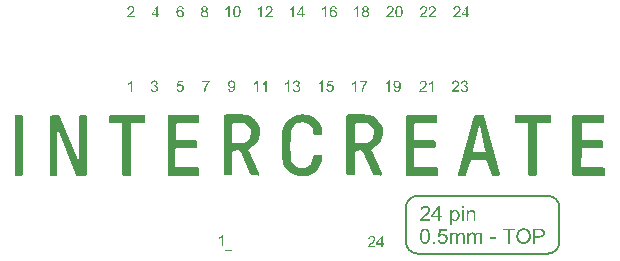
<source format=gto>
G04*
G04 #@! TF.GenerationSoftware,Altium Limited,Altium Designer,23.5.1 (21)*
G04*
G04 Layer_Color=65535*
%FSLAX44Y44*%
%MOMM*%
G71*
G04*
G04 #@! TF.SameCoordinates,069C7127-DF97-4496-8B9F-1D4714C6CE67*
G04*
G04*
G04 #@! TF.FilePolarity,Positive*
G04*
G01*
G75*
%ADD10C,0.2000*%
%ADD11C,0.1000*%
G36*
X415632Y240918D02*
X416929D01*
Y239836D01*
X415632D01*
Y237541D01*
X414454D01*
Y239836D01*
X410293D01*
Y240918D01*
X414669Y247138D01*
X415632D01*
Y240918D01*
D02*
G37*
G36*
X406535Y247165D02*
X406632Y247158D01*
X406750Y247152D01*
X406881Y247131D01*
X407034Y247110D01*
X407193Y247075D01*
X407367Y247034D01*
X407540Y246985D01*
X407727Y246923D01*
X407908Y246846D01*
X408088Y246756D01*
X408261Y246659D01*
X408428Y246541D01*
X408587Y246403D01*
X408594Y246396D01*
X408622Y246368D01*
X408663Y246326D01*
X408712Y246264D01*
X408774Y246195D01*
X408844Y246104D01*
X408920Y246000D01*
X408996Y245882D01*
X409066Y245751D01*
X409142Y245605D01*
X409211Y245446D01*
X409274Y245279D01*
X409322Y245099D01*
X409364Y244912D01*
X409392Y244711D01*
X409398Y244503D01*
Y244496D01*
Y244475D01*
Y244447D01*
Y244406D01*
X409392Y244350D01*
X409385Y244295D01*
X409378Y244225D01*
X409371Y244149D01*
X409343Y243976D01*
X409301Y243782D01*
X409239Y243580D01*
X409163Y243372D01*
Y243365D01*
X409149Y243345D01*
X409135Y243317D01*
X409114Y243275D01*
X409093Y243227D01*
X409059Y243164D01*
X409024Y243095D01*
X408975Y243019D01*
X408927Y242936D01*
X408871Y242845D01*
X408733Y242644D01*
X408657Y242540D01*
X408573Y242429D01*
X408476Y242318D01*
X408379Y242201D01*
X408372Y242194D01*
X408351Y242173D01*
X408324Y242138D01*
X408275Y242090D01*
X408213Y242027D01*
X408136Y241951D01*
X408053Y241861D01*
X407949Y241757D01*
X407831Y241646D01*
X407693Y241521D01*
X407547Y241382D01*
X407381Y241230D01*
X407200Y241070D01*
X407006Y240897D01*
X406791Y240710D01*
X406562Y240515D01*
X406549Y240508D01*
X406514Y240474D01*
X406465Y240432D01*
X406396Y240370D01*
X406306Y240301D01*
X406216Y240217D01*
X406112Y240127D01*
X406001Y240030D01*
X405765Y239829D01*
X405654Y239725D01*
X405543Y239628D01*
X405439Y239531D01*
X405349Y239448D01*
X405266Y239371D01*
X405203Y239302D01*
X405189Y239288D01*
X405155Y239247D01*
X405099Y239184D01*
X405030Y239108D01*
X404954Y239011D01*
X404870Y238907D01*
X404787Y238789D01*
X404711Y238671D01*
X409412D01*
Y237541D01*
X403074D01*
Y237548D01*
Y237561D01*
Y237582D01*
Y237610D01*
Y237652D01*
X403081Y237693D01*
X403088Y237804D01*
X403102Y237922D01*
X403123Y238061D01*
X403158Y238206D01*
X403206Y238352D01*
Y238359D01*
X403220Y238380D01*
X403234Y238414D01*
X403255Y238463D01*
X403276Y238525D01*
X403310Y238595D01*
X403352Y238671D01*
X403394Y238754D01*
X403442Y238851D01*
X403504Y238948D01*
X403636Y239163D01*
X403796Y239392D01*
X403983Y239628D01*
X403990Y239635D01*
X404011Y239656D01*
X404038Y239690D01*
X404080Y239739D01*
X404135Y239801D01*
X404205Y239871D01*
X404281Y239954D01*
X404378Y240044D01*
X404482Y240148D01*
X404593Y240259D01*
X404718Y240377D01*
X404857Y240508D01*
X405009Y240640D01*
X405169Y240779D01*
X405342Y240925D01*
X405522Y241077D01*
X405529Y241084D01*
X405543Y241091D01*
X405564Y241112D01*
X405592Y241133D01*
X405626Y241167D01*
X405668Y241202D01*
X405772Y241292D01*
X405904Y241396D01*
X406042Y241528D01*
X406202Y241667D01*
X406368Y241819D01*
X406549Y241979D01*
X406722Y242145D01*
X406902Y242311D01*
X407069Y242485D01*
X407235Y242651D01*
X407381Y242811D01*
X407519Y242970D01*
X407630Y243116D01*
X407637Y243123D01*
X407651Y243151D01*
X407679Y243192D01*
X407720Y243241D01*
X407762Y243310D01*
X407804Y243386D01*
X407859Y243476D01*
X407908Y243573D01*
X407956Y243678D01*
X408012Y243788D01*
X408102Y244031D01*
X408136Y244156D01*
X408164Y244281D01*
X408178Y244406D01*
X408185Y244530D01*
Y244537D01*
Y244565D01*
Y244600D01*
X408178Y244648D01*
X408171Y244711D01*
X408157Y244780D01*
X408143Y244856D01*
X408123Y244939D01*
X408095Y245030D01*
X408060Y245127D01*
X408019Y245224D01*
X407970Y245321D01*
X407915Y245425D01*
X407845Y245522D01*
X407769Y245619D01*
X407679Y245709D01*
X407672Y245716D01*
X407658Y245730D01*
X407630Y245751D01*
X407589Y245786D01*
X407540Y245820D01*
X407478Y245862D01*
X407408Y245910D01*
X407332Y245952D01*
X407242Y246000D01*
X407145Y246042D01*
X407034Y246084D01*
X406923Y246118D01*
X406798Y246153D01*
X406666Y246174D01*
X406528Y246188D01*
X406382Y246195D01*
X406299D01*
X406243Y246188D01*
X406167Y246181D01*
X406084Y246167D01*
X405994Y246153D01*
X405890Y246132D01*
X405786Y246104D01*
X405675Y246070D01*
X405564Y246028D01*
X405446Y245980D01*
X405335Y245917D01*
X405224Y245848D01*
X405113Y245772D01*
X405016Y245681D01*
X405009Y245674D01*
X404995Y245661D01*
X404967Y245626D01*
X404940Y245591D01*
X404898Y245536D01*
X404857Y245473D01*
X404808Y245397D01*
X404766Y245314D01*
X404718Y245224D01*
X404669Y245113D01*
X404628Y245002D01*
X404586Y244877D01*
X404558Y244738D01*
X404531Y244593D01*
X404517Y244440D01*
X404510Y244274D01*
X403296Y244399D01*
Y244406D01*
Y244412D01*
X403303Y244433D01*
Y244461D01*
X403310Y244530D01*
X403331Y244620D01*
X403352Y244732D01*
X403380Y244863D01*
X403414Y245009D01*
X403456Y245161D01*
X403511Y245328D01*
X403574Y245494D01*
X403650Y245668D01*
X403740Y245841D01*
X403837Y246007D01*
X403955Y246167D01*
X404080Y246319D01*
X404226Y246458D01*
X404232Y246465D01*
X404260Y246486D01*
X404309Y246527D01*
X404371Y246569D01*
X404454Y246625D01*
X404552Y246687D01*
X404669Y246749D01*
X404801Y246819D01*
X404954Y246881D01*
X405113Y246943D01*
X405293Y247006D01*
X405488Y247061D01*
X405696Y247110D01*
X405918Y247145D01*
X406153Y247165D01*
X406403Y247172D01*
X406465D01*
X406535Y247165D01*
D02*
G37*
G36*
X412741Y184224D02*
X412810D01*
X412894Y184210D01*
X412984Y184203D01*
X413081Y184189D01*
X413192Y184168D01*
X413303Y184148D01*
X413545Y184085D01*
X413677Y184051D01*
X413802Y184002D01*
X413927Y183953D01*
X414052Y183891D01*
X414058Y183884D01*
X414079Y183877D01*
X414114Y183856D01*
X414162Y183829D01*
X414218Y183794D01*
X414280Y183752D01*
X414350Y183704D01*
X414426Y183648D01*
X414592Y183517D01*
X414759Y183357D01*
X414918Y183177D01*
X414995Y183073D01*
X415064Y182969D01*
X415071Y182962D01*
X415078Y182941D01*
X415099Y182913D01*
X415119Y182865D01*
X415147Y182816D01*
X415175Y182747D01*
X415210Y182678D01*
X415244Y182594D01*
X415272Y182504D01*
X415307Y182414D01*
X415362Y182206D01*
X415404Y181977D01*
X415411Y181859D01*
X415418Y181735D01*
Y181728D01*
Y181707D01*
Y181672D01*
X415411Y181630D01*
Y181575D01*
X415397Y181513D01*
X415390Y181436D01*
X415376Y181360D01*
X415334Y181180D01*
X415272Y180993D01*
X415237Y180896D01*
X415189Y180791D01*
X415140Y180694D01*
X415078Y180597D01*
X415071Y180590D01*
X415064Y180577D01*
X415043Y180549D01*
X415015Y180514D01*
X414981Y180473D01*
X414939Y180424D01*
X414891Y180368D01*
X414828Y180306D01*
X414766Y180244D01*
X414689Y180181D01*
X414613Y180112D01*
X414523Y180043D01*
X414426Y179980D01*
X414322Y179911D01*
X414211Y179848D01*
X414093Y179793D01*
X414100D01*
X414128Y179786D01*
X414176Y179772D01*
X414232Y179751D01*
X414308Y179731D01*
X414391Y179696D01*
X414482Y179661D01*
X414579Y179613D01*
X414683Y179564D01*
X414794Y179502D01*
X414905Y179439D01*
X415015Y179363D01*
X415119Y179280D01*
X415224Y179190D01*
X415327Y179086D01*
X415418Y178975D01*
X415424Y178968D01*
X415438Y178947D01*
X415459Y178912D01*
X415494Y178864D01*
X415529Y178801D01*
X415570Y178732D01*
X415612Y178649D01*
X415653Y178552D01*
X415695Y178441D01*
X415743Y178323D01*
X415778Y178198D01*
X415813Y178059D01*
X415848Y177914D01*
X415868Y177761D01*
X415882Y177602D01*
X415889Y177428D01*
Y177415D01*
Y177373D01*
X415882Y177304D01*
X415875Y177220D01*
X415861Y177110D01*
X415841Y176985D01*
X415813Y176846D01*
X415771Y176693D01*
X415723Y176527D01*
X415667Y176361D01*
X415591Y176180D01*
X415501Y176000D01*
X415397Y175820D01*
X415272Y175639D01*
X415126Y175466D01*
X414967Y175300D01*
X414953Y175293D01*
X414925Y175265D01*
X414877Y175216D01*
X414800Y175161D01*
X414710Y175098D01*
X414606Y175022D01*
X414475Y174946D01*
X414336Y174863D01*
X414176Y174780D01*
X413996Y174703D01*
X413809Y174627D01*
X413601Y174565D01*
X413386Y174509D01*
X413150Y174461D01*
X412907Y174433D01*
X412651Y174426D01*
X412595D01*
X412526Y174433D01*
X412443Y174440D01*
X412332Y174447D01*
X412207Y174468D01*
X412068Y174488D01*
X411916Y174523D01*
X411756Y174558D01*
X411583Y174606D01*
X411410Y174669D01*
X411229Y174745D01*
X411056Y174828D01*
X410883Y174925D01*
X410709Y175043D01*
X410550Y175175D01*
X410543Y175182D01*
X410515Y175210D01*
X410474Y175251D01*
X410418Y175313D01*
X410356Y175390D01*
X410279Y175480D01*
X410203Y175584D01*
X410120Y175702D01*
X410037Y175834D01*
X409953Y175986D01*
X409877Y176146D01*
X409801Y176319D01*
X409739Y176506D01*
X409676Y176700D01*
X409635Y176908D01*
X409607Y177130D01*
X410786Y177290D01*
Y177276D01*
X410793Y177248D01*
X410806Y177193D01*
X410827Y177123D01*
X410848Y177040D01*
X410876Y176950D01*
X410910Y176846D01*
X410945Y176735D01*
X411042Y176492D01*
X411160Y176257D01*
X411229Y176139D01*
X411306Y176028D01*
X411382Y175931D01*
X411472Y175840D01*
X411479Y175834D01*
X411493Y175820D01*
X411521Y175799D01*
X411562Y175771D01*
X411604Y175737D01*
X411666Y175702D01*
X411729Y175660D01*
X411805Y175625D01*
X411888Y175584D01*
X411978Y175542D01*
X412075Y175508D01*
X412179Y175473D01*
X412290Y175445D01*
X412408Y175424D01*
X412526Y175411D01*
X412658Y175404D01*
X412692D01*
X412741Y175411D01*
X412797D01*
X412873Y175424D01*
X412956Y175431D01*
X413046Y175452D01*
X413150Y175473D01*
X413254Y175508D01*
X413372Y175542D01*
X413490Y175591D01*
X413608Y175646D01*
X413726Y175716D01*
X413843Y175792D01*
X413955Y175875D01*
X414065Y175979D01*
X414072Y175986D01*
X414093Y176007D01*
X414121Y176035D01*
X414156Y176083D01*
X414197Y176139D01*
X414246Y176208D01*
X414301Y176284D01*
X414357Y176374D01*
X414405Y176472D01*
X414461Y176583D01*
X414509Y176693D01*
X414551Y176825D01*
X414585Y176957D01*
X414613Y177096D01*
X414634Y177248D01*
X414641Y177401D01*
Y177408D01*
Y177435D01*
Y177477D01*
X414634Y177539D01*
X414627Y177602D01*
X414613Y177685D01*
X414599Y177775D01*
X414572Y177872D01*
X414544Y177976D01*
X414509Y178087D01*
X414468Y178198D01*
X414419Y178309D01*
X414357Y178420D01*
X414280Y178531D01*
X414204Y178635D01*
X414107Y178739D01*
X414100Y178746D01*
X414086Y178760D01*
X414052Y178787D01*
X414010Y178822D01*
X413961Y178864D01*
X413899Y178905D01*
X413823Y178954D01*
X413740Y179002D01*
X413649Y179051D01*
X413545Y179100D01*
X413434Y179141D01*
X413316Y179183D01*
X413192Y179217D01*
X413053Y179245D01*
X412914Y179259D01*
X412762Y179266D01*
X412699D01*
X412630Y179259D01*
X412533Y179252D01*
X412408Y179238D01*
X412270Y179210D01*
X412110Y179183D01*
X411930Y179141D01*
X412062Y180174D01*
X412082D01*
X412103Y180167D01*
X412131D01*
X412193Y180161D01*
X412325D01*
X412374Y180167D01*
X412443Y180174D01*
X412519Y180181D01*
X412602Y180195D01*
X412699Y180209D01*
X412803Y180230D01*
X412907Y180258D01*
X413136Y180327D01*
X413254Y180368D01*
X413372Y180424D01*
X413490Y180480D01*
X413601Y180549D01*
X413608Y180556D01*
X413629Y180570D01*
X413656Y180590D01*
X413698Y180625D01*
X413740Y180667D01*
X413795Y180715D01*
X413843Y180778D01*
X413906Y180847D01*
X413961Y180930D01*
X414017Y181020D01*
X414065Y181117D01*
X414107Y181228D01*
X414149Y181346D01*
X414176Y181478D01*
X414197Y181617D01*
X414204Y181762D01*
Y181769D01*
Y181790D01*
Y181825D01*
X414197Y181873D01*
X414190Y181922D01*
X414183Y181991D01*
X414170Y182061D01*
X414149Y182137D01*
X414093Y182303D01*
X414058Y182393D01*
X414017Y182484D01*
X413968Y182574D01*
X413906Y182664D01*
X413837Y182747D01*
X413760Y182830D01*
X413753Y182837D01*
X413740Y182851D01*
X413719Y182872D01*
X413684Y182899D01*
X413635Y182927D01*
X413587Y182969D01*
X413525Y183004D01*
X413455Y183045D01*
X413379Y183087D01*
X413296Y183121D01*
X413199Y183163D01*
X413102Y183191D01*
X412991Y183218D01*
X412880Y183239D01*
X412755Y183253D01*
X412630Y183260D01*
X412561D01*
X412519Y183253D01*
X412457Y183246D01*
X412387Y183239D01*
X412311Y183225D01*
X412228Y183205D01*
X412048Y183156D01*
X411957Y183121D01*
X411860Y183073D01*
X411763Y183024D01*
X411666Y182969D01*
X411576Y182899D01*
X411486Y182823D01*
X411479Y182816D01*
X411465Y182802D01*
X411444Y182775D01*
X411410Y182740D01*
X411375Y182698D01*
X411333Y182643D01*
X411292Y182574D01*
X411243Y182504D01*
X411195Y182414D01*
X411146Y182317D01*
X411091Y182213D01*
X411049Y182095D01*
X411001Y181970D01*
X410966Y181839D01*
X410931Y181693D01*
X410903Y181534D01*
X409725Y181742D01*
Y181748D01*
Y181755D01*
X409739Y181797D01*
X409752Y181852D01*
X409773Y181936D01*
X409801Y182040D01*
X409836Y182151D01*
X409877Y182275D01*
X409926Y182414D01*
X409988Y182560D01*
X410057Y182712D01*
X410141Y182865D01*
X410231Y183017D01*
X410328Y183170D01*
X410439Y183316D01*
X410564Y183454D01*
X410702Y183579D01*
X410709Y183586D01*
X410737Y183607D01*
X410779Y183641D01*
X410841Y183683D01*
X410917Y183732D01*
X411007Y183787D01*
X411111Y183843D01*
X411229Y183905D01*
X411361Y183967D01*
X411507Y184023D01*
X411659Y184078D01*
X411826Y184127D01*
X412006Y184168D01*
X412200Y184203D01*
X412401Y184224D01*
X412609Y184231D01*
X412686D01*
X412741Y184224D01*
D02*
G37*
G36*
X405460D02*
X405557Y184217D01*
X405675Y184210D01*
X405807Y184189D01*
X405959Y184168D01*
X406119Y184134D01*
X406292Y184092D01*
X406466Y184044D01*
X406653Y183981D01*
X406833Y183905D01*
X407013Y183815D01*
X407187Y183718D01*
X407353Y183600D01*
X407513Y183461D01*
X407520Y183454D01*
X407547Y183426D01*
X407589Y183385D01*
X407637Y183323D01*
X407700Y183253D01*
X407769Y183163D01*
X407845Y183059D01*
X407922Y182941D01*
X407991Y182809D01*
X408067Y182664D01*
X408137Y182504D01*
X408199Y182338D01*
X408248Y182157D01*
X408289Y181970D01*
X408317Y181769D01*
X408324Y181561D01*
Y181554D01*
Y181534D01*
Y181506D01*
Y181464D01*
X408317Y181409D01*
X408310Y181353D01*
X408303Y181284D01*
X408296Y181208D01*
X408268Y181034D01*
X408227Y180840D01*
X408164Y180639D01*
X408088Y180431D01*
Y180424D01*
X408074Y180403D01*
X408060Y180375D01*
X408040Y180334D01*
X408019Y180285D01*
X407984Y180223D01*
X407949Y180154D01*
X407901Y180077D01*
X407852Y179994D01*
X407797Y179904D01*
X407658Y179703D01*
X407582Y179599D01*
X407499Y179488D01*
X407402Y179377D01*
X407305Y179259D01*
X407298Y179252D01*
X407277Y179231D01*
X407249Y179197D01*
X407201Y179148D01*
X407138Y179086D01*
X407062Y179009D01*
X406979Y178919D01*
X406875Y178815D01*
X406757Y178704D01*
X406618Y178580D01*
X406473Y178441D01*
X406306Y178288D01*
X406126Y178129D01*
X405932Y177955D01*
X405717Y177768D01*
X405488Y177574D01*
X405474Y177567D01*
X405439Y177532D01*
X405391Y177491D01*
X405321Y177428D01*
X405231Y177359D01*
X405141Y177276D01*
X405037Y177186D01*
X404926Y177089D01*
X404690Y176888D01*
X404580Y176784D01*
X404468Y176686D01*
X404365Y176589D01*
X404274Y176506D01*
X404191Y176430D01*
X404129Y176361D01*
X404115Y176347D01*
X404080Y176305D01*
X404025Y176243D01*
X403955Y176166D01*
X403879Y176069D01*
X403796Y175965D01*
X403713Y175847D01*
X403636Y175730D01*
X408338D01*
Y174599D01*
X402000D01*
Y174606D01*
Y174620D01*
Y174641D01*
Y174669D01*
Y174710D01*
X402007Y174752D01*
X402014Y174863D01*
X402028Y174981D01*
X402048Y175119D01*
X402083Y175265D01*
X402132Y175411D01*
Y175417D01*
X402146Y175438D01*
X402159Y175473D01*
X402180Y175522D01*
X402201Y175584D01*
X402236Y175653D01*
X402277Y175730D01*
X402319Y175813D01*
X402367Y175910D01*
X402430Y176007D01*
X402562Y176222D01*
X402721Y176451D01*
X402908Y176686D01*
X402915Y176693D01*
X402936Y176714D01*
X402964Y176749D01*
X403005Y176797D01*
X403061Y176860D01*
X403130Y176929D01*
X403206Y177012D01*
X403304Y177103D01*
X403408Y177206D01*
X403518Y177318D01*
X403643Y177435D01*
X403782Y177567D01*
X403935Y177699D01*
X404094Y177838D01*
X404267Y177983D01*
X404448Y178136D01*
X404455Y178143D01*
X404468Y178150D01*
X404489Y178170D01*
X404517Y178191D01*
X404552Y178226D01*
X404593Y178260D01*
X404697Y178351D01*
X404829Y178455D01*
X404968Y178586D01*
X405127Y178725D01*
X405294Y178878D01*
X405474Y179037D01*
X405647Y179204D01*
X405828Y179370D01*
X405994Y179543D01*
X406161Y179710D01*
X406306Y179869D01*
X406445Y180029D01*
X406556Y180174D01*
X406563Y180181D01*
X406576Y180209D01*
X406604Y180251D01*
X406646Y180299D01*
X406688Y180368D01*
X406729Y180445D01*
X406785Y180535D01*
X406833Y180632D01*
X406882Y180736D01*
X406937Y180847D01*
X407027Y181090D01*
X407062Y181215D01*
X407090Y181339D01*
X407104Y181464D01*
X407110Y181589D01*
Y181596D01*
Y181624D01*
Y181658D01*
X407104Y181707D01*
X407097Y181769D01*
X407083Y181839D01*
X407069Y181915D01*
X407048Y181998D01*
X407020Y182088D01*
X406986Y182185D01*
X406944Y182282D01*
X406895Y182379D01*
X406840Y182484D01*
X406771Y182581D01*
X406694Y182678D01*
X406604Y182768D01*
X406597Y182775D01*
X406583Y182789D01*
X406556Y182809D01*
X406514Y182844D01*
X406466Y182879D01*
X406403Y182920D01*
X406334Y182969D01*
X406258Y183011D01*
X406167Y183059D01*
X406070Y183101D01*
X405959Y183142D01*
X405848Y183177D01*
X405724Y183211D01*
X405592Y183232D01*
X405453Y183246D01*
X405308Y183253D01*
X405224D01*
X405169Y183246D01*
X405093Y183239D01*
X405009Y183225D01*
X404919Y183211D01*
X404815Y183191D01*
X404711Y183163D01*
X404600Y183128D01*
X404489Y183087D01*
X404371Y183038D01*
X404260Y182976D01*
X404150Y182906D01*
X404039Y182830D01*
X403941Y182740D01*
X403935Y182733D01*
X403921Y182719D01*
X403893Y182684D01*
X403865Y182650D01*
X403824Y182594D01*
X403782Y182532D01*
X403733Y182456D01*
X403692Y182372D01*
X403643Y182282D01*
X403595Y182171D01*
X403553Y182061D01*
X403512Y181936D01*
X403484Y181797D01*
X403456Y181651D01*
X403442Y181499D01*
X403435Y181332D01*
X402222Y181457D01*
Y181464D01*
Y181471D01*
X402229Y181492D01*
Y181520D01*
X402236Y181589D01*
X402257Y181679D01*
X402277Y181790D01*
X402305Y181922D01*
X402340Y182067D01*
X402381Y182220D01*
X402437Y182386D01*
X402499Y182553D01*
X402575Y182726D01*
X402666Y182899D01*
X402763Y183066D01*
X402881Y183225D01*
X403005Y183378D01*
X403151Y183517D01*
X403158Y183524D01*
X403186Y183544D01*
X403234Y183586D01*
X403297Y183628D01*
X403380Y183683D01*
X403477Y183745D01*
X403595Y183808D01*
X403727Y183877D01*
X403879Y183940D01*
X404039Y184002D01*
X404219Y184065D01*
X404413Y184120D01*
X404621Y184168D01*
X404843Y184203D01*
X405079Y184224D01*
X405328Y184231D01*
X405391D01*
X405460Y184224D01*
D02*
G37*
G36*
X385770Y247165D02*
X385868Y247158D01*
X385985Y247152D01*
X386117Y247131D01*
X386270Y247110D01*
X386429Y247075D01*
X386603Y247034D01*
X386776Y246985D01*
X386963Y246923D01*
X387143Y246846D01*
X387324Y246756D01*
X387497Y246659D01*
X387663Y246541D01*
X387823Y246403D01*
X387830Y246396D01*
X387858Y246368D01*
X387899Y246326D01*
X387948Y246264D01*
X388010Y246195D01*
X388079Y246104D01*
X388156Y246000D01*
X388232Y245882D01*
X388301Y245751D01*
X388378Y245605D01*
X388447Y245446D01*
X388509Y245279D01*
X388558Y245099D01*
X388600Y244912D01*
X388627Y244711D01*
X388634Y244503D01*
Y244496D01*
Y244475D01*
Y244447D01*
Y244406D01*
X388627Y244350D01*
X388620Y244295D01*
X388613Y244225D01*
X388606Y244149D01*
X388579Y243976D01*
X388537Y243782D01*
X388475Y243580D01*
X388399Y243372D01*
Y243365D01*
X388385Y243345D01*
X388371Y243317D01*
X388350Y243275D01*
X388329Y243227D01*
X388294Y243164D01*
X388260Y243095D01*
X388211Y243019D01*
X388163Y242936D01*
X388107Y242845D01*
X387968Y242644D01*
X387892Y242540D01*
X387809Y242429D01*
X387712Y242318D01*
X387615Y242201D01*
X387608Y242194D01*
X387587Y242173D01*
X387559Y242138D01*
X387511Y242090D01*
X387449Y242027D01*
X387372Y241951D01*
X387289Y241861D01*
X387185Y241757D01*
X387067Y241646D01*
X386928Y241521D01*
X386783Y241382D01*
X386616Y241230D01*
X386436Y241070D01*
X386242Y240897D01*
X386027Y240710D01*
X385798Y240515D01*
X385784Y240508D01*
X385750Y240474D01*
X385701Y240432D01*
X385632Y240370D01*
X385542Y240301D01*
X385451Y240217D01*
X385347Y240127D01*
X385237Y240030D01*
X385001Y239829D01*
X384890Y239725D01*
X384779Y239628D01*
X384675Y239531D01*
X384585Y239448D01*
X384501Y239371D01*
X384439Y239302D01*
X384425Y239288D01*
X384390Y239247D01*
X384335Y239184D01*
X384266Y239108D01*
X384189Y239011D01*
X384106Y238907D01*
X384023Y238789D01*
X383947Y238671D01*
X388648D01*
Y237541D01*
X382310D01*
Y237548D01*
Y237561D01*
Y237582D01*
Y237610D01*
Y237652D01*
X382317Y237693D01*
X382324Y237804D01*
X382338Y237922D01*
X382359Y238061D01*
X382393Y238206D01*
X382442Y238352D01*
Y238359D01*
X382456Y238380D01*
X382470Y238414D01*
X382491Y238463D01*
X382511Y238525D01*
X382546Y238595D01*
X382588Y238671D01*
X382629Y238754D01*
X382678Y238851D01*
X382740Y238948D01*
X382872Y239163D01*
X383031Y239392D01*
X383219Y239628D01*
X383226Y239635D01*
X383246Y239656D01*
X383274Y239690D01*
X383316Y239739D01*
X383371Y239801D01*
X383441Y239871D01*
X383517Y239954D01*
X383614Y240044D01*
X383718Y240148D01*
X383829Y240259D01*
X383954Y240377D01*
X384092Y240508D01*
X384245Y240640D01*
X384404Y240779D01*
X384578Y240925D01*
X384758Y241077D01*
X384765Y241084D01*
X384779Y241091D01*
X384800Y241112D01*
X384827Y241133D01*
X384862Y241167D01*
X384904Y241202D01*
X385008Y241292D01*
X385139Y241396D01*
X385278Y241528D01*
X385438Y241667D01*
X385604Y241819D01*
X385784Y241979D01*
X385958Y242145D01*
X386138Y242311D01*
X386304Y242485D01*
X386471Y242651D01*
X386616Y242811D01*
X386755Y242970D01*
X386866Y243116D01*
X386873Y243123D01*
X386887Y243151D01*
X386914Y243192D01*
X386956Y243241D01*
X386998Y243310D01*
X387039Y243386D01*
X387095Y243476D01*
X387143Y243573D01*
X387192Y243678D01*
X387247Y243788D01*
X387337Y244031D01*
X387372Y244156D01*
X387400Y244281D01*
X387414Y244406D01*
X387421Y244530D01*
Y244537D01*
Y244565D01*
Y244600D01*
X387414Y244648D01*
X387407Y244711D01*
X387393Y244780D01*
X387379Y244856D01*
X387358Y244939D01*
X387331Y245030D01*
X387296Y245127D01*
X387254Y245224D01*
X387206Y245321D01*
X387150Y245425D01*
X387081Y245522D01*
X387005Y245619D01*
X386914Y245709D01*
X386908Y245716D01*
X386894Y245730D01*
X386866Y245751D01*
X386824Y245786D01*
X386776Y245820D01*
X386713Y245862D01*
X386644Y245910D01*
X386568Y245952D01*
X386478Y246000D01*
X386381Y246042D01*
X386270Y246084D01*
X386159Y246118D01*
X386034Y246153D01*
X385902Y246174D01*
X385764Y246188D01*
X385618Y246195D01*
X385535D01*
X385479Y246188D01*
X385403Y246181D01*
X385320Y246167D01*
X385229Y246153D01*
X385126Y246132D01*
X385022Y246104D01*
X384911Y246070D01*
X384800Y246028D01*
X384682Y245980D01*
X384571Y245917D01*
X384460Y245848D01*
X384349Y245772D01*
X384252Y245681D01*
X384245Y245674D01*
X384231Y245661D01*
X384203Y245626D01*
X384175Y245591D01*
X384134Y245536D01*
X384092Y245473D01*
X384044Y245397D01*
X384002Y245314D01*
X383954Y245224D01*
X383905Y245113D01*
X383863Y245002D01*
X383822Y244877D01*
X383794Y244738D01*
X383766Y244593D01*
X383753Y244440D01*
X383746Y244274D01*
X382532Y244399D01*
Y244406D01*
Y244412D01*
X382539Y244433D01*
Y244461D01*
X382546Y244530D01*
X382567Y244620D01*
X382588Y244732D01*
X382615Y244863D01*
X382650Y245009D01*
X382692Y245161D01*
X382747Y245328D01*
X382809Y245494D01*
X382886Y245668D01*
X382976Y245841D01*
X383073Y246007D01*
X383191Y246167D01*
X383316Y246319D01*
X383461Y246458D01*
X383468Y246465D01*
X383496Y246486D01*
X383545Y246527D01*
X383607Y246569D01*
X383690Y246625D01*
X383787Y246687D01*
X383905Y246749D01*
X384037Y246819D01*
X384189Y246881D01*
X384349Y246943D01*
X384529Y247006D01*
X384723Y247061D01*
X384931Y247110D01*
X385153Y247145D01*
X385389Y247165D01*
X385639Y247172D01*
X385701D01*
X385770Y247165D01*
D02*
G37*
G36*
X378316D02*
X378413Y247158D01*
X378531Y247152D01*
X378663Y247131D01*
X378815Y247110D01*
X378975Y247075D01*
X379148Y247034D01*
X379322Y246985D01*
X379509Y246923D01*
X379689Y246846D01*
X379869Y246756D01*
X380043Y246659D01*
X380209Y246541D01*
X380369Y246403D01*
X380376Y246396D01*
X380403Y246368D01*
X380445Y246326D01*
X380494Y246264D01*
X380556Y246195D01*
X380625Y246104D01*
X380701Y246000D01*
X380778Y245882D01*
X380847Y245751D01*
X380923Y245605D01*
X380993Y245446D01*
X381055Y245279D01*
X381104Y245099D01*
X381145Y244912D01*
X381173Y244711D01*
X381180Y244503D01*
Y244496D01*
Y244475D01*
Y244447D01*
Y244406D01*
X381173Y244350D01*
X381166Y244295D01*
X381159Y244225D01*
X381152Y244149D01*
X381124Y243976D01*
X381083Y243782D01*
X381021Y243580D01*
X380944Y243372D01*
Y243365D01*
X380930Y243345D01*
X380916Y243317D01*
X380896Y243275D01*
X380875Y243227D01*
X380840Y243164D01*
X380806Y243095D01*
X380757Y243019D01*
X380708Y242936D01*
X380653Y242845D01*
X380514Y242644D01*
X380438Y242540D01*
X380355Y242429D01*
X380258Y242318D01*
X380161Y242201D01*
X380154Y242194D01*
X380133Y242173D01*
X380105Y242138D01*
X380057Y242090D01*
X379994Y242027D01*
X379918Y241951D01*
X379835Y241861D01*
X379731Y241757D01*
X379613Y241646D01*
X379474Y241521D01*
X379328Y241382D01*
X379162Y241230D01*
X378982Y241070D01*
X378788Y240897D01*
X378573Y240710D01*
X378344Y240515D01*
X378330Y240508D01*
X378295Y240474D01*
X378247Y240432D01*
X378177Y240370D01*
X378087Y240301D01*
X377997Y240217D01*
X377893Y240127D01*
X377782Y240030D01*
X377546Y239829D01*
X377435Y239725D01*
X377324Y239628D01*
X377220Y239531D01*
X377130Y239448D01*
X377047Y239371D01*
X376985Y239302D01*
X376971Y239288D01*
X376936Y239247D01*
X376881Y239184D01*
X376811Y239108D01*
X376735Y239011D01*
X376652Y238907D01*
X376569Y238789D01*
X376492Y238671D01*
X381194D01*
Y237541D01*
X374856D01*
Y237548D01*
Y237561D01*
Y237582D01*
Y237610D01*
Y237652D01*
X374863Y237693D01*
X374870Y237804D01*
X374884Y237922D01*
X374905Y238061D01*
X374939Y238206D01*
X374988Y238352D01*
Y238359D01*
X375002Y238380D01*
X375015Y238414D01*
X375036Y238463D01*
X375057Y238525D01*
X375092Y238595D01*
X375133Y238671D01*
X375175Y238754D01*
X375224Y238851D01*
X375286Y238948D01*
X375418Y239163D01*
X375577Y239392D01*
X375764Y239628D01*
X375771Y239635D01*
X375792Y239656D01*
X375820Y239690D01*
X375861Y239739D01*
X375917Y239801D01*
X375986Y239871D01*
X376063Y239954D01*
X376160Y240044D01*
X376264Y240148D01*
X376375Y240259D01*
X376499Y240377D01*
X376638Y240508D01*
X376791Y240640D01*
X376950Y240779D01*
X377123Y240925D01*
X377304Y241077D01*
X377311Y241084D01*
X377324Y241091D01*
X377345Y241112D01*
X377373Y241133D01*
X377408Y241167D01*
X377449Y241202D01*
X377553Y241292D01*
X377685Y241396D01*
X377824Y241528D01*
X377983Y241667D01*
X378150Y241819D01*
X378330Y241979D01*
X378503Y242145D01*
X378684Y242311D01*
X378850Y242485D01*
X379016Y242651D01*
X379162Y242811D01*
X379301Y242970D01*
X379412Y243116D01*
X379419Y243123D01*
X379432Y243151D01*
X379460Y243192D01*
X379502Y243241D01*
X379543Y243310D01*
X379585Y243386D01*
X379641Y243476D01*
X379689Y243573D01*
X379738Y243678D01*
X379793Y243788D01*
X379883Y244031D01*
X379918Y244156D01*
X379946Y244281D01*
X379959Y244406D01*
X379967Y244530D01*
Y244537D01*
Y244565D01*
Y244600D01*
X379959Y244648D01*
X379953Y244711D01*
X379939Y244780D01*
X379925Y244856D01*
X379904Y244939D01*
X379876Y245030D01*
X379842Y245127D01*
X379800Y245224D01*
X379752Y245321D01*
X379696Y245425D01*
X379627Y245522D01*
X379550Y245619D01*
X379460Y245709D01*
X379453Y245716D01*
X379440Y245730D01*
X379412Y245751D01*
X379370Y245786D01*
X379322Y245820D01*
X379259Y245862D01*
X379190Y245910D01*
X379114Y245952D01*
X379023Y246000D01*
X378926Y246042D01*
X378815Y246084D01*
X378704Y246118D01*
X378580Y246153D01*
X378448Y246174D01*
X378309Y246188D01*
X378164Y246195D01*
X378080D01*
X378025Y246188D01*
X377949Y246181D01*
X377865Y246167D01*
X377775Y246153D01*
X377671Y246132D01*
X377567Y246104D01*
X377456Y246070D01*
X377345Y246028D01*
X377228Y245980D01*
X377117Y245917D01*
X377006Y245848D01*
X376895Y245772D01*
X376797Y245681D01*
X376791Y245674D01*
X376777Y245661D01*
X376749Y245626D01*
X376721Y245591D01*
X376680Y245536D01*
X376638Y245473D01*
X376590Y245397D01*
X376548Y245314D01*
X376499Y245224D01*
X376451Y245113D01*
X376409Y245002D01*
X376368Y244877D01*
X376340Y244738D01*
X376312Y244593D01*
X376298Y244440D01*
X376291Y244274D01*
X375078Y244399D01*
Y244406D01*
Y244412D01*
X375085Y244433D01*
Y244461D01*
X375092Y244530D01*
X375112Y244620D01*
X375133Y244732D01*
X375161Y244863D01*
X375196Y245009D01*
X375237Y245161D01*
X375293Y245328D01*
X375355Y245494D01*
X375432Y245668D01*
X375522Y245841D01*
X375619Y246007D01*
X375737Y246167D01*
X375861Y246319D01*
X376007Y246458D01*
X376014Y246465D01*
X376042Y246486D01*
X376090Y246527D01*
X376153Y246569D01*
X376236Y246625D01*
X376333Y246687D01*
X376451Y246749D01*
X376583Y246819D01*
X376735Y246881D01*
X376895Y246943D01*
X377075Y247006D01*
X377269Y247061D01*
X377477Y247110D01*
X377699Y247145D01*
X377935Y247165D01*
X378184Y247172D01*
X378247D01*
X378316Y247165D01*
D02*
G37*
G36*
X386474Y174426D02*
X385295D01*
Y181929D01*
X385288Y181922D01*
X385275Y181908D01*
X385254Y181887D01*
X385219Y181859D01*
X385177Y181825D01*
X385122Y181776D01*
X385060Y181728D01*
X384997Y181672D01*
X384914Y181617D01*
X384831Y181547D01*
X384740Y181485D01*
X384644Y181409D01*
X384533Y181339D01*
X384422Y181263D01*
X384172Y181110D01*
X384165Y181103D01*
X384144Y181090D01*
X384103Y181069D01*
X384054Y181048D01*
X383999Y181013D01*
X383929Y180972D01*
X383846Y180930D01*
X383763Y180882D01*
X383569Y180785D01*
X383361Y180688D01*
X383146Y180590D01*
X382938Y180507D01*
Y181644D01*
X382952Y181651D01*
X382979Y181665D01*
X383035Y181693D01*
X383104Y181728D01*
X383187Y181769D01*
X383291Y181825D01*
X383402Y181887D01*
X383520Y181957D01*
X383652Y182040D01*
X383791Y182123D01*
X384082Y182317D01*
X384380Y182532D01*
X384664Y182768D01*
X384671Y182775D01*
X384699Y182796D01*
X384734Y182830D01*
X384782Y182879D01*
X384845Y182941D01*
X384914Y183011D01*
X384990Y183094D01*
X385073Y183177D01*
X385157Y183274D01*
X385247Y183378D01*
X385420Y183593D01*
X385580Y183822D01*
X385649Y183940D01*
X385711Y184058D01*
X386474D01*
Y174426D01*
D02*
G37*
G36*
X377896Y184051D02*
X377994Y184044D01*
X378111Y184037D01*
X378243Y184016D01*
X378396Y183995D01*
X378555Y183960D01*
X378729Y183919D01*
X378902Y183870D01*
X379089Y183808D01*
X379269Y183732D01*
X379450Y183641D01*
X379623Y183544D01*
X379790Y183426D01*
X379949Y183288D01*
X379956Y183281D01*
X379984Y183253D01*
X380025Y183211D01*
X380074Y183149D01*
X380136Y183080D01*
X380206Y182990D01*
X380282Y182886D01*
X380358Y182768D01*
X380428Y182636D01*
X380504Y182490D01*
X380573Y182331D01*
X380635Y182164D01*
X380684Y181984D01*
X380726Y181797D01*
X380753Y181596D01*
X380760Y181388D01*
Y181381D01*
Y181360D01*
Y181332D01*
Y181291D01*
X380753Y181235D01*
X380746Y181180D01*
X380740Y181110D01*
X380733Y181034D01*
X380705Y180861D01*
X380663Y180667D01*
X380601Y180466D01*
X380524Y180258D01*
Y180251D01*
X380511Y180230D01*
X380497Y180202D01*
X380476Y180161D01*
X380455Y180112D01*
X380420Y180050D01*
X380386Y179980D01*
X380337Y179904D01*
X380289Y179821D01*
X380233Y179731D01*
X380095Y179529D01*
X380018Y179426D01*
X379935Y179314D01*
X379838Y179204D01*
X379741Y179086D01*
X379734Y179079D01*
X379713Y179058D01*
X379686Y179023D01*
X379637Y178975D01*
X379575Y178912D01*
X379498Y178836D01*
X379415Y178746D01*
X379311Y178642D01*
X379193Y178531D01*
X379054Y178406D01*
X378909Y178267D01*
X378742Y178115D01*
X378562Y177955D01*
X378368Y177782D01*
X378153Y177595D01*
X377924Y177401D01*
X377910Y177394D01*
X377876Y177359D01*
X377827Y177318D01*
X377758Y177255D01*
X377668Y177186D01*
X377578Y177103D01*
X377473Y177012D01*
X377363Y176915D01*
X377127Y176714D01*
X377016Y176610D01*
X376905Y176513D01*
X376801Y176416D01*
X376711Y176333D01*
X376628Y176257D01*
X376565Y176187D01*
X376551Y176173D01*
X376517Y176132D01*
X376461Y176069D01*
X376392Y175993D01*
X376315Y175896D01*
X376232Y175792D01*
X376149Y175674D01*
X376073Y175556D01*
X380774D01*
Y174426D01*
X374436D01*
Y174433D01*
Y174447D01*
Y174468D01*
Y174495D01*
Y174537D01*
X374443Y174578D01*
X374450Y174689D01*
X374464Y174807D01*
X374485Y174946D01*
X374520Y175092D01*
X374568Y175237D01*
Y175244D01*
X374582Y175265D01*
X374596Y175300D01*
X374617Y175348D01*
X374637Y175411D01*
X374672Y175480D01*
X374714Y175556D01*
X374755Y175639D01*
X374804Y175737D01*
X374866Y175834D01*
X374998Y176049D01*
X375158Y176277D01*
X375345Y176513D01*
X375352Y176520D01*
X375372Y176541D01*
X375400Y176576D01*
X375442Y176624D01*
X375497Y176686D01*
X375567Y176756D01*
X375643Y176839D01*
X375740Y176929D01*
X375844Y177033D01*
X375955Y177144D01*
X376080Y177262D01*
X376218Y177394D01*
X376371Y177526D01*
X376530Y177664D01*
X376704Y177810D01*
X376884Y177962D01*
X376891Y177969D01*
X376905Y177976D01*
X376926Y177997D01*
X376953Y178018D01*
X376988Y178053D01*
X377030Y178087D01*
X377134Y178177D01*
X377266Y178281D01*
X377404Y178413D01*
X377564Y178552D01*
X377730Y178704D01*
X377910Y178864D01*
X378084Y179030D01*
X378264Y179197D01*
X378430Y179370D01*
X378597Y179536D01*
X378742Y179696D01*
X378881Y179855D01*
X378992Y180001D01*
X378999Y180008D01*
X379013Y180036D01*
X379041Y180077D01*
X379082Y180126D01*
X379124Y180195D01*
X379165Y180271D01*
X379221Y180362D01*
X379269Y180459D01*
X379318Y180563D01*
X379374Y180674D01*
X379464Y180916D01*
X379498Y181041D01*
X379526Y181166D01*
X379540Y181291D01*
X379547Y181416D01*
Y181423D01*
Y181450D01*
Y181485D01*
X379540Y181534D01*
X379533Y181596D01*
X379519Y181665D01*
X379505Y181742D01*
X379484Y181825D01*
X379457Y181915D01*
X379422Y182012D01*
X379380Y182109D01*
X379332Y182206D01*
X379276Y182310D01*
X379207Y182407D01*
X379131Y182504D01*
X379041Y182594D01*
X379034Y182601D01*
X379020Y182615D01*
X378992Y182636D01*
X378951Y182671D01*
X378902Y182705D01*
X378839Y182747D01*
X378770Y182796D01*
X378694Y182837D01*
X378604Y182886D01*
X378507Y182927D01*
X378396Y182969D01*
X378285Y183004D01*
X378160Y183038D01*
X378028Y183059D01*
X377890Y183073D01*
X377744Y183080D01*
X377661D01*
X377605Y183073D01*
X377529Y183066D01*
X377446Y183052D01*
X377356Y183038D01*
X377252Y183017D01*
X377148Y182990D01*
X377037Y182955D01*
X376926Y182913D01*
X376808Y182865D01*
X376697Y182802D01*
X376586Y182733D01*
X376475Y182657D01*
X376378Y182567D01*
X376371Y182560D01*
X376357Y182546D01*
X376329Y182511D01*
X376302Y182477D01*
X376260Y182421D01*
X376218Y182359D01*
X376170Y182282D01*
X376128Y182199D01*
X376080Y182109D01*
X376031Y181998D01*
X375990Y181887D01*
X375948Y181762D01*
X375920Y181624D01*
X375892Y181478D01*
X375879Y181325D01*
X375872Y181159D01*
X374658Y181284D01*
Y181291D01*
Y181298D01*
X374665Y181318D01*
Y181346D01*
X374672Y181416D01*
X374693Y181506D01*
X374714Y181617D01*
X374741Y181748D01*
X374776Y181894D01*
X374818Y182047D01*
X374873Y182213D01*
X374936Y182379D01*
X375012Y182553D01*
X375102Y182726D01*
X375199Y182893D01*
X375317Y183052D01*
X375442Y183205D01*
X375587Y183343D01*
X375594Y183350D01*
X375622Y183371D01*
X375671Y183413D01*
X375733Y183454D01*
X375816Y183510D01*
X375913Y183572D01*
X376031Y183634D01*
X376163Y183704D01*
X376315Y183766D01*
X376475Y183829D01*
X376655Y183891D01*
X376849Y183947D01*
X377057Y183995D01*
X377279Y184030D01*
X377515Y184051D01*
X377765Y184058D01*
X377827D01*
X377896Y184051D01*
D02*
G37*
G36*
X350035Y247325D02*
X350132Y247318D01*
X350250Y247311D01*
X350382Y247290D01*
X350535Y247269D01*
X350694Y247235D01*
X350867Y247193D01*
X351041Y247145D01*
X351228Y247082D01*
X351408Y247006D01*
X351589Y246916D01*
X351762Y246819D01*
X351928Y246701D01*
X352088Y246562D01*
X352095Y246555D01*
X352122Y246527D01*
X352164Y246486D01*
X352213Y246423D01*
X352275Y246354D01*
X352344Y246264D01*
X352421Y246160D01*
X352497Y246042D01*
X352566Y245910D01*
X352643Y245765D01*
X352712Y245605D01*
X352774Y245439D01*
X352823Y245259D01*
X352864Y245071D01*
X352892Y244870D01*
X352899Y244662D01*
Y244655D01*
Y244634D01*
Y244607D01*
Y244565D01*
X352892Y244510D01*
X352885Y244454D01*
X352878Y244385D01*
X352871Y244308D01*
X352844Y244135D01*
X352802Y243941D01*
X352740Y243740D01*
X352663Y243532D01*
Y243525D01*
X352649Y243504D01*
X352635Y243476D01*
X352615Y243435D01*
X352594Y243386D01*
X352559Y243324D01*
X352525Y243255D01*
X352476Y243178D01*
X352427Y243095D01*
X352372Y243005D01*
X352233Y242804D01*
X352157Y242700D01*
X352074Y242589D01*
X351977Y242478D01*
X351880Y242360D01*
X351873Y242353D01*
X351852Y242332D01*
X351824Y242298D01*
X351776Y242249D01*
X351713Y242187D01*
X351637Y242110D01*
X351554Y242020D01*
X351450Y241916D01*
X351332Y241805D01*
X351193Y241680D01*
X351048Y241542D01*
X350881Y241389D01*
X350701Y241230D01*
X350507Y241056D01*
X350292Y240869D01*
X350063Y240675D01*
X350049Y240668D01*
X350014Y240633D01*
X349966Y240592D01*
X349897Y240529D01*
X349806Y240460D01*
X349716Y240377D01*
X349612Y240287D01*
X349501Y240190D01*
X349266Y239988D01*
X349155Y239884D01*
X349044Y239787D01*
X348940Y239690D01*
X348849Y239607D01*
X348766Y239531D01*
X348704Y239461D01*
X348690Y239448D01*
X348655Y239406D01*
X348600Y239344D01*
X348531Y239267D01*
X348454Y239170D01*
X348371Y239066D01*
X348288Y238948D01*
X348212Y238831D01*
X352913D01*
Y237700D01*
X346575D01*
Y237707D01*
Y237721D01*
Y237742D01*
Y237770D01*
Y237811D01*
X346582Y237853D01*
X346589Y237964D01*
X346603Y238082D01*
X346624Y238220D01*
X346658Y238366D01*
X346707Y238512D01*
Y238518D01*
X346721Y238539D01*
X346735Y238574D01*
X346755Y238622D01*
X346776Y238685D01*
X346811Y238754D01*
X346852Y238831D01*
X346894Y238914D01*
X346943Y239011D01*
X347005Y239108D01*
X347137Y239323D01*
X347296Y239552D01*
X347483Y239787D01*
X347490Y239794D01*
X347511Y239815D01*
X347539Y239850D01*
X347580Y239898D01*
X347636Y239961D01*
X347705Y240030D01*
X347782Y240113D01*
X347879Y240203D01*
X347983Y240307D01*
X348094Y240418D01*
X348218Y240536D01*
X348357Y240668D01*
X348510Y240800D01*
X348669Y240938D01*
X348843Y241084D01*
X349023Y241237D01*
X349030Y241244D01*
X349044Y241250D01*
X349064Y241271D01*
X349092Y241292D01*
X349127Y241327D01*
X349168Y241361D01*
X349272Y241452D01*
X349404Y241556D01*
X349543Y241687D01*
X349702Y241826D01*
X349869Y241979D01*
X350049Y242138D01*
X350222Y242304D01*
X350403Y242471D01*
X350569Y242644D01*
X350736Y242811D01*
X350881Y242970D01*
X351020Y243130D01*
X351131Y243275D01*
X351138Y243282D01*
X351152Y243310D01*
X351179Y243352D01*
X351221Y243400D01*
X351263Y243469D01*
X351304Y243546D01*
X351360Y243636D01*
X351408Y243733D01*
X351457Y243837D01*
X351512Y243948D01*
X351602Y244191D01*
X351637Y244315D01*
X351665Y244440D01*
X351679Y244565D01*
X351686Y244690D01*
Y244697D01*
Y244725D01*
Y244759D01*
X351679Y244808D01*
X351672Y244870D01*
X351658Y244939D01*
X351644Y245016D01*
X351623Y245099D01*
X351595Y245189D01*
X351561Y245286D01*
X351519Y245383D01*
X351471Y245480D01*
X351415Y245584D01*
X351346Y245681D01*
X351269Y245779D01*
X351179Y245869D01*
X351172Y245876D01*
X351159Y245889D01*
X351131Y245910D01*
X351089Y245945D01*
X351041Y245980D01*
X350978Y246021D01*
X350909Y246070D01*
X350833Y246111D01*
X350742Y246160D01*
X350645Y246201D01*
X350535Y246243D01*
X350424Y246278D01*
X350299Y246313D01*
X350167Y246333D01*
X350028Y246347D01*
X349883Y246354D01*
X349799D01*
X349744Y246347D01*
X349668Y246340D01*
X349585Y246326D01*
X349494Y246313D01*
X349390Y246292D01*
X349286Y246264D01*
X349175Y246229D01*
X349064Y246188D01*
X348946Y246139D01*
X348836Y246077D01*
X348725Y246007D01*
X348614Y245931D01*
X348517Y245841D01*
X348510Y245834D01*
X348496Y245820D01*
X348468Y245786D01*
X348440Y245751D01*
X348399Y245695D01*
X348357Y245633D01*
X348309Y245557D01*
X348267Y245473D01*
X348218Y245383D01*
X348170Y245272D01*
X348128Y245161D01*
X348087Y245037D01*
X348059Y244898D01*
X348031Y244752D01*
X348017Y244600D01*
X348010Y244433D01*
X346797Y244558D01*
Y244565D01*
Y244572D01*
X346804Y244593D01*
Y244620D01*
X346811Y244690D01*
X346832Y244780D01*
X346852Y244891D01*
X346880Y245023D01*
X346915Y245168D01*
X346956Y245321D01*
X347012Y245487D01*
X347074Y245654D01*
X347151Y245827D01*
X347241Y246000D01*
X347338Y246167D01*
X347456Y246326D01*
X347580Y246479D01*
X347726Y246618D01*
X347733Y246625D01*
X347761Y246645D01*
X347809Y246687D01*
X347872Y246728D01*
X347955Y246784D01*
X348052Y246846D01*
X348170Y246909D01*
X348302Y246978D01*
X348454Y247041D01*
X348614Y247103D01*
X348794Y247165D01*
X348988Y247221D01*
X349196Y247269D01*
X349418Y247304D01*
X349654Y247325D01*
X349903Y247332D01*
X349966D01*
X350035Y247325D01*
D02*
G37*
G36*
X357434D02*
X357496D01*
X357580Y247318D01*
X357663Y247304D01*
X357760Y247290D01*
X357968Y247255D01*
X358197Y247200D01*
X358433Y247124D01*
X358544Y247075D01*
X358654Y247020D01*
X358661D01*
X358682Y247006D01*
X358710Y246985D01*
X358751Y246964D01*
X358800Y246930D01*
X358856Y246888D01*
X358925Y246846D01*
X358994Y246791D01*
X359147Y246666D01*
X359306Y246507D01*
X359466Y246326D01*
X359611Y246118D01*
X359618Y246111D01*
X359625Y246091D01*
X359646Y246056D01*
X359674Y246014D01*
X359708Y245959D01*
X359743Y245889D01*
X359785Y245813D01*
X359826Y245723D01*
X359875Y245626D01*
X359923Y245515D01*
X359972Y245397D01*
X360027Y245272D01*
X360076Y245141D01*
X360117Y245002D01*
X360166Y244849D01*
X360208Y244697D01*
Y244690D01*
X360215Y244655D01*
X360229Y244614D01*
X360242Y244544D01*
X360256Y244461D01*
X360277Y244357D01*
X360298Y244239D01*
X360319Y244100D01*
X360339Y243948D01*
X360360Y243775D01*
X360381Y243587D01*
X360395Y243386D01*
X360409Y243171D01*
X360423Y242936D01*
X360430Y242693D01*
Y242429D01*
Y242422D01*
Y242409D01*
Y242388D01*
Y242353D01*
Y242318D01*
Y242270D01*
X360423Y242214D01*
Y242152D01*
X360416Y242006D01*
X360409Y241840D01*
X360402Y241660D01*
X360388Y241458D01*
X360367Y241244D01*
X360346Y241022D01*
X360284Y240571D01*
X360242Y240342D01*
X360194Y240120D01*
X360138Y239905D01*
X360076Y239704D01*
X360069Y239690D01*
X360062Y239656D01*
X360041Y239607D01*
X360014Y239531D01*
X359972Y239448D01*
X359930Y239344D01*
X359875Y239233D01*
X359819Y239115D01*
X359750Y238990D01*
X359667Y238858D01*
X359584Y238726D01*
X359493Y238588D01*
X359389Y238456D01*
X359278Y238331D01*
X359161Y238213D01*
X359036Y238102D01*
X359029Y238095D01*
X359001Y238082D01*
X358966Y238054D01*
X358911Y238012D01*
X358842Y237971D01*
X358765Y237922D01*
X358668Y237873D01*
X358564Y237825D01*
X358439Y237770D01*
X358308Y237721D01*
X358169Y237672D01*
X358017Y237631D01*
X357850Y237596D01*
X357677Y237568D01*
X357496Y237548D01*
X357302Y237541D01*
X357240D01*
X357170Y237548D01*
X357073Y237555D01*
X356955Y237568D01*
X356817Y237596D01*
X356671Y237624D01*
X356505Y237666D01*
X356331Y237714D01*
X356158Y237783D01*
X355978Y237860D01*
X355791Y237957D01*
X355610Y238068D01*
X355437Y238199D01*
X355271Y238352D01*
X355118Y238525D01*
Y238532D01*
X355111Y238539D01*
X355097Y238560D01*
X355076Y238581D01*
X355056Y238615D01*
X355028Y238657D01*
X355000Y238699D01*
X354972Y238754D01*
X354938Y238817D01*
X354896Y238886D01*
X354861Y238962D01*
X354820Y239045D01*
X354778Y239142D01*
X354737Y239240D01*
X354688Y239350D01*
X354646Y239461D01*
X354605Y239586D01*
X354556Y239718D01*
X354515Y239857D01*
X354473Y240009D01*
X354431Y240162D01*
X354397Y240328D01*
X354355Y240495D01*
X354321Y240682D01*
X354293Y240869D01*
X354265Y241063D01*
X354237Y241271D01*
X354216Y241486D01*
X354196Y241708D01*
X354189Y241937D01*
X354175Y242180D01*
Y242429D01*
Y242436D01*
Y242450D01*
Y242471D01*
Y242506D01*
Y242547D01*
Y242596D01*
X354182Y242651D01*
Y242714D01*
X354189Y242852D01*
X354196Y243019D01*
X354203Y243206D01*
X354216Y243407D01*
X354237Y243622D01*
X354258Y243844D01*
X354321Y244301D01*
X354362Y244530D01*
X354411Y244752D01*
X354459Y244967D01*
X354522Y245168D01*
X354529Y245182D01*
X354535Y245217D01*
X354556Y245265D01*
X354584Y245342D01*
X354626Y245425D01*
X354667Y245529D01*
X354723Y245640D01*
X354785Y245758D01*
X354848Y245882D01*
X354931Y246014D01*
X355014Y246153D01*
X355104Y246285D01*
X355208Y246416D01*
X355319Y246541D01*
X355437Y246659D01*
X355562Y246770D01*
X355569Y246777D01*
X355596Y246798D01*
X355631Y246826D01*
X355687Y246860D01*
X355756Y246902D01*
X355839Y246950D01*
X355929Y246999D01*
X356040Y247054D01*
X356158Y247103D01*
X356290Y247152D01*
X356436Y247200D01*
X356588Y247242D01*
X356754Y247283D01*
X356928Y247311D01*
X357108Y247325D01*
X357302Y247332D01*
X357379D01*
X357434Y247325D01*
D02*
G37*
G36*
X355762Y184210D02*
X355845Y184203D01*
X355943Y184189D01*
X356047Y184175D01*
X356165Y184155D01*
X356296Y184127D01*
X356428Y184092D01*
X356574Y184051D01*
X356719Y184002D01*
X356865Y183947D01*
X357017Y183877D01*
X357163Y183801D01*
X357309Y183711D01*
X357316Y183704D01*
X357343Y183690D01*
X357385Y183655D01*
X357434Y183621D01*
X357503Y183565D01*
X357579Y183503D01*
X357655Y183426D01*
X357746Y183343D01*
X357843Y183246D01*
X357940Y183135D01*
X358037Y183017D01*
X358134Y182886D01*
X358231Y182747D01*
X358321Y182601D01*
X358411Y182442D01*
X358488Y182269D01*
X358494Y182255D01*
X358508Y182227D01*
X358522Y182171D01*
X358550Y182095D01*
X358585Y181998D01*
X358619Y181880D01*
X358654Y181742D01*
X358695Y181582D01*
X358730Y181402D01*
X358765Y181201D01*
X358800Y180986D01*
X358834Y180743D01*
X358862Y180480D01*
X358876Y180202D01*
X358890Y179897D01*
X358897Y179578D01*
Y179571D01*
Y179557D01*
Y179529D01*
Y179495D01*
Y179453D01*
Y179405D01*
X358890Y179342D01*
Y179273D01*
Y179197D01*
X358883Y179120D01*
X358876Y178940D01*
X358862Y178739D01*
X358848Y178524D01*
X358827Y178295D01*
X358800Y178059D01*
X358765Y177810D01*
X358730Y177567D01*
X358682Y177324D01*
X358626Y177089D01*
X358564Y176867D01*
X358494Y176652D01*
X358488Y176638D01*
X358474Y176603D01*
X358453Y176548D01*
X358418Y176472D01*
X358377Y176381D01*
X358328Y176277D01*
X358266Y176159D01*
X358196Y176035D01*
X358113Y175903D01*
X358030Y175771D01*
X357926Y175632D01*
X357822Y175494D01*
X357704Y175362D01*
X357579Y175230D01*
X357447Y175105D01*
X357302Y174995D01*
X357295Y174988D01*
X357267Y174974D01*
X357225Y174939D01*
X357163Y174904D01*
X357087Y174863D01*
X356997Y174814D01*
X356893Y174766D01*
X356775Y174710D01*
X356650Y174655D01*
X356504Y174606D01*
X356359Y174558D01*
X356192Y174516D01*
X356019Y174481D01*
X355839Y174454D01*
X355651Y174433D01*
X355457Y174426D01*
X355409D01*
X355346Y174433D01*
X355270D01*
X355173Y174447D01*
X355062Y174461D01*
X354937Y174481D01*
X354805Y174502D01*
X354660Y174537D01*
X354507Y174578D01*
X354355Y174627D01*
X354202Y174689D01*
X354050Y174759D01*
X353897Y174842D01*
X353751Y174939D01*
X353613Y175050D01*
X353606Y175057D01*
X353585Y175078D01*
X353543Y175112D01*
X353502Y175168D01*
X353446Y175230D01*
X353377Y175307D01*
X353308Y175397D01*
X353238Y175508D01*
X353162Y175625D01*
X353093Y175757D01*
X353016Y175896D01*
X352954Y176056D01*
X352892Y176229D01*
X352836Y176409D01*
X352794Y176603D01*
X352760Y176811D01*
X353890Y176915D01*
Y176908D01*
X353897Y176881D01*
X353904Y176839D01*
X353918Y176784D01*
X353932Y176721D01*
X353952Y176645D01*
X353980Y176555D01*
X354008Y176472D01*
X354084Y176277D01*
X354181Y176083D01*
X354299Y175903D01*
X354362Y175820D01*
X354438Y175750D01*
X354445Y175743D01*
X354459Y175737D01*
X354479Y175716D01*
X354514Y175695D01*
X354549Y175667D01*
X354597Y175639D01*
X354660Y175605D01*
X354722Y175577D01*
X354791Y175542D01*
X354875Y175508D01*
X355048Y175452D01*
X355249Y175411D01*
X355360Y175404D01*
X355478Y175397D01*
X355533D01*
X355568Y175404D01*
X355617D01*
X355672Y175411D01*
X355804Y175424D01*
X355950Y175459D01*
X356116Y175501D01*
X356275Y175556D01*
X356435Y175639D01*
X356442D01*
X356456Y175653D01*
X356477Y175667D01*
X356504Y175688D01*
X356581Y175743D01*
X356671Y175820D01*
X356775Y175910D01*
X356886Y176028D01*
X356997Y176159D01*
X357101Y176305D01*
Y176312D01*
X357114Y176326D01*
X357128Y176347D01*
X357142Y176381D01*
X357170Y176423D01*
X357191Y176472D01*
X357225Y176534D01*
X357253Y176603D01*
X357288Y176679D01*
X357323Y176763D01*
X357357Y176853D01*
X357399Y176950D01*
X357434Y177061D01*
X357468Y177172D01*
X357503Y177297D01*
X357537Y177421D01*
Y177428D01*
X357544Y177456D01*
X357551Y177491D01*
X357565Y177546D01*
X357579Y177609D01*
X357593Y177685D01*
X357614Y177768D01*
X357628Y177865D01*
X357641Y177969D01*
X357662Y178087D01*
X357690Y178330D01*
X357711Y178593D01*
X357718Y178864D01*
Y178871D01*
Y178878D01*
Y178899D01*
Y178919D01*
Y178954D01*
Y178996D01*
Y179044D01*
Y179100D01*
X357711Y179093D01*
X357704Y179072D01*
X357683Y179044D01*
X357655Y179002D01*
X357614Y178954D01*
X357572Y178899D01*
X357524Y178836D01*
X357461Y178774D01*
X357399Y178697D01*
X357323Y178628D01*
X357246Y178552D01*
X357156Y178475D01*
X356969Y178323D01*
X356747Y178184D01*
X356740Y178177D01*
X356719Y178170D01*
X356685Y178150D01*
X356643Y178129D01*
X356581Y178101D01*
X356518Y178073D01*
X356442Y178046D01*
X356352Y178011D01*
X356255Y177976D01*
X356158Y177948D01*
X355929Y177893D01*
X355686Y177851D01*
X355554Y177845D01*
X355423Y177838D01*
X355367D01*
X355305Y177845D01*
X355221Y177851D01*
X355124Y177865D01*
X355000Y177886D01*
X354868Y177907D01*
X354722Y177948D01*
X354570Y177990D01*
X354403Y178046D01*
X354237Y178115D01*
X354070Y178198D01*
X353897Y178302D01*
X353731Y178413D01*
X353564Y178545D01*
X353405Y178697D01*
X353398Y178704D01*
X353370Y178739D01*
X353328Y178787D01*
X353280Y178857D01*
X353218Y178940D01*
X353148Y179044D01*
X353072Y179169D01*
X352996Y179308D01*
X352919Y179460D01*
X352843Y179634D01*
X352774Y179821D01*
X352711Y180022D01*
X352663Y180237D01*
X352621Y180473D01*
X352593Y180715D01*
X352587Y180972D01*
Y180979D01*
Y180986D01*
Y181007D01*
Y181034D01*
X352593Y181069D01*
Y181110D01*
X352600Y181215D01*
X352614Y181339D01*
X352635Y181485D01*
X352656Y181644D01*
X352697Y181818D01*
X352739Y181998D01*
X352794Y182192D01*
X352864Y182386D01*
X352947Y182581D01*
X353051Y182775D01*
X353162Y182969D01*
X353294Y183149D01*
X353446Y183323D01*
X353453Y183329D01*
X353488Y183364D01*
X353536Y183406D01*
X353599Y183461D01*
X353682Y183531D01*
X353786Y183607D01*
X353904Y183690D01*
X354036Y183773D01*
X354188Y183856D01*
X354348Y183933D01*
X354528Y184009D01*
X354722Y184078D01*
X354923Y184134D01*
X355138Y184175D01*
X355367Y184210D01*
X355603Y184217D01*
X355693D01*
X355762Y184210D01*
D02*
G37*
G36*
X349570Y174585D02*
X348391D01*
Y182088D01*
X348384Y182081D01*
X348371Y182067D01*
X348350Y182047D01*
X348315Y182019D01*
X348273Y181984D01*
X348218Y181936D01*
X348156Y181887D01*
X348093Y181832D01*
X348010Y181776D01*
X347927Y181707D01*
X347836Y181644D01*
X347739Y181568D01*
X347629Y181499D01*
X347518Y181423D01*
X347268Y181270D01*
X347261Y181263D01*
X347240Y181249D01*
X347199Y181228D01*
X347150Y181208D01*
X347095Y181173D01*
X347025Y181131D01*
X346942Y181090D01*
X346859Y181041D01*
X346665Y180944D01*
X346457Y180847D01*
X346242Y180750D01*
X346034Y180667D01*
Y181804D01*
X346048Y181811D01*
X346075Y181825D01*
X346131Y181852D01*
X346200Y181887D01*
X346283Y181929D01*
X346387Y181984D01*
X346498Y182047D01*
X346616Y182116D01*
X346748Y182199D01*
X346887Y182282D01*
X347178Y182477D01*
X347476Y182691D01*
X347760Y182927D01*
X347767Y182934D01*
X347795Y182955D01*
X347830Y182990D01*
X347878Y183038D01*
X347941Y183101D01*
X348010Y183170D01*
X348086Y183253D01*
X348169Y183336D01*
X348253Y183433D01*
X348343Y183538D01*
X348516Y183752D01*
X348676Y183981D01*
X348745Y184099D01*
X348807Y184217D01*
X349570D01*
Y174585D01*
D02*
G37*
G36*
X322808Y237700D02*
X321629D01*
Y245203D01*
X321623Y245196D01*
X321609Y245182D01*
X321588Y245161D01*
X321553Y245134D01*
X321512Y245099D01*
X321456Y245050D01*
X321394Y245002D01*
X321331Y244946D01*
X321248Y244891D01*
X321165Y244822D01*
X321075Y244759D01*
X320978Y244683D01*
X320867Y244614D01*
X320756Y244537D01*
X320506Y244385D01*
X320499Y244378D01*
X320478Y244364D01*
X320437Y244343D01*
X320388Y244322D01*
X320333Y244288D01*
X320263Y244246D01*
X320180Y244205D01*
X320097Y244156D01*
X319903Y244059D01*
X319695Y243962D01*
X319480Y243865D01*
X319272Y243782D01*
Y244919D01*
X319286Y244926D01*
X319314Y244939D01*
X319369Y244967D01*
X319438Y245002D01*
X319522Y245044D01*
X319625Y245099D01*
X319736Y245161D01*
X319854Y245231D01*
X319986Y245314D01*
X320125Y245397D01*
X320416Y245591D01*
X320714Y245806D01*
X320998Y246042D01*
X321005Y246049D01*
X321033Y246070D01*
X321068Y246104D01*
X321116Y246153D01*
X321179Y246215D01*
X321248Y246285D01*
X321324Y246368D01*
X321408Y246451D01*
X321491Y246548D01*
X321581Y246652D01*
X321754Y246867D01*
X321914Y247096D01*
X321983Y247214D01*
X322046Y247332D01*
X322808D01*
Y237700D01*
D02*
G37*
G36*
X329070Y247325D02*
X329160Y247318D01*
X329264Y247311D01*
X329389Y247290D01*
X329528Y247269D01*
X329673Y247242D01*
X329833Y247200D01*
X329999Y247152D01*
X330165Y247096D01*
X330332Y247020D01*
X330498Y246936D01*
X330665Y246840D01*
X330824Y246728D01*
X330970Y246597D01*
X330977Y246590D01*
X331004Y246562D01*
X331039Y246521D01*
X331088Y246465D01*
X331150Y246396D01*
X331213Y246313D01*
X331282Y246215D01*
X331358Y246104D01*
X331427Y245980D01*
X331497Y245841D01*
X331559Y245695D01*
X331622Y245543D01*
X331670Y245376D01*
X331705Y245196D01*
X331733Y245016D01*
X331740Y244822D01*
Y244815D01*
Y244794D01*
Y244759D01*
X331733Y244711D01*
X331726Y244655D01*
X331719Y244586D01*
X331712Y244510D01*
X331698Y244426D01*
X331656Y244246D01*
X331594Y244052D01*
X331552Y243955D01*
X331504Y243858D01*
X331448Y243761D01*
X331386Y243664D01*
X331379Y243657D01*
X331372Y243643D01*
X331351Y243615D01*
X331317Y243580D01*
X331282Y243539D01*
X331233Y243497D01*
X331185Y243442D01*
X331122Y243386D01*
X331046Y243324D01*
X330970Y243261D01*
X330880Y243199D01*
X330790Y243137D01*
X330679Y243074D01*
X330568Y243012D01*
X330450Y242956D01*
X330318Y242901D01*
X330325D01*
X330360Y242887D01*
X330401Y242873D01*
X330464Y242845D01*
X330540Y242818D01*
X330623Y242776D01*
X330720Y242734D01*
X330817Y242679D01*
X330928Y242617D01*
X331039Y242547D01*
X331150Y242471D01*
X331261Y242388D01*
X331372Y242298D01*
X331476Y242194D01*
X331580Y242090D01*
X331670Y241972D01*
X331677Y241965D01*
X331691Y241944D01*
X331712Y241909D01*
X331746Y241861D01*
X331781Y241798D01*
X331816Y241722D01*
X331857Y241639D01*
X331906Y241542D01*
X331948Y241431D01*
X331989Y241320D01*
X332024Y241188D01*
X332066Y241056D01*
X332093Y240911D01*
X332114Y240765D01*
X332128Y240606D01*
X332135Y240439D01*
Y240425D01*
Y240384D01*
X332128Y240321D01*
X332121Y240231D01*
X332107Y240127D01*
X332086Y240009D01*
X332058Y239871D01*
X332024Y239718D01*
X331982Y239559D01*
X331920Y239392D01*
X331851Y239226D01*
X331767Y239052D01*
X331663Y238872D01*
X331552Y238706D01*
X331414Y238532D01*
X331261Y238373D01*
X331254Y238366D01*
X331219Y238338D01*
X331171Y238297D01*
X331102Y238241D01*
X331018Y238179D01*
X330907Y238109D01*
X330790Y238033D01*
X330651Y237957D01*
X330491Y237880D01*
X330318Y237804D01*
X330131Y237735D01*
X329930Y237672D01*
X329708Y237617D01*
X329479Y237575D01*
X329229Y237548D01*
X328973Y237541D01*
X328910D01*
X328834Y237548D01*
X328737Y237555D01*
X328619Y237568D01*
X328480Y237582D01*
X328321Y237610D01*
X328155Y237645D01*
X327974Y237693D01*
X327787Y237749D01*
X327600Y237811D01*
X327406Y237894D01*
X327211Y237991D01*
X327024Y238102D01*
X326851Y238234D01*
X326678Y238380D01*
X326671Y238387D01*
X326643Y238421D01*
X326594Y238463D01*
X326546Y238532D01*
X326477Y238615D01*
X326400Y238713D01*
X326324Y238824D01*
X326248Y238955D01*
X326164Y239101D01*
X326088Y239260D01*
X326012Y239434D01*
X325950Y239614D01*
X325894Y239815D01*
X325845Y240023D01*
X325818Y240245D01*
X325811Y240474D01*
Y240488D01*
Y240515D01*
Y240564D01*
X325818Y240633D01*
X325825Y240710D01*
X325839Y240807D01*
X325852Y240911D01*
X325873Y241022D01*
X325894Y241140D01*
X325929Y241271D01*
X325963Y241396D01*
X326012Y241528D01*
X326067Y241660D01*
X326130Y241791D01*
X326199Y241916D01*
X326282Y242041D01*
X326289Y242048D01*
X326303Y242069D01*
X326331Y242103D01*
X326372Y242145D01*
X326421Y242194D01*
X326483Y242256D01*
X326553Y242318D01*
X326629Y242388D01*
X326726Y242457D01*
X326823Y242526D01*
X326934Y242603D01*
X327059Y242672D01*
X327191Y242734D01*
X327329Y242797D01*
X327482Y242852D01*
X327641Y242901D01*
X327635D01*
X327607Y242915D01*
X327572Y242929D01*
X327524Y242949D01*
X327461Y242977D01*
X327392Y243012D01*
X327315Y243053D01*
X327232Y243095D01*
X327052Y243206D01*
X326872Y243338D01*
X326698Y243490D01*
X326622Y243573D01*
X326553Y243664D01*
X326546Y243671D01*
X326539Y243684D01*
X326518Y243712D01*
X326497Y243754D01*
X326470Y243802D01*
X326442Y243858D01*
X326407Y243927D01*
X326379Y244003D01*
X326345Y244087D01*
X326310Y244177D01*
X326282Y244274D01*
X326255Y244378D01*
X326213Y244607D01*
X326206Y244732D01*
X326199Y244856D01*
Y244870D01*
Y244905D01*
X326206Y244960D01*
X326213Y245030D01*
X326220Y245120D01*
X326241Y245224D01*
X326261Y245342D01*
X326296Y245466D01*
X326331Y245605D01*
X326379Y245744D01*
X326442Y245889D01*
X326518Y246042D01*
X326601Y246188D01*
X326698Y246340D01*
X326816Y246479D01*
X326948Y246618D01*
X326955Y246625D01*
X326983Y246645D01*
X327024Y246687D01*
X327087Y246728D01*
X327163Y246784D01*
X327253Y246846D01*
X327357Y246909D01*
X327482Y246978D01*
X327614Y247041D01*
X327766Y247103D01*
X327933Y247165D01*
X328113Y247221D01*
X328300Y247269D01*
X328508Y247304D01*
X328723Y247325D01*
X328952Y247332D01*
X329007D01*
X329070Y247325D01*
D02*
G37*
G36*
X302058D02*
X302134D01*
X302231Y247311D01*
X302342Y247297D01*
X302467Y247276D01*
X302606Y247255D01*
X302744Y247221D01*
X302897Y247179D01*
X303050Y247124D01*
X303202Y247061D01*
X303361Y246992D01*
X303514Y246902D01*
X303660Y246805D01*
X303798Y246694D01*
X303805Y246687D01*
X303833Y246666D01*
X303868Y246625D01*
X303916Y246576D01*
X303972Y246514D01*
X304034Y246430D01*
X304104Y246340D01*
X304180Y246236D01*
X304256Y246118D01*
X304332Y245987D01*
X304409Y245841D01*
X304471Y245681D01*
X304540Y245515D01*
X304596Y245335D01*
X304637Y245141D01*
X304672Y244939D01*
X303500Y244849D01*
Y244856D01*
X303493Y244877D01*
X303486Y244919D01*
X303472Y244960D01*
X303452Y245023D01*
X303438Y245085D01*
X303382Y245238D01*
X303320Y245397D01*
X303244Y245564D01*
X303153Y245723D01*
X303105Y245792D01*
X303050Y245855D01*
X303043Y245862D01*
X303029Y245876D01*
X303001Y245903D01*
X302966Y245931D01*
X302918Y245973D01*
X302862Y246014D01*
X302800Y246063D01*
X302724Y246111D01*
X302640Y246153D01*
X302550Y246201D01*
X302460Y246243D01*
X302356Y246285D01*
X302245Y246313D01*
X302127Y246340D01*
X302002Y246354D01*
X301878Y246361D01*
X301822D01*
X301780Y246354D01*
X301732D01*
X301677Y246347D01*
X301614Y246333D01*
X301538Y246319D01*
X301385Y246285D01*
X301219Y246229D01*
X301052Y246146D01*
X300969Y246098D01*
X300886Y246042D01*
X300879Y246035D01*
X300865Y246021D01*
X300831Y246000D01*
X300796Y245966D01*
X300747Y245924D01*
X300692Y245876D01*
X300636Y245813D01*
X300567Y245744D01*
X300498Y245668D01*
X300428Y245577D01*
X300352Y245480D01*
X300283Y245376D01*
X300207Y245259D01*
X300137Y245134D01*
X300068Y245002D01*
X300005Y244863D01*
Y244856D01*
X299991Y244828D01*
X299978Y244780D01*
X299957Y244718D01*
X299929Y244641D01*
X299901Y244544D01*
X299874Y244426D01*
X299846Y244295D01*
X299818Y244149D01*
X299783Y243983D01*
X299756Y243795D01*
X299735Y243601D01*
X299714Y243386D01*
X299693Y243157D01*
X299686Y242908D01*
X299680Y242644D01*
X299686Y242651D01*
X299700Y242672D01*
X299721Y242707D01*
X299756Y242748D01*
X299797Y242804D01*
X299846Y242866D01*
X299901Y242936D01*
X299971Y243012D01*
X300040Y243088D01*
X300116Y243164D01*
X300297Y243324D01*
X300491Y243476D01*
X300602Y243546D01*
X300713Y243608D01*
X300720Y243615D01*
X300740Y243622D01*
X300775Y243636D01*
X300817Y243657D01*
X300879Y243684D01*
X300942Y243712D01*
X301018Y243740D01*
X301108Y243768D01*
X301198Y243795D01*
X301302Y243823D01*
X301517Y243879D01*
X301760Y243913D01*
X301885Y243927D01*
X302065D01*
X302127Y243920D01*
X302204Y243913D01*
X302307Y243899D01*
X302425Y243879D01*
X302557Y243851D01*
X302703Y243816D01*
X302855Y243775D01*
X303015Y243712D01*
X303181Y243643D01*
X303355Y243560D01*
X303521Y243456D01*
X303687Y243345D01*
X303854Y243206D01*
X304013Y243053D01*
X304020Y243046D01*
X304048Y243012D01*
X304090Y242963D01*
X304145Y242894D01*
X304207Y242811D01*
X304277Y242707D01*
X304353Y242589D01*
X304429Y242450D01*
X304506Y242298D01*
X304582Y242124D01*
X304651Y241944D01*
X304714Y241743D01*
X304769Y241528D01*
X304811Y241306D01*
X304839Y241063D01*
X304846Y240814D01*
Y240807D01*
Y240772D01*
Y240723D01*
X304839Y240661D01*
X304832Y240578D01*
X304825Y240488D01*
X304811Y240384D01*
X304797Y240266D01*
X304776Y240141D01*
X304748Y240009D01*
X304721Y239871D01*
X304679Y239725D01*
X304631Y239579D01*
X304582Y239434D01*
X304520Y239281D01*
X304450Y239136D01*
X304443Y239129D01*
X304429Y239101D01*
X304409Y239059D01*
X304381Y239011D01*
X304339Y238941D01*
X304291Y238865D01*
X304235Y238789D01*
X304173Y238699D01*
X304097Y238602D01*
X304020Y238505D01*
X303930Y238407D01*
X303833Y238310D01*
X303736Y238213D01*
X303625Y238116D01*
X303507Y238033D01*
X303382Y237950D01*
X303375Y237943D01*
X303355Y237929D01*
X303313Y237915D01*
X303265Y237887D01*
X303195Y237853D01*
X303119Y237818D01*
X303036Y237783D01*
X302932Y237749D01*
X302828Y237707D01*
X302710Y237672D01*
X302578Y237638D01*
X302446Y237603D01*
X302301Y237575D01*
X302155Y237561D01*
X301996Y237548D01*
X301836Y237541D01*
X301774D01*
X301739Y237548D01*
X301697D01*
X301593Y237555D01*
X301469Y237575D01*
X301323Y237596D01*
X301163Y237631D01*
X300983Y237679D01*
X300796Y237735D01*
X300602Y237804D01*
X300408Y237894D01*
X300207Y237998D01*
X300005Y238123D01*
X299804Y238269D01*
X299617Y238435D01*
X299437Y238622D01*
X299430Y238636D01*
X299395Y238671D01*
X299354Y238740D01*
X299291Y238831D01*
X299222Y238948D01*
X299180Y239018D01*
X299146Y239094D01*
X299104Y239177D01*
X299062Y239267D01*
X299014Y239371D01*
X298972Y239475D01*
X298931Y239586D01*
X298889Y239704D01*
X298840Y239836D01*
X298799Y239968D01*
X298764Y240113D01*
X298723Y240259D01*
X298688Y240418D01*
X298653Y240585D01*
X298619Y240758D01*
X298591Y240938D01*
X298570Y241126D01*
X298549Y241320D01*
X298528Y241528D01*
X298521Y241736D01*
X298508Y241958D01*
Y242187D01*
Y242194D01*
Y242221D01*
Y242256D01*
Y242311D01*
X298514Y242374D01*
Y242450D01*
X298521Y242540D01*
Y242644D01*
X298528Y242748D01*
X298542Y242873D01*
X298549Y242998D01*
X298563Y243137D01*
X298591Y243421D01*
X298639Y243733D01*
X298688Y244059D01*
X298757Y244399D01*
X298840Y244732D01*
X298937Y245064D01*
X299055Y245390D01*
X299194Y245695D01*
X299270Y245841D01*
X299354Y245973D01*
X299444Y246104D01*
X299534Y246229D01*
X299548Y246243D01*
X299576Y246278D01*
X299624Y246333D01*
X299700Y246403D01*
X299790Y246486D01*
X299894Y246576D01*
X300026Y246680D01*
X300172Y246784D01*
X300338Y246881D01*
X300518Y246985D01*
X300713Y247075D01*
X300928Y247158D01*
X301163Y247228D01*
X301406Y247283D01*
X301670Y247318D01*
X301947Y247332D01*
X301996D01*
X302058Y247325D01*
D02*
G37*
G36*
X295540Y237700D02*
X294361D01*
Y245203D01*
X294354Y245196D01*
X294340Y245182D01*
X294319Y245161D01*
X294285Y245134D01*
X294243Y245099D01*
X294188Y245050D01*
X294125Y245002D01*
X294063Y244946D01*
X293980Y244891D01*
X293896Y244822D01*
X293806Y244759D01*
X293709Y244683D01*
X293598Y244614D01*
X293487Y244537D01*
X293238Y244385D01*
X293231Y244378D01*
X293210Y244364D01*
X293168Y244343D01*
X293120Y244322D01*
X293064Y244288D01*
X292995Y244246D01*
X292912Y244205D01*
X292829Y244156D01*
X292634Y244059D01*
X292426Y243962D01*
X292211Y243865D01*
X292003Y243782D01*
Y244919D01*
X292017Y244926D01*
X292045Y244939D01*
X292100Y244967D01*
X292170Y245002D01*
X292253Y245044D01*
X292357Y245099D01*
X292468Y245161D01*
X292586Y245231D01*
X292718Y245314D01*
X292856Y245397D01*
X293148Y245591D01*
X293446Y245806D01*
X293730Y246042D01*
X293737Y246049D01*
X293765Y246070D01*
X293799Y246104D01*
X293848Y246153D01*
X293910Y246215D01*
X293980Y246285D01*
X294056Y246368D01*
X294139Y246451D01*
X294222Y246548D01*
X294312Y246652D01*
X294486Y246867D01*
X294645Y247096D01*
X294715Y247214D01*
X294777Y247332D01*
X295540D01*
Y237700D01*
D02*
G37*
G36*
X330508Y182983D02*
X330501Y182969D01*
X330466Y182941D01*
X330418Y182879D01*
X330348Y182802D01*
X330265Y182705D01*
X330168Y182588D01*
X330057Y182449D01*
X329939Y182289D01*
X329807Y182116D01*
X329662Y181922D01*
X329509Y181707D01*
X329357Y181478D01*
X329190Y181228D01*
X329031Y180965D01*
X328857Y180688D01*
X328691Y180389D01*
Y180382D01*
X328684Y180368D01*
X328670Y180348D01*
X328649Y180320D01*
X328629Y180278D01*
X328608Y180230D01*
X328573Y180174D01*
X328545Y180112D01*
X328504Y180043D01*
X328469Y179959D01*
X328379Y179786D01*
X328282Y179592D01*
X328178Y179370D01*
X328067Y179127D01*
X327956Y178864D01*
X327838Y178593D01*
X327727Y178302D01*
X327609Y178004D01*
X327505Y177699D01*
X327401Y177380D01*
X327304Y177061D01*
X327297Y177047D01*
X327290Y177005D01*
X327270Y176943D01*
X327249Y176853D01*
X327221Y176735D01*
X327186Y176603D01*
X327152Y176451D01*
X327117Y176277D01*
X327075Y176090D01*
X327041Y175889D01*
X326999Y175667D01*
X326964Y175438D01*
X326930Y175203D01*
X326902Y174953D01*
X326874Y174689D01*
X326853Y174426D01*
X325640D01*
Y174440D01*
Y174475D01*
X325647Y174544D01*
Y174627D01*
X325654Y174738D01*
X325668Y174870D01*
X325682Y175022D01*
X325702Y175189D01*
X325723Y175383D01*
X325751Y175591D01*
X325786Y175813D01*
X325827Y176056D01*
X325883Y176312D01*
X325938Y176583D01*
X326001Y176867D01*
X326077Y177158D01*
Y177165D01*
X326084Y177179D01*
X326091Y177200D01*
X326098Y177227D01*
X326111Y177269D01*
X326125Y177318D01*
X326139Y177373D01*
X326160Y177435D01*
X326202Y177574D01*
X326257Y177747D01*
X326320Y177935D01*
X326389Y178150D01*
X326472Y178378D01*
X326562Y178621D01*
X326666Y178878D01*
X326770Y179141D01*
X326888Y179412D01*
X327020Y179689D01*
X327152Y179973D01*
X327297Y180251D01*
Y180258D01*
X327304Y180264D01*
X327318Y180285D01*
X327332Y180320D01*
X327353Y180355D01*
X327380Y180396D01*
X327436Y180500D01*
X327512Y180625D01*
X327595Y180778D01*
X327699Y180944D01*
X327810Y181124D01*
X327928Y181318D01*
X328060Y181520D01*
X328206Y181728D01*
X328351Y181943D01*
X328663Y182366D01*
X328830Y182574D01*
X328996Y182768D01*
X324295D01*
Y183898D01*
X330508D01*
Y182983D01*
D02*
G37*
G36*
X321202Y174426D02*
X320023D01*
Y181929D01*
X320016Y181922D01*
X320003Y181908D01*
X319982Y181887D01*
X319947Y181859D01*
X319905Y181825D01*
X319850Y181776D01*
X319788Y181728D01*
X319725Y181672D01*
X319642Y181617D01*
X319559Y181547D01*
X319469Y181485D01*
X319371Y181409D01*
X319261Y181339D01*
X319150Y181263D01*
X318900Y181110D01*
X318893Y181103D01*
X318872Y181090D01*
X318831Y181069D01*
X318782Y181048D01*
X318727Y181013D01*
X318657Y180972D01*
X318574Y180930D01*
X318491Y180882D01*
X318297Y180785D01*
X318089Y180688D01*
X317874Y180590D01*
X317666Y180507D01*
Y181644D01*
X317680Y181651D01*
X317707Y181665D01*
X317763Y181693D01*
X317832Y181728D01*
X317915Y181769D01*
X318019Y181825D01*
X318130Y181887D01*
X318248Y181957D01*
X318380Y182040D01*
X318519Y182123D01*
X318810Y182317D01*
X319108Y182532D01*
X319392Y182768D01*
X319399Y182775D01*
X319427Y182796D01*
X319462Y182830D01*
X319510Y182879D01*
X319573Y182941D01*
X319642Y183011D01*
X319718Y183094D01*
X319801Y183177D01*
X319885Y183274D01*
X319975Y183378D01*
X320148Y183593D01*
X320308Y183822D01*
X320377Y183940D01*
X320439Y184058D01*
X321202D01*
Y174426D01*
D02*
G37*
G36*
X301689Y182934D02*
X297847D01*
X297334Y180348D01*
X297341Y180355D01*
X297376Y180375D01*
X297418Y180403D01*
X297487Y180445D01*
X297563Y180486D01*
X297653Y180542D01*
X297764Y180590D01*
X297882Y180653D01*
X298014Y180708D01*
X298153Y180764D01*
X298305Y180812D01*
X298458Y180854D01*
X298624Y180896D01*
X298791Y180923D01*
X298971Y180944D01*
X299144Y180951D01*
X299200D01*
X299269Y180944D01*
X299352Y180937D01*
X299463Y180923D01*
X299588Y180903D01*
X299734Y180875D01*
X299886Y180840D01*
X300046Y180798D01*
X300219Y180736D01*
X300392Y180667D01*
X300573Y180583D01*
X300753Y180480D01*
X300933Y180368D01*
X301107Y180230D01*
X301273Y180077D01*
X301280Y180070D01*
X301308Y180036D01*
X301356Y179987D01*
X301412Y179918D01*
X301474Y179835D01*
X301550Y179731D01*
X301627Y179606D01*
X301710Y179467D01*
X301786Y179314D01*
X301862Y179148D01*
X301939Y178961D01*
X302008Y178767D01*
X302057Y178552D01*
X302105Y178323D01*
X302133Y178087D01*
X302140Y177838D01*
Y177831D01*
Y177824D01*
Y177803D01*
Y177782D01*
X302133Y177713D01*
X302126Y177623D01*
X302119Y177505D01*
X302098Y177373D01*
X302077Y177227D01*
X302043Y177068D01*
X302001Y176894D01*
X301953Y176714D01*
X301890Y176527D01*
X301821Y176340D01*
X301731Y176146D01*
X301627Y175958D01*
X301509Y175771D01*
X301377Y175591D01*
X301363Y175577D01*
X301335Y175542D01*
X301280Y175487D01*
X301211Y175411D01*
X301113Y175320D01*
X301003Y175223D01*
X300871Y175119D01*
X300718Y175008D01*
X300545Y174897D01*
X300358Y174793D01*
X300150Y174696D01*
X299921Y174606D01*
X299678Y174537D01*
X299422Y174475D01*
X299144Y174440D01*
X298853Y174426D01*
X298797D01*
X298728Y174433D01*
X298638Y174440D01*
X298527Y174447D01*
X298395Y174468D01*
X298250Y174488D01*
X298097Y174516D01*
X297931Y174558D01*
X297757Y174606D01*
X297577Y174662D01*
X297397Y174731D01*
X297223Y174814D01*
X297043Y174911D01*
X296877Y175029D01*
X296717Y175154D01*
X296710Y175161D01*
X296683Y175189D01*
X296641Y175230D01*
X296586Y175286D01*
X296523Y175362D01*
X296447Y175452D01*
X296371Y175556D01*
X296287Y175674D01*
X296204Y175806D01*
X296128Y175951D01*
X296045Y176111D01*
X295968Y176284D01*
X295906Y176472D01*
X295851Y176673D01*
X295802Y176881D01*
X295774Y177103D01*
X297008Y177206D01*
Y177200D01*
X297015Y177165D01*
X297022Y177123D01*
X297036Y177061D01*
X297057Y176985D01*
X297078Y176894D01*
X297106Y176797D01*
X297140Y176693D01*
X297223Y176478D01*
X297272Y176361D01*
X297327Y176250D01*
X297397Y176139D01*
X297466Y176035D01*
X297549Y175938D01*
X297640Y175847D01*
X297646Y175840D01*
X297660Y175827D01*
X297688Y175806D01*
X297730Y175778D01*
X297778Y175743D01*
X297841Y175702D01*
X297903Y175667D01*
X297979Y175625D01*
X298062Y175577D01*
X298160Y175542D01*
X298257Y175501D01*
X298368Y175466D01*
X298479Y175438D01*
X298596Y175417D01*
X298721Y175404D01*
X298853Y175397D01*
X298895D01*
X298936Y175404D01*
X298999D01*
X299068Y175417D01*
X299158Y175431D01*
X299255Y175452D01*
X299359Y175480D01*
X299470Y175508D01*
X299588Y175549D01*
X299706Y175605D01*
X299831Y175667D01*
X299949Y175737D01*
X300073Y175827D01*
X300191Y175924D01*
X300302Y176035D01*
X300309Y176042D01*
X300330Y176062D01*
X300358Y176104D01*
X300392Y176152D01*
X300441Y176215D01*
X300490Y176291D01*
X300545Y176381D01*
X300600Y176485D01*
X300649Y176603D01*
X300704Y176728D01*
X300753Y176867D01*
X300802Y177019D01*
X300836Y177186D01*
X300864Y177359D01*
X300885Y177539D01*
X300892Y177733D01*
Y177747D01*
Y177775D01*
X300885Y177831D01*
Y177900D01*
X300878Y177983D01*
X300864Y178087D01*
X300843Y178191D01*
X300822Y178316D01*
X300788Y178441D01*
X300753Y178566D01*
X300704Y178697D01*
X300649Y178836D01*
X300586Y178968D01*
X300510Y179093D01*
X300420Y179217D01*
X300323Y179328D01*
X300316Y179335D01*
X300295Y179356D01*
X300268Y179384D01*
X300219Y179419D01*
X300164Y179467D01*
X300094Y179516D01*
X300018Y179564D01*
X299928Y179620D01*
X299824Y179675D01*
X299713Y179724D01*
X299595Y179779D01*
X299463Y179821D01*
X299318Y179855D01*
X299165Y179883D01*
X299006Y179904D01*
X298839Y179911D01*
X298784D01*
X298742Y179904D01*
X298694D01*
X298631Y179897D01*
X298569Y179890D01*
X298492Y179876D01*
X298333Y179848D01*
X298160Y179800D01*
X297979Y179737D01*
X297806Y179647D01*
X297799D01*
X297785Y179634D01*
X297764Y179620D01*
X297730Y179599D01*
X297646Y179543D01*
X297542Y179467D01*
X297432Y179370D01*
X297314Y179259D01*
X297196Y179127D01*
X297092Y178982D01*
X295982Y179127D01*
X296911Y184058D01*
X301689D01*
Y182934D01*
D02*
G37*
G36*
X292758Y174585D02*
X291579D01*
Y182088D01*
X291572Y182081D01*
X291558Y182067D01*
X291537Y182047D01*
X291503Y182019D01*
X291461Y181984D01*
X291406Y181936D01*
X291343Y181887D01*
X291281Y181832D01*
X291198Y181776D01*
X291114Y181707D01*
X291024Y181644D01*
X290927Y181568D01*
X290816Y181499D01*
X290705Y181423D01*
X290456Y181270D01*
X290449Y181263D01*
X290428Y181249D01*
X290386Y181228D01*
X290338Y181208D01*
X290282Y181173D01*
X290213Y181131D01*
X290130Y181090D01*
X290047Y181041D01*
X289852Y180944D01*
X289644Y180847D01*
X289429Y180750D01*
X289221Y180667D01*
Y181804D01*
X289235Y181811D01*
X289263Y181825D01*
X289319Y181852D01*
X289388Y181887D01*
X289471Y181929D01*
X289575Y181984D01*
X289686Y182047D01*
X289804Y182116D01*
X289936Y182199D01*
X290074Y182282D01*
X290366Y182477D01*
X290664Y182691D01*
X290948Y182927D01*
X290955Y182934D01*
X290983Y182955D01*
X291017Y182990D01*
X291066Y183038D01*
X291128Y183101D01*
X291198Y183170D01*
X291274Y183253D01*
X291357Y183336D01*
X291440Y183433D01*
X291530Y183538D01*
X291704Y183752D01*
X291863Y183981D01*
X291933Y184099D01*
X291995Y184217D01*
X292758D01*
Y174585D01*
D02*
G37*
G36*
X276280Y240918D02*
X277577D01*
Y239836D01*
X276280D01*
Y237541D01*
X275101D01*
Y239836D01*
X270941D01*
Y240918D01*
X275316Y247138D01*
X276280D01*
Y240918D01*
D02*
G37*
G36*
X268306Y237541D02*
X267127D01*
Y245044D01*
X267120Y245037D01*
X267106Y245023D01*
X267085Y245002D01*
X267051Y244974D01*
X267009Y244939D01*
X266954Y244891D01*
X266891Y244842D01*
X266829Y244787D01*
X266746Y244732D01*
X266663Y244662D01*
X266572Y244600D01*
X266475Y244523D01*
X266364Y244454D01*
X266253Y244378D01*
X266004Y244225D01*
X265997Y244218D01*
X265976Y244205D01*
X265934Y244184D01*
X265886Y244163D01*
X265830Y244128D01*
X265761Y244087D01*
X265678Y244045D01*
X265595Y243996D01*
X265401Y243899D01*
X265193Y243802D01*
X264977Y243705D01*
X264769Y243622D01*
Y244759D01*
X264783Y244766D01*
X264811Y244780D01*
X264867Y244808D01*
X264936Y244842D01*
X265019Y244884D01*
X265123Y244939D01*
X265234Y245002D01*
X265352Y245071D01*
X265484Y245154D01*
X265622Y245238D01*
X265914Y245432D01*
X266212Y245647D01*
X266496Y245882D01*
X266503Y245889D01*
X266531Y245910D01*
X266565Y245945D01*
X266614Y245993D01*
X266676Y246056D01*
X266746Y246125D01*
X266822Y246208D01*
X266905Y246292D01*
X266988Y246389D01*
X267079Y246493D01*
X267252Y246708D01*
X267411Y246936D01*
X267481Y247054D01*
X267543Y247172D01*
X268306D01*
Y237541D01*
D02*
G37*
G36*
X270547Y184224D02*
X270617D01*
X270700Y184210D01*
X270790Y184203D01*
X270887Y184189D01*
X270998Y184168D01*
X271109Y184148D01*
X271352Y184085D01*
X271483Y184051D01*
X271608Y184002D01*
X271733Y183953D01*
X271858Y183891D01*
X271865Y183884D01*
X271886Y183877D01*
X271920Y183856D01*
X271969Y183829D01*
X272024Y183794D01*
X272087Y183752D01*
X272156Y183704D01*
X272232Y183648D01*
X272399Y183517D01*
X272565Y183357D01*
X272725Y183177D01*
X272801Y183073D01*
X272870Y182969D01*
X272877Y182962D01*
X272884Y182941D01*
X272905Y182913D01*
X272926Y182865D01*
X272954Y182816D01*
X272981Y182747D01*
X273016Y182678D01*
X273051Y182594D01*
X273078Y182504D01*
X273113Y182414D01*
X273169Y182206D01*
X273210Y181977D01*
X273217Y181859D01*
X273224Y181735D01*
Y181728D01*
Y181707D01*
Y181672D01*
X273217Y181630D01*
Y181575D01*
X273203Y181513D01*
X273196Y181436D01*
X273182Y181360D01*
X273141Y181180D01*
X273078Y180993D01*
X273044Y180896D01*
X272995Y180791D01*
X272947Y180694D01*
X272884Y180597D01*
X272877Y180590D01*
X272870Y180577D01*
X272850Y180549D01*
X272822Y180514D01*
X272787Y180473D01*
X272746Y180424D01*
X272697Y180368D01*
X272635Y180306D01*
X272572Y180244D01*
X272496Y180181D01*
X272420Y180112D01*
X272330Y180043D01*
X272232Y179980D01*
X272128Y179911D01*
X272017Y179848D01*
X271900Y179793D01*
X271907D01*
X271934Y179786D01*
X271983Y179772D01*
X272038Y179751D01*
X272115Y179731D01*
X272198Y179696D01*
X272288Y179661D01*
X272385Y179613D01*
X272489Y179564D01*
X272600Y179502D01*
X272711Y179439D01*
X272822Y179363D01*
X272926Y179280D01*
X273030Y179190D01*
X273134Y179086D01*
X273224Y178975D01*
X273231Y178968D01*
X273245Y178947D01*
X273266Y178912D01*
X273300Y178864D01*
X273335Y178801D01*
X273377Y178732D01*
X273418Y178649D01*
X273460Y178552D01*
X273501Y178441D01*
X273550Y178323D01*
X273585Y178198D01*
X273619Y178059D01*
X273654Y177914D01*
X273675Y177761D01*
X273689Y177602D01*
X273696Y177428D01*
Y177415D01*
Y177373D01*
X273689Y177304D01*
X273682Y177220D01*
X273668Y177110D01*
X273647Y176985D01*
X273619Y176846D01*
X273578Y176693D01*
X273529Y176527D01*
X273474Y176361D01*
X273397Y176180D01*
X273307Y176000D01*
X273203Y175820D01*
X273078Y175639D01*
X272933Y175466D01*
X272773Y175300D01*
X272759Y175293D01*
X272732Y175265D01*
X272683Y175216D01*
X272607Y175161D01*
X272517Y175098D01*
X272413Y175022D01*
X272281Y174946D01*
X272142Y174863D01*
X271983Y174780D01*
X271803Y174703D01*
X271615Y174627D01*
X271407Y174565D01*
X271192Y174509D01*
X270956Y174461D01*
X270714Y174433D01*
X270457Y174426D01*
X270402D01*
X270333Y174433D01*
X270249Y174440D01*
X270138Y174447D01*
X270014Y174468D01*
X269875Y174488D01*
X269722Y174523D01*
X269563Y174558D01*
X269389Y174606D01*
X269216Y174669D01*
X269036Y174745D01*
X268862Y174828D01*
X268689Y174925D01*
X268516Y175043D01*
X268356Y175175D01*
X268349Y175182D01*
X268321Y175210D01*
X268280Y175251D01*
X268225Y175313D01*
X268162Y175390D01*
X268086Y175480D01*
X268009Y175584D01*
X267926Y175702D01*
X267843Y175834D01*
X267760Y175986D01*
X267684Y176146D01*
X267607Y176319D01*
X267545Y176506D01*
X267482Y176700D01*
X267441Y176908D01*
X267413Y177130D01*
X268592Y177290D01*
Y177276D01*
X268599Y177248D01*
X268613Y177193D01*
X268634Y177123D01*
X268654Y177040D01*
X268682Y176950D01*
X268717Y176846D01*
X268752Y176735D01*
X268848Y176492D01*
X268966Y176257D01*
X269036Y176139D01*
X269112Y176028D01*
X269188Y175931D01*
X269279Y175840D01*
X269285Y175834D01*
X269299Y175820D01*
X269327Y175799D01*
X269369Y175771D01*
X269410Y175737D01*
X269473Y175702D01*
X269535Y175660D01*
X269611Y175625D01*
X269694Y175584D01*
X269785Y175542D01*
X269882Y175508D01*
X269986Y175473D01*
X270097Y175445D01*
X270215Y175424D01*
X270333Y175411D01*
X270464Y175404D01*
X270499D01*
X270547Y175411D01*
X270603D01*
X270679Y175424D01*
X270762Y175431D01*
X270853Y175452D01*
X270956Y175473D01*
X271061Y175508D01*
X271178Y175542D01*
X271296Y175591D01*
X271414Y175646D01*
X271532Y175716D01*
X271650Y175792D01*
X271761Y175875D01*
X271872Y175979D01*
X271879Y175986D01*
X271900Y176007D01*
X271927Y176035D01*
X271962Y176083D01*
X272004Y176139D01*
X272052Y176208D01*
X272108Y176284D01*
X272163Y176374D01*
X272212Y176472D01*
X272267Y176583D01*
X272316Y176693D01*
X272357Y176825D01*
X272392Y176957D01*
X272420Y177096D01*
X272440Y177248D01*
X272447Y177401D01*
Y177408D01*
Y177435D01*
Y177477D01*
X272440Y177539D01*
X272433Y177602D01*
X272420Y177685D01*
X272406Y177775D01*
X272378Y177872D01*
X272350Y177976D01*
X272316Y178087D01*
X272274Y178198D01*
X272225Y178309D01*
X272163Y178420D01*
X272087Y178531D01*
X272010Y178635D01*
X271914Y178739D01*
X271907Y178746D01*
X271893Y178760D01*
X271858Y178787D01*
X271816Y178822D01*
X271768Y178864D01*
X271705Y178905D01*
X271629Y178954D01*
X271546Y179002D01*
X271456Y179051D01*
X271352Y179100D01*
X271241Y179141D01*
X271123Y179183D01*
X270998Y179217D01*
X270860Y179245D01*
X270721Y179259D01*
X270568Y179266D01*
X270506D01*
X270436Y179259D01*
X270339Y179252D01*
X270215Y179238D01*
X270076Y179210D01*
X269916Y179183D01*
X269736Y179141D01*
X269868Y180174D01*
X269889D01*
X269909Y180167D01*
X269937D01*
X270000Y180161D01*
X270131D01*
X270180Y180167D01*
X270249Y180174D01*
X270326Y180181D01*
X270409Y180195D01*
X270506Y180209D01*
X270610Y180230D01*
X270714Y180258D01*
X270943Y180327D01*
X271061Y180368D01*
X271178Y180424D01*
X271296Y180480D01*
X271407Y180549D01*
X271414Y180556D01*
X271435Y180570D01*
X271463Y180590D01*
X271504Y180625D01*
X271546Y180667D01*
X271601Y180715D01*
X271650Y180778D01*
X271712Y180847D01*
X271768Y180930D01*
X271823Y181020D01*
X271872Y181117D01*
X271914Y181228D01*
X271955Y181346D01*
X271983Y181478D01*
X272004Y181617D01*
X272010Y181762D01*
Y181769D01*
Y181790D01*
Y181825D01*
X272004Y181873D01*
X271997Y181922D01*
X271990Y181991D01*
X271976Y182061D01*
X271955Y182137D01*
X271900Y182303D01*
X271865Y182393D01*
X271823Y182484D01*
X271775Y182574D01*
X271712Y182664D01*
X271643Y182747D01*
X271567Y182830D01*
X271560Y182837D01*
X271546Y182851D01*
X271525Y182872D01*
X271490Y182899D01*
X271442Y182927D01*
X271393Y182969D01*
X271331Y183004D01*
X271262Y183045D01*
X271185Y183087D01*
X271102Y183121D01*
X271005Y183163D01*
X270908Y183191D01*
X270797Y183218D01*
X270686Y183239D01*
X270561Y183253D01*
X270436Y183260D01*
X270367D01*
X270326Y183253D01*
X270263Y183246D01*
X270194Y183239D01*
X270117Y183225D01*
X270034Y183205D01*
X269854Y183156D01*
X269764Y183121D01*
X269667Y183073D01*
X269570Y183024D01*
X269473Y182969D01*
X269382Y182899D01*
X269292Y182823D01*
X269285Y182816D01*
X269272Y182802D01*
X269251Y182775D01*
X269216Y182740D01*
X269181Y182698D01*
X269140Y182643D01*
X269098Y182574D01*
X269050Y182504D01*
X269001Y182414D01*
X268953Y182317D01*
X268897Y182213D01*
X268855Y182095D01*
X268807Y181970D01*
X268772Y181839D01*
X268738Y181693D01*
X268710Y181534D01*
X267531Y181742D01*
Y181748D01*
Y181755D01*
X267545Y181797D01*
X267559Y181852D01*
X267580Y181936D01*
X267607Y182040D01*
X267642Y182151D01*
X267684Y182275D01*
X267732Y182414D01*
X267794Y182560D01*
X267864Y182712D01*
X267947Y182865D01*
X268037Y183017D01*
X268134Y183170D01*
X268245Y183316D01*
X268370Y183454D01*
X268509Y183579D01*
X268516Y183586D01*
X268543Y183607D01*
X268585Y183641D01*
X268647Y183683D01*
X268724Y183732D01*
X268814Y183787D01*
X268918Y183843D01*
X269036Y183905D01*
X269167Y183967D01*
X269313Y184023D01*
X269466Y184078D01*
X269632Y184127D01*
X269812Y184168D01*
X270007Y184203D01*
X270208Y184224D01*
X270416Y184231D01*
X270492D01*
X270547Y184224D01*
D02*
G37*
G36*
X264390Y174599D02*
X263211D01*
Y182102D01*
X263204Y182095D01*
X263190Y182081D01*
X263169Y182061D01*
X263135Y182033D01*
X263093Y181998D01*
X263038Y181950D01*
X262975Y181901D01*
X262913Y181845D01*
X262830Y181790D01*
X262746Y181721D01*
X262656Y181658D01*
X262559Y181582D01*
X262448Y181513D01*
X262337Y181436D01*
X262088Y181284D01*
X262081Y181277D01*
X262060Y181263D01*
X262018Y181242D01*
X261970Y181221D01*
X261914Y181187D01*
X261845Y181145D01*
X261762Y181103D01*
X261679Y181055D01*
X261484Y180958D01*
X261276Y180861D01*
X261061Y180764D01*
X260853Y180681D01*
Y181818D01*
X260867Y181825D01*
X260895Y181839D01*
X260951Y181866D01*
X261020Y181901D01*
X261103Y181943D01*
X261207Y181998D01*
X261318Y182061D01*
X261436Y182130D01*
X261568Y182213D01*
X261706Y182296D01*
X261998Y182490D01*
X262296Y182705D01*
X262580Y182941D01*
X262587Y182948D01*
X262615Y182969D01*
X262649Y183004D01*
X262698Y183052D01*
X262760Y183114D01*
X262830Y183184D01*
X262906Y183267D01*
X262989Y183350D01*
X263072Y183447D01*
X263162Y183551D01*
X263336Y183766D01*
X263495Y183995D01*
X263565Y184113D01*
X263627Y184231D01*
X264390D01*
Y174599D01*
D02*
G37*
G36*
X247465Y247165D02*
X247563Y247158D01*
X247680Y247152D01*
X247812Y247131D01*
X247965Y247110D01*
X248124Y247075D01*
X248298Y247034D01*
X248471Y246985D01*
X248658Y246923D01*
X248838Y246846D01*
X249019Y246756D01*
X249192Y246659D01*
X249358Y246541D01*
X249518Y246403D01*
X249525Y246396D01*
X249553Y246368D01*
X249594Y246326D01*
X249643Y246264D01*
X249705Y246195D01*
X249774Y246104D01*
X249851Y246000D01*
X249927Y245882D01*
X249996Y245751D01*
X250073Y245605D01*
X250142Y245446D01*
X250204Y245279D01*
X250253Y245099D01*
X250294Y244912D01*
X250322Y244711D01*
X250329Y244503D01*
Y244496D01*
Y244475D01*
Y244447D01*
Y244406D01*
X250322Y244350D01*
X250315Y244295D01*
X250308Y244225D01*
X250301Y244149D01*
X250274Y243976D01*
X250232Y243782D01*
X250170Y243580D01*
X250093Y243372D01*
Y243365D01*
X250080Y243345D01*
X250066Y243317D01*
X250045Y243275D01*
X250024Y243227D01*
X249989Y243164D01*
X249955Y243095D01*
X249906Y243019D01*
X249858Y242936D01*
X249802Y242845D01*
X249664Y242644D01*
X249587Y242540D01*
X249504Y242429D01*
X249407Y242318D01*
X249310Y242201D01*
X249303Y242194D01*
X249282Y242173D01*
X249254Y242138D01*
X249206Y242090D01*
X249144Y242027D01*
X249067Y241951D01*
X248984Y241861D01*
X248880Y241757D01*
X248762Y241646D01*
X248623Y241521D01*
X248478Y241382D01*
X248311Y241230D01*
X248131Y241070D01*
X247937Y240897D01*
X247722Y240710D01*
X247493Y240515D01*
X247479Y240508D01*
X247445Y240474D01*
X247396Y240432D01*
X247327Y240370D01*
X247237Y240301D01*
X247146Y240217D01*
X247042Y240127D01*
X246931Y240030D01*
X246696Y239829D01*
X246585Y239725D01*
X246474Y239628D01*
X246370Y239531D01*
X246280Y239448D01*
X246196Y239371D01*
X246134Y239302D01*
X246120Y239288D01*
X246085Y239247D01*
X246030Y239184D01*
X245961Y239108D01*
X245884Y239011D01*
X245801Y238907D01*
X245718Y238789D01*
X245642Y238671D01*
X250343D01*
Y237541D01*
X244005D01*
Y237548D01*
Y237561D01*
Y237582D01*
Y237610D01*
Y237652D01*
X244012Y237693D01*
X244019Y237804D01*
X244033Y237922D01*
X244054Y238061D01*
X244088Y238206D01*
X244137Y238352D01*
Y238359D01*
X244151Y238380D01*
X244165Y238414D01*
X244186Y238463D01*
X244206Y238525D01*
X244241Y238595D01*
X244283Y238671D01*
X244324Y238754D01*
X244373Y238851D01*
X244435Y238948D01*
X244567Y239163D01*
X244726Y239392D01*
X244914Y239628D01*
X244921Y239635D01*
X244941Y239656D01*
X244969Y239690D01*
X245011Y239739D01*
X245066Y239801D01*
X245135Y239871D01*
X245212Y239954D01*
X245309Y240044D01*
X245413Y240148D01*
X245524Y240259D01*
X245649Y240377D01*
X245787Y240508D01*
X245940Y240640D01*
X246099Y240779D01*
X246273Y240925D01*
X246453Y241077D01*
X246460Y241084D01*
X246474Y241091D01*
X246495Y241112D01*
X246522Y241133D01*
X246557Y241167D01*
X246599Y241202D01*
X246703Y241292D01*
X246834Y241396D01*
X246973Y241528D01*
X247133Y241667D01*
X247299Y241819D01*
X247479Y241979D01*
X247653Y242145D01*
X247833Y242311D01*
X247999Y242485D01*
X248166Y242651D01*
X248311Y242811D01*
X248450Y242970D01*
X248561Y243116D01*
X248568Y243123D01*
X248582Y243151D01*
X248610Y243192D01*
X248651Y243241D01*
X248693Y243310D01*
X248734Y243386D01*
X248790Y243476D01*
X248838Y243573D01*
X248887Y243678D01*
X248942Y243788D01*
X249032Y244031D01*
X249067Y244156D01*
X249095Y244281D01*
X249109Y244406D01*
X249116Y244530D01*
Y244537D01*
Y244565D01*
Y244600D01*
X249109Y244648D01*
X249102Y244711D01*
X249088Y244780D01*
X249074Y244856D01*
X249053Y244939D01*
X249026Y245030D01*
X248991Y245127D01*
X248949Y245224D01*
X248901Y245321D01*
X248845Y245425D01*
X248776Y245522D01*
X248700Y245619D01*
X248610Y245709D01*
X248603Y245716D01*
X248589Y245730D01*
X248561Y245751D01*
X248519Y245786D01*
X248471Y245820D01*
X248408Y245862D01*
X248339Y245910D01*
X248263Y245952D01*
X248173Y246000D01*
X248076Y246042D01*
X247965Y246084D01*
X247854Y246118D01*
X247729Y246153D01*
X247597Y246174D01*
X247458Y246188D01*
X247313Y246195D01*
X247230D01*
X247174Y246188D01*
X247098Y246181D01*
X247015Y246167D01*
X246924Y246153D01*
X246821Y246132D01*
X246716Y246104D01*
X246606Y246070D01*
X246495Y246028D01*
X246377Y245980D01*
X246266Y245917D01*
X246155Y245848D01*
X246044Y245772D01*
X245947Y245681D01*
X245940Y245674D01*
X245926Y245661D01*
X245898Y245626D01*
X245870Y245591D01*
X245829Y245536D01*
X245787Y245473D01*
X245739Y245397D01*
X245697Y245314D01*
X245649Y245224D01*
X245600Y245113D01*
X245558Y245002D01*
X245517Y244877D01*
X245489Y244738D01*
X245461Y244593D01*
X245448Y244440D01*
X245441Y244274D01*
X244227Y244399D01*
Y244406D01*
Y244412D01*
X244234Y244433D01*
Y244461D01*
X244241Y244530D01*
X244262Y244620D01*
X244283Y244732D01*
X244310Y244863D01*
X244345Y245009D01*
X244387Y245161D01*
X244442Y245328D01*
X244505Y245494D01*
X244581Y245668D01*
X244671Y245841D01*
X244768Y246007D01*
X244886Y246167D01*
X245011Y246319D01*
X245156Y246458D01*
X245163Y246465D01*
X245191Y246486D01*
X245240Y246527D01*
X245302Y246569D01*
X245385Y246625D01*
X245482Y246687D01*
X245600Y246749D01*
X245732Y246819D01*
X245884Y246881D01*
X246044Y246943D01*
X246224Y247006D01*
X246418Y247061D01*
X246626Y247110D01*
X246848Y247145D01*
X247084Y247165D01*
X247334Y247172D01*
X247396D01*
X247465Y247165D01*
D02*
G37*
G36*
X241134Y237541D02*
X239956D01*
Y245044D01*
X239949Y245037D01*
X239935Y245023D01*
X239914Y245002D01*
X239879Y244974D01*
X239838Y244939D01*
X239782Y244891D01*
X239720Y244842D01*
X239657Y244787D01*
X239574Y244732D01*
X239491Y244662D01*
X239401Y244600D01*
X239304Y244523D01*
X239193Y244454D01*
X239082Y244378D01*
X238832Y244225D01*
X238825Y244218D01*
X238805Y244205D01*
X238763Y244184D01*
X238714Y244163D01*
X238659Y244128D01*
X238590Y244087D01*
X238506Y244045D01*
X238423Y243996D01*
X238229Y243899D01*
X238021Y243802D01*
X237806Y243705D01*
X237598Y243622D01*
Y244759D01*
X237612Y244766D01*
X237640Y244780D01*
X237695Y244808D01*
X237764Y244842D01*
X237848Y244884D01*
X237952Y244939D01*
X238063Y245002D01*
X238181Y245071D01*
X238312Y245154D01*
X238451Y245238D01*
X238742Y245432D01*
X239040Y245647D01*
X239325Y245882D01*
X239332Y245889D01*
X239359Y245910D01*
X239394Y245945D01*
X239443Y245993D01*
X239505Y246056D01*
X239574Y246125D01*
X239650Y246208D01*
X239734Y246292D01*
X239817Y246389D01*
X239907Y246493D01*
X240081Y246708D01*
X240240Y246936D01*
X240309Y247054D01*
X240372Y247172D01*
X241134D01*
Y237541D01*
D02*
G37*
G36*
X245328Y174426D02*
X244149D01*
Y181929D01*
X244142Y181922D01*
X244128Y181908D01*
X244107Y181887D01*
X244072Y181859D01*
X244031Y181825D01*
X243975Y181776D01*
X243913Y181728D01*
X243851Y181672D01*
X243767Y181617D01*
X243684Y181547D01*
X243594Y181485D01*
X243497Y181409D01*
X243386Y181339D01*
X243275Y181263D01*
X243025Y181110D01*
X243018Y181103D01*
X242998Y181090D01*
X242956Y181069D01*
X242908Y181048D01*
X242852Y181013D01*
X242783Y180972D01*
X242700Y180930D01*
X242616Y180882D01*
X242422Y180785D01*
X242214Y180688D01*
X241999Y180590D01*
X241791Y180507D01*
Y181644D01*
X241805Y181651D01*
X241833Y181665D01*
X241888Y181693D01*
X241957Y181728D01*
X242041Y181769D01*
X242145Y181825D01*
X242256Y181887D01*
X242374Y181957D01*
X242505Y182040D01*
X242644Y182123D01*
X242935Y182317D01*
X243233Y182532D01*
X243518Y182768D01*
X243525Y182775D01*
X243552Y182796D01*
X243587Y182830D01*
X243636Y182879D01*
X243698Y182941D01*
X243767Y183011D01*
X243844Y183094D01*
X243927Y183177D01*
X244010Y183274D01*
X244100Y183378D01*
X244274Y183593D01*
X244433Y183822D01*
X244502Y183940D01*
X244565Y184058D01*
X245328D01*
Y174426D01*
D02*
G37*
G36*
X237873D02*
X236695D01*
Y181929D01*
X236688Y181922D01*
X236674Y181908D01*
X236653Y181887D01*
X236618Y181859D01*
X236577Y181825D01*
X236521Y181776D01*
X236459Y181728D01*
X236396Y181672D01*
X236313Y181617D01*
X236230Y181547D01*
X236140Y181485D01*
X236043Y181409D01*
X235932Y181339D01*
X235821Y181263D01*
X235571Y181110D01*
X235564Y181103D01*
X235543Y181090D01*
X235502Y181069D01*
X235453Y181048D01*
X235398Y181013D01*
X235328Y180972D01*
X235245Y180930D01*
X235162Y180882D01*
X234968Y180785D01*
X234760Y180688D01*
X234545Y180590D01*
X234337Y180507D01*
Y181644D01*
X234351Y181651D01*
X234378Y181665D01*
X234434Y181693D01*
X234503Y181728D01*
X234587Y181769D01*
X234690Y181825D01*
X234801Y181887D01*
X234919Y181957D01*
X235051Y182040D01*
X235190Y182123D01*
X235481Y182317D01*
X235779Y182532D01*
X236063Y182768D01*
X236070Y182775D01*
X236098Y182796D01*
X236133Y182830D01*
X236181Y182879D01*
X236244Y182941D01*
X236313Y183011D01*
X236389Y183094D01*
X236473Y183177D01*
X236556Y183274D01*
X236646Y183378D01*
X236819Y183593D01*
X236979Y183822D01*
X237048Y183940D01*
X237111Y184058D01*
X237873D01*
Y174426D01*
D02*
G37*
G36*
X213901Y237700D02*
X212722D01*
Y245203D01*
X212715Y245196D01*
X212701Y245182D01*
X212680Y245161D01*
X212645Y245134D01*
X212604Y245099D01*
X212548Y245050D01*
X212486Y245002D01*
X212424Y244946D01*
X212340Y244891D01*
X212257Y244822D01*
X212167Y244759D01*
X212070Y244683D01*
X211959Y244614D01*
X211848Y244537D01*
X211598Y244385D01*
X211591Y244378D01*
X211571Y244364D01*
X211529Y244343D01*
X211481Y244322D01*
X211425Y244288D01*
X211356Y244246D01*
X211273Y244205D01*
X211189Y244156D01*
X210995Y244059D01*
X210787Y243962D01*
X210572Y243865D01*
X210364Y243782D01*
Y244919D01*
X210378Y244926D01*
X210406Y244939D01*
X210461Y244967D01*
X210531Y245002D01*
X210614Y245044D01*
X210718Y245099D01*
X210829Y245161D01*
X210947Y245231D01*
X211078Y245314D01*
X211217Y245397D01*
X211508Y245591D01*
X211807Y245806D01*
X212091Y246042D01*
X212098Y246049D01*
X212125Y246070D01*
X212160Y246104D01*
X212209Y246153D01*
X212271Y246215D01*
X212340Y246285D01*
X212417Y246368D01*
X212500Y246451D01*
X212583Y246548D01*
X212673Y246652D01*
X212847Y246867D01*
X213006Y247096D01*
X213075Y247214D01*
X213138Y247332D01*
X213901D01*
Y237700D01*
D02*
G37*
G36*
X220176Y247325D02*
X220238D01*
X220322Y247318D01*
X220405Y247304D01*
X220502Y247290D01*
X220710Y247255D01*
X220939Y247200D01*
X221175Y247124D01*
X221285Y247075D01*
X221397Y247020D01*
X221403D01*
X221424Y247006D01*
X221452Y246985D01*
X221494Y246964D01*
X221542Y246930D01*
X221598Y246888D01*
X221667Y246846D01*
X221736Y246791D01*
X221889Y246666D01*
X222048Y246507D01*
X222208Y246326D01*
X222353Y246118D01*
X222360Y246111D01*
X222367Y246091D01*
X222388Y246056D01*
X222416Y246014D01*
X222451Y245959D01*
X222485Y245889D01*
X222527Y245813D01*
X222568Y245723D01*
X222617Y245626D01*
X222665Y245515D01*
X222714Y245397D01*
X222770Y245272D01*
X222818Y245141D01*
X222860Y245002D01*
X222908Y244849D01*
X222950Y244697D01*
Y244690D01*
X222957Y244655D01*
X222971Y244614D01*
X222984Y244544D01*
X222998Y244461D01*
X223019Y244357D01*
X223040Y244239D01*
X223061Y244100D01*
X223081Y243948D01*
X223102Y243775D01*
X223123Y243587D01*
X223137Y243386D01*
X223151Y243171D01*
X223165Y242936D01*
X223172Y242693D01*
Y242429D01*
Y242422D01*
Y242409D01*
Y242388D01*
Y242353D01*
Y242318D01*
Y242270D01*
X223165Y242214D01*
Y242152D01*
X223158Y242006D01*
X223151Y241840D01*
X223144Y241660D01*
X223130Y241458D01*
X223109Y241244D01*
X223088Y241022D01*
X223026Y240571D01*
X222984Y240342D01*
X222936Y240120D01*
X222880Y239905D01*
X222818Y239704D01*
X222811Y239690D01*
X222804Y239656D01*
X222783Y239607D01*
X222756Y239531D01*
X222714Y239448D01*
X222672Y239344D01*
X222617Y239233D01*
X222561Y239115D01*
X222492Y238990D01*
X222409Y238858D01*
X222326Y238726D01*
X222236Y238588D01*
X222132Y238456D01*
X222021Y238331D01*
X221903Y238213D01*
X221778Y238102D01*
X221771Y238095D01*
X221743Y238082D01*
X221709Y238054D01*
X221653Y238012D01*
X221584Y237971D01*
X221507Y237922D01*
X221410Y237873D01*
X221306Y237825D01*
X221182Y237770D01*
X221050Y237721D01*
X220911Y237672D01*
X220758Y237631D01*
X220592Y237596D01*
X220419Y237568D01*
X220238Y237548D01*
X220044Y237541D01*
X219982D01*
X219913Y237548D01*
X219816Y237555D01*
X219698Y237568D01*
X219559Y237596D01*
X219413Y237624D01*
X219247Y237666D01*
X219074Y237714D01*
X218900Y237783D01*
X218720Y237860D01*
X218533Y237957D01*
X218352Y238068D01*
X218179Y238199D01*
X218013Y238352D01*
X217860Y238525D01*
Y238532D01*
X217853Y238539D01*
X217839Y238560D01*
X217818Y238581D01*
X217798Y238615D01*
X217770Y238657D01*
X217742Y238699D01*
X217714Y238754D01*
X217680Y238817D01*
X217638Y238886D01*
X217603Y238962D01*
X217562Y239045D01*
X217520Y239142D01*
X217479Y239240D01*
X217430Y239350D01*
X217388Y239461D01*
X217347Y239586D01*
X217298Y239718D01*
X217257Y239857D01*
X217215Y240009D01*
X217174Y240162D01*
X217139Y240328D01*
X217097Y240495D01*
X217063Y240682D01*
X217035Y240869D01*
X217007Y241063D01*
X216979Y241271D01*
X216959Y241486D01*
X216938Y241708D01*
X216931Y241937D01*
X216917Y242180D01*
Y242429D01*
Y242436D01*
Y242450D01*
Y242471D01*
Y242506D01*
Y242547D01*
Y242596D01*
X216924Y242651D01*
Y242714D01*
X216931Y242852D01*
X216938Y243019D01*
X216945Y243206D01*
X216959Y243407D01*
X216979Y243622D01*
X217000Y243844D01*
X217063Y244301D01*
X217104Y244530D01*
X217153Y244752D01*
X217201Y244967D01*
X217264Y245168D01*
X217271Y245182D01*
X217278Y245217D01*
X217298Y245265D01*
X217326Y245342D01*
X217368Y245425D01*
X217409Y245529D01*
X217465Y245640D01*
X217527Y245758D01*
X217590Y245882D01*
X217673Y246014D01*
X217756Y246153D01*
X217846Y246285D01*
X217950Y246416D01*
X218061Y246541D01*
X218179Y246659D01*
X218304Y246770D01*
X218311Y246777D01*
X218339Y246798D01*
X218373Y246826D01*
X218429Y246860D01*
X218498Y246902D01*
X218581Y246950D01*
X218671Y246999D01*
X218782Y247054D01*
X218900Y247103D01*
X219032Y247152D01*
X219177Y247200D01*
X219330Y247242D01*
X219496Y247283D01*
X219670Y247311D01*
X219850Y247325D01*
X220044Y247332D01*
X220121D01*
X220176Y247325D01*
D02*
G37*
G36*
X215677Y184210D02*
X215760Y184203D01*
X215857Y184189D01*
X215961Y184175D01*
X216079Y184155D01*
X216211Y184127D01*
X216342Y184092D01*
X216488Y184051D01*
X216634Y184002D01*
X216779Y183947D01*
X216932Y183877D01*
X217077Y183801D01*
X217223Y183711D01*
X217230Y183704D01*
X217258Y183690D01*
X217299Y183655D01*
X217348Y183621D01*
X217417Y183565D01*
X217493Y183503D01*
X217570Y183426D01*
X217660Y183343D01*
X217757Y183246D01*
X217854Y183135D01*
X217951Y183017D01*
X218048Y182886D01*
X218145Y182747D01*
X218235Y182601D01*
X218326Y182442D01*
X218402Y182269D01*
X218409Y182255D01*
X218423Y182227D01*
X218437Y182171D01*
X218464Y182095D01*
X218499Y181998D01*
X218534Y181880D01*
X218568Y181742D01*
X218610Y181582D01*
X218645Y181402D01*
X218679Y181201D01*
X218714Y180986D01*
X218749Y180743D01*
X218776Y180480D01*
X218790Y180202D01*
X218804Y179897D01*
X218811Y179578D01*
Y179571D01*
Y179557D01*
Y179529D01*
Y179495D01*
Y179453D01*
Y179405D01*
X218804Y179342D01*
Y179273D01*
Y179197D01*
X218797Y179120D01*
X218790Y178940D01*
X218776Y178739D01*
X218762Y178524D01*
X218742Y178295D01*
X218714Y178059D01*
X218679Y177810D01*
X218645Y177567D01*
X218596Y177324D01*
X218541Y177089D01*
X218478Y176867D01*
X218409Y176652D01*
X218402Y176638D01*
X218388Y176603D01*
X218367Y176548D01*
X218333Y176472D01*
X218291Y176381D01*
X218242Y176277D01*
X218180Y176159D01*
X218111Y176035D01*
X218027Y175903D01*
X217944Y175771D01*
X217840Y175632D01*
X217736Y175494D01*
X217618Y175362D01*
X217493Y175230D01*
X217362Y175105D01*
X217216Y174995D01*
X217209Y174988D01*
X217181Y174974D01*
X217140Y174939D01*
X217077Y174904D01*
X217001Y174863D01*
X216911Y174814D01*
X216807Y174766D01*
X216689Y174710D01*
X216564Y174655D01*
X216419Y174606D01*
X216273Y174558D01*
X216107Y174516D01*
X215933Y174481D01*
X215753Y174454D01*
X215566Y174433D01*
X215372Y174426D01*
X215323D01*
X215261Y174433D01*
X215184D01*
X215087Y174447D01*
X214976Y174461D01*
X214852Y174481D01*
X214720Y174502D01*
X214574Y174537D01*
X214422Y174578D01*
X214269Y174627D01*
X214116Y174689D01*
X213964Y174759D01*
X213811Y174842D01*
X213666Y174939D01*
X213527Y175050D01*
X213520Y175057D01*
X213499Y175078D01*
X213458Y175112D01*
X213416Y175168D01*
X213361Y175230D01*
X213291Y175307D01*
X213222Y175397D01*
X213153Y175508D01*
X213076Y175625D01*
X213007Y175757D01*
X212931Y175896D01*
X212868Y176056D01*
X212806Y176229D01*
X212750Y176409D01*
X212709Y176603D01*
X212674Y176811D01*
X213804Y176915D01*
Y176908D01*
X213811Y176881D01*
X213818Y176839D01*
X213832Y176784D01*
X213846Y176721D01*
X213867Y176645D01*
X213895Y176555D01*
X213922Y176472D01*
X213999Y176277D01*
X214096Y176083D01*
X214214Y175903D01*
X214276Y175820D01*
X214352Y175750D01*
X214359Y175743D01*
X214373Y175737D01*
X214394Y175716D01*
X214429Y175695D01*
X214463Y175667D01*
X214512Y175639D01*
X214574Y175605D01*
X214637Y175577D01*
X214706Y175542D01*
X214789Y175508D01*
X214963Y175452D01*
X215164Y175411D01*
X215275Y175404D01*
X215392Y175397D01*
X215448D01*
X215483Y175404D01*
X215531D01*
X215587Y175411D01*
X215718Y175424D01*
X215864Y175459D01*
X216030Y175501D01*
X216190Y175556D01*
X216349Y175639D01*
X216356D01*
X216370Y175653D01*
X216391Y175667D01*
X216419Y175688D01*
X216495Y175743D01*
X216585Y175820D01*
X216689Y175910D01*
X216800Y176028D01*
X216911Y176159D01*
X217015Y176305D01*
Y176312D01*
X217029Y176326D01*
X217043Y176347D01*
X217057Y176381D01*
X217084Y176423D01*
X217105Y176472D01*
X217140Y176534D01*
X217168Y176603D01*
X217202Y176679D01*
X217237Y176763D01*
X217272Y176853D01*
X217313Y176950D01*
X217348Y177061D01*
X217383Y177172D01*
X217417Y177297D01*
X217452Y177421D01*
Y177428D01*
X217459Y177456D01*
X217466Y177491D01*
X217480Y177546D01*
X217493Y177609D01*
X217507Y177685D01*
X217528Y177768D01*
X217542Y177865D01*
X217556Y177969D01*
X217577Y178087D01*
X217604Y178330D01*
X217625Y178593D01*
X217632Y178864D01*
Y178871D01*
Y178878D01*
Y178899D01*
Y178919D01*
Y178954D01*
Y178996D01*
Y179044D01*
Y179100D01*
X217625Y179093D01*
X217618Y179072D01*
X217598Y179044D01*
X217570Y179002D01*
X217528Y178954D01*
X217487Y178899D01*
X217438Y178836D01*
X217376Y178774D01*
X217313Y178697D01*
X217237Y178628D01*
X217161Y178552D01*
X217071Y178475D01*
X216883Y178323D01*
X216661Y178184D01*
X216654Y178177D01*
X216634Y178170D01*
X216599Y178150D01*
X216557Y178129D01*
X216495Y178101D01*
X216433Y178073D01*
X216356Y178046D01*
X216266Y178011D01*
X216169Y177976D01*
X216072Y177948D01*
X215843Y177893D01*
X215600Y177851D01*
X215469Y177845D01*
X215337Y177838D01*
X215282D01*
X215219Y177845D01*
X215136Y177851D01*
X215039Y177865D01*
X214914Y177886D01*
X214782Y177907D01*
X214637Y177948D01*
X214484Y177990D01*
X214318Y178046D01*
X214151Y178115D01*
X213985Y178198D01*
X213811Y178302D01*
X213645Y178413D01*
X213479Y178545D01*
X213319Y178697D01*
X213312Y178704D01*
X213284Y178739D01*
X213243Y178787D01*
X213194Y178857D01*
X213132Y178940D01*
X213062Y179044D01*
X212986Y179169D01*
X212910Y179308D01*
X212834Y179460D01*
X212757Y179634D01*
X212688Y179821D01*
X212626Y180022D01*
X212577Y180237D01*
X212535Y180473D01*
X212508Y180715D01*
X212501Y180972D01*
Y180979D01*
Y180986D01*
Y181007D01*
Y181034D01*
X212508Y181069D01*
Y181110D01*
X212515Y181215D01*
X212529Y181339D01*
X212549Y181485D01*
X212570Y181644D01*
X212612Y181818D01*
X212653Y181998D01*
X212709Y182192D01*
X212778Y182386D01*
X212861Y182581D01*
X212966Y182775D01*
X213076Y182969D01*
X213208Y183149D01*
X213361Y183323D01*
X213368Y183329D01*
X213402Y183364D01*
X213451Y183406D01*
X213513Y183461D01*
X213596Y183531D01*
X213701Y183607D01*
X213818Y183690D01*
X213950Y183773D01*
X214103Y183856D01*
X214262Y183933D01*
X214442Y184009D01*
X214637Y184078D01*
X214838Y184134D01*
X215053Y184175D01*
X215282Y184210D01*
X215517Y184217D01*
X215607D01*
X215677Y184210D01*
D02*
G37*
G36*
X192873Y247325D02*
X192963Y247318D01*
X193067Y247311D01*
X193192Y247290D01*
X193330Y247269D01*
X193476Y247242D01*
X193636Y247200D01*
X193802Y247152D01*
X193969Y247096D01*
X194135Y247020D01*
X194301Y246936D01*
X194468Y246840D01*
X194627Y246728D01*
X194773Y246597D01*
X194780Y246590D01*
X194807Y246562D01*
X194842Y246521D01*
X194891Y246465D01*
X194953Y246396D01*
X195016Y246313D01*
X195085Y246215D01*
X195161Y246104D01*
X195231Y245980D01*
X195300Y245841D01*
X195362Y245695D01*
X195425Y245543D01*
X195473Y245376D01*
X195508Y245196D01*
X195536Y245016D01*
X195543Y244822D01*
Y244815D01*
Y244794D01*
Y244759D01*
X195536Y244711D01*
X195529Y244655D01*
X195522Y244586D01*
X195515Y244510D01*
X195501Y244426D01*
X195459Y244246D01*
X195397Y244052D01*
X195355Y243955D01*
X195307Y243858D01*
X195251Y243761D01*
X195189Y243664D01*
X195182Y243657D01*
X195175Y243643D01*
X195154Y243615D01*
X195119Y243580D01*
X195085Y243539D01*
X195036Y243497D01*
X194988Y243442D01*
X194925Y243386D01*
X194849Y243324D01*
X194773Y243261D01*
X194683Y243199D01*
X194592Y243137D01*
X194482Y243074D01*
X194371Y243012D01*
X194253Y242956D01*
X194121Y242901D01*
X194128D01*
X194163Y242887D01*
X194204Y242873D01*
X194267Y242845D01*
X194343Y242818D01*
X194426Y242776D01*
X194523Y242734D01*
X194620Y242679D01*
X194731Y242617D01*
X194842Y242547D01*
X194953Y242471D01*
X195064Y242388D01*
X195175Y242298D01*
X195279Y242194D01*
X195383Y242090D01*
X195473Y241972D01*
X195480Y241965D01*
X195494Y241944D01*
X195515Y241909D01*
X195550Y241861D01*
X195584Y241798D01*
X195619Y241722D01*
X195660Y241639D01*
X195709Y241542D01*
X195751Y241431D01*
X195792Y241320D01*
X195827Y241188D01*
X195868Y241056D01*
X195896Y240911D01*
X195917Y240765D01*
X195931Y240606D01*
X195938Y240439D01*
Y240425D01*
Y240384D01*
X195931Y240321D01*
X195924Y240231D01*
X195910Y240127D01*
X195889Y240009D01*
X195861Y239871D01*
X195827Y239718D01*
X195785Y239559D01*
X195723Y239392D01*
X195653Y239226D01*
X195570Y239052D01*
X195466Y238872D01*
X195355Y238706D01*
X195217Y238532D01*
X195064Y238373D01*
X195057Y238366D01*
X195023Y238338D01*
X194974Y238297D01*
X194905Y238241D01*
X194821Y238179D01*
X194710Y238109D01*
X194592Y238033D01*
X194454Y237957D01*
X194294Y237880D01*
X194121Y237804D01*
X193934Y237735D01*
X193733Y237672D01*
X193511Y237617D01*
X193282Y237575D01*
X193032Y237548D01*
X192776Y237541D01*
X192713D01*
X192637Y237548D01*
X192540Y237555D01*
X192422Y237568D01*
X192283Y237582D01*
X192124Y237610D01*
X191958Y237645D01*
X191777Y237693D01*
X191590Y237749D01*
X191403Y237811D01*
X191209Y237894D01*
X191014Y237991D01*
X190827Y238102D01*
X190654Y238234D01*
X190481Y238380D01*
X190474Y238387D01*
X190446Y238421D01*
X190397Y238463D01*
X190349Y238532D01*
X190280Y238615D01*
X190203Y238713D01*
X190127Y238824D01*
X190051Y238955D01*
X189967Y239101D01*
X189891Y239260D01*
X189815Y239434D01*
X189753Y239614D01*
X189697Y239815D01*
X189648Y240023D01*
X189621Y240245D01*
X189614Y240474D01*
Y240488D01*
Y240515D01*
Y240564D01*
X189621Y240633D01*
X189628Y240710D01*
X189641Y240807D01*
X189655Y240911D01*
X189676Y241022D01*
X189697Y241140D01*
X189732Y241271D01*
X189766Y241396D01*
X189815Y241528D01*
X189870Y241660D01*
X189933Y241791D01*
X190002Y241916D01*
X190085Y242041D01*
X190092Y242048D01*
X190106Y242069D01*
X190134Y242103D01*
X190175Y242145D01*
X190224Y242194D01*
X190286Y242256D01*
X190356Y242318D01*
X190432Y242388D01*
X190529Y242457D01*
X190626Y242526D01*
X190737Y242603D01*
X190862Y242672D01*
X190994Y242734D01*
X191132Y242797D01*
X191285Y242852D01*
X191444Y242901D01*
X191437D01*
X191410Y242915D01*
X191375Y242929D01*
X191327Y242949D01*
X191264Y242977D01*
X191195Y243012D01*
X191119Y243053D01*
X191035Y243095D01*
X190855Y243206D01*
X190675Y243338D01*
X190501Y243490D01*
X190425Y243573D01*
X190356Y243664D01*
X190349Y243671D01*
X190342Y243684D01*
X190321Y243712D01*
X190300Y243754D01*
X190273Y243802D01*
X190245Y243858D01*
X190210Y243927D01*
X190182Y244003D01*
X190148Y244087D01*
X190113Y244177D01*
X190085Y244274D01*
X190058Y244378D01*
X190016Y244607D01*
X190009Y244732D01*
X190002Y244856D01*
Y244870D01*
Y244905D01*
X190009Y244960D01*
X190016Y245030D01*
X190023Y245120D01*
X190044Y245224D01*
X190065Y245342D01*
X190099Y245466D01*
X190134Y245605D01*
X190182Y245744D01*
X190245Y245889D01*
X190321Y246042D01*
X190404Y246188D01*
X190501Y246340D01*
X190619Y246479D01*
X190751Y246618D01*
X190758Y246625D01*
X190786Y246645D01*
X190827Y246687D01*
X190890Y246728D01*
X190966Y246784D01*
X191056Y246846D01*
X191160Y246909D01*
X191285Y246978D01*
X191417Y247041D01*
X191569Y247103D01*
X191736Y247165D01*
X191916Y247221D01*
X192103Y247269D01*
X192311Y247304D01*
X192526Y247325D01*
X192755Y247332D01*
X192810D01*
X192873Y247325D01*
D02*
G37*
G36*
X196975Y182983D02*
X196968Y182969D01*
X196933Y182941D01*
X196885Y182879D01*
X196815Y182802D01*
X196732Y182705D01*
X196635Y182588D01*
X196524Y182449D01*
X196406Y182289D01*
X196275Y182116D01*
X196129Y181922D01*
X195977Y181707D01*
X195824Y181478D01*
X195658Y181228D01*
X195498Y180965D01*
X195325Y180688D01*
X195158Y180389D01*
Y180382D01*
X195151Y180368D01*
X195138Y180348D01*
X195117Y180320D01*
X195096Y180278D01*
X195075Y180230D01*
X195040Y180174D01*
X195013Y180112D01*
X194971Y180043D01*
X194936Y179959D01*
X194846Y179786D01*
X194749Y179592D01*
X194645Y179370D01*
X194534Y179127D01*
X194423Y178864D01*
X194305Y178593D01*
X194194Y178302D01*
X194076Y178004D01*
X193972Y177699D01*
X193869Y177380D01*
X193771Y177061D01*
X193764Y177047D01*
X193757Y177005D01*
X193737Y176943D01*
X193716Y176853D01*
X193688Y176735D01*
X193654Y176603D01*
X193619Y176451D01*
X193584Y176277D01*
X193543Y176090D01*
X193508Y175889D01*
X193466Y175667D01*
X193432Y175438D01*
X193397Y175203D01*
X193369Y174953D01*
X193342Y174689D01*
X193321Y174426D01*
X192107D01*
Y174440D01*
Y174475D01*
X192114Y174544D01*
Y174627D01*
X192121Y174738D01*
X192135Y174870D01*
X192149Y175022D01*
X192170Y175189D01*
X192190Y175383D01*
X192218Y175591D01*
X192253Y175813D01*
X192294Y176056D01*
X192350Y176312D01*
X192405Y176583D01*
X192468Y176867D01*
X192544Y177158D01*
Y177165D01*
X192551Y177179D01*
X192558Y177200D01*
X192565Y177227D01*
X192579Y177269D01*
X192593Y177318D01*
X192607Y177373D01*
X192627Y177435D01*
X192669Y177574D01*
X192724Y177747D01*
X192787Y177935D01*
X192856Y178150D01*
X192939Y178378D01*
X193029Y178621D01*
X193134Y178878D01*
X193237Y179141D01*
X193355Y179412D01*
X193487Y179689D01*
X193619Y179973D01*
X193764Y180251D01*
Y180258D01*
X193771Y180264D01*
X193785Y180285D01*
X193799Y180320D01*
X193820Y180355D01*
X193848Y180396D01*
X193903Y180500D01*
X193979Y180625D01*
X194063Y180778D01*
X194167Y180944D01*
X194278Y181124D01*
X194396Y181318D01*
X194527Y181520D01*
X194673Y181728D01*
X194818Y181943D01*
X195131Y182366D01*
X195297Y182574D01*
X195463Y182768D01*
X190762D01*
Y183898D01*
X196975D01*
Y182983D01*
D02*
G37*
G36*
X172400Y247325D02*
X172476D01*
X172573Y247311D01*
X172684Y247297D01*
X172809Y247276D01*
X172948Y247255D01*
X173086Y247221D01*
X173239Y247179D01*
X173391Y247124D01*
X173544Y247061D01*
X173703Y246992D01*
X173856Y246902D01*
X174002Y246805D01*
X174140Y246694D01*
X174147Y246687D01*
X174175Y246666D01*
X174210Y246625D01*
X174258Y246576D01*
X174314Y246514D01*
X174376Y246430D01*
X174445Y246340D01*
X174522Y246236D01*
X174598Y246118D01*
X174674Y245987D01*
X174751Y245841D01*
X174813Y245681D01*
X174882Y245515D01*
X174938Y245335D01*
X174979Y245141D01*
X175014Y244939D01*
X173842Y244849D01*
Y244856D01*
X173835Y244877D01*
X173828Y244919D01*
X173814Y244960D01*
X173794Y245023D01*
X173780Y245085D01*
X173724Y245238D01*
X173662Y245397D01*
X173586Y245564D01*
X173496Y245723D01*
X173447Y245792D01*
X173391Y245855D01*
X173384Y245862D01*
X173371Y245876D01*
X173343Y245903D01*
X173308Y245931D01*
X173260Y245973D01*
X173204Y246014D01*
X173142Y246063D01*
X173065Y246111D01*
X172982Y246153D01*
X172892Y246201D01*
X172802Y246243D01*
X172698Y246285D01*
X172587Y246313D01*
X172469Y246340D01*
X172344Y246354D01*
X172220Y246361D01*
X172164D01*
X172122Y246354D01*
X172074D01*
X172019Y246347D01*
X171956Y246333D01*
X171880Y246319D01*
X171727Y246285D01*
X171561Y246229D01*
X171394Y246146D01*
X171311Y246098D01*
X171228Y246042D01*
X171221Y246035D01*
X171207Y246021D01*
X171173Y246000D01*
X171138Y245966D01*
X171089Y245924D01*
X171034Y245876D01*
X170978Y245813D01*
X170909Y245744D01*
X170840Y245668D01*
X170770Y245577D01*
X170694Y245480D01*
X170625Y245376D01*
X170548Y245259D01*
X170479Y245134D01*
X170410Y245002D01*
X170347Y244863D01*
Y244856D01*
X170333Y244828D01*
X170320Y244780D01*
X170299Y244718D01*
X170271Y244641D01*
X170243Y244544D01*
X170216Y244426D01*
X170188Y244295D01*
X170160Y244149D01*
X170125Y243983D01*
X170098Y243795D01*
X170077Y243601D01*
X170056Y243386D01*
X170035Y243157D01*
X170028Y242908D01*
X170021Y242644D01*
X170028Y242651D01*
X170042Y242672D01*
X170063Y242707D01*
X170098Y242748D01*
X170139Y242804D01*
X170188Y242866D01*
X170243Y242936D01*
X170313Y243012D01*
X170382Y243088D01*
X170458Y243164D01*
X170639Y243324D01*
X170833Y243476D01*
X170944Y243546D01*
X171055Y243608D01*
X171062Y243615D01*
X171082Y243622D01*
X171117Y243636D01*
X171159Y243657D01*
X171221Y243684D01*
X171283Y243712D01*
X171360Y243740D01*
X171450Y243768D01*
X171540Y243795D01*
X171644Y243823D01*
X171859Y243879D01*
X172102Y243913D01*
X172227Y243927D01*
X172407D01*
X172469Y243920D01*
X172546Y243913D01*
X172649Y243899D01*
X172767Y243879D01*
X172899Y243851D01*
X173045Y243816D01*
X173197Y243775D01*
X173357Y243712D01*
X173523Y243643D01*
X173697Y243560D01*
X173863Y243456D01*
X174029Y243345D01*
X174196Y243206D01*
X174355Y243053D01*
X174362Y243046D01*
X174390Y243012D01*
X174432Y242963D01*
X174487Y242894D01*
X174550Y242811D01*
X174619Y242707D01*
X174695Y242589D01*
X174771Y242450D01*
X174848Y242298D01*
X174924Y242124D01*
X174993Y241944D01*
X175056Y241743D01*
X175111Y241528D01*
X175153Y241306D01*
X175180Y241063D01*
X175187Y240814D01*
Y240807D01*
Y240772D01*
Y240723D01*
X175180Y240661D01*
X175173Y240578D01*
X175167Y240488D01*
X175153Y240384D01*
X175139Y240266D01*
X175118Y240141D01*
X175090Y240009D01*
X175063Y239871D01*
X175021Y239725D01*
X174972Y239579D01*
X174924Y239434D01*
X174862Y239281D01*
X174792Y239136D01*
X174785Y239129D01*
X174771Y239101D01*
X174751Y239059D01*
X174723Y239011D01*
X174681Y238941D01*
X174633Y238865D01*
X174577Y238789D01*
X174515Y238699D01*
X174438Y238602D01*
X174362Y238505D01*
X174272Y238407D01*
X174175Y238310D01*
X174078Y238213D01*
X173967Y238116D01*
X173849Y238033D01*
X173724Y237950D01*
X173717Y237943D01*
X173697Y237929D01*
X173655Y237915D01*
X173606Y237887D01*
X173537Y237853D01*
X173461Y237818D01*
X173378Y237783D01*
X173274Y237749D01*
X173170Y237707D01*
X173052Y237672D01*
X172920Y237638D01*
X172788Y237603D01*
X172643Y237575D01*
X172497Y237561D01*
X172337Y237548D01*
X172178Y237541D01*
X172116D01*
X172081Y237548D01*
X172039D01*
X171935Y237555D01*
X171810Y237575D01*
X171665Y237596D01*
X171505Y237631D01*
X171325Y237679D01*
X171138Y237735D01*
X170944Y237804D01*
X170749Y237894D01*
X170548Y237998D01*
X170347Y238123D01*
X170146Y238269D01*
X169959Y238435D01*
X169779Y238622D01*
X169772Y238636D01*
X169737Y238671D01*
X169695Y238740D01*
X169633Y238831D01*
X169564Y238948D01*
X169522Y239018D01*
X169487Y239094D01*
X169446Y239177D01*
X169404Y239267D01*
X169356Y239371D01*
X169314Y239475D01*
X169272Y239586D01*
X169231Y239704D01*
X169182Y239836D01*
X169141Y239968D01*
X169106Y240113D01*
X169065Y240259D01*
X169030Y240418D01*
X168995Y240585D01*
X168960Y240758D01*
X168933Y240938D01*
X168912Y241126D01*
X168891Y241320D01*
X168870Y241528D01*
X168863Y241736D01*
X168850Y241958D01*
Y242187D01*
Y242194D01*
Y242221D01*
Y242256D01*
Y242311D01*
X168857Y242374D01*
Y242450D01*
X168863Y242540D01*
Y242644D01*
X168870Y242748D01*
X168884Y242873D01*
X168891Y242998D01*
X168905Y243137D01*
X168933Y243421D01*
X168981Y243733D01*
X169030Y244059D01*
X169099Y244399D01*
X169182Y244732D01*
X169279Y245064D01*
X169397Y245390D01*
X169536Y245695D01*
X169612Y245841D01*
X169695Y245973D01*
X169786Y246104D01*
X169876Y246229D01*
X169890Y246243D01*
X169917Y246278D01*
X169966Y246333D01*
X170042Y246403D01*
X170132Y246486D01*
X170236Y246576D01*
X170368Y246680D01*
X170514Y246784D01*
X170680Y246881D01*
X170861Y246985D01*
X171055Y247075D01*
X171270Y247158D01*
X171505Y247228D01*
X171748Y247283D01*
X172012Y247318D01*
X172289Y247332D01*
X172337D01*
X172400Y247325D01*
D02*
G37*
G36*
X174785Y182934D02*
X170944D01*
X170431Y180348D01*
X170438Y180355D01*
X170472Y180375D01*
X170514Y180403D01*
X170583Y180445D01*
X170660Y180486D01*
X170750Y180542D01*
X170861Y180590D01*
X170979Y180653D01*
X171110Y180708D01*
X171249Y180764D01*
X171402Y180812D01*
X171554Y180854D01*
X171721Y180896D01*
X171887Y180923D01*
X172067Y180944D01*
X172241Y180951D01*
X172296D01*
X172365Y180944D01*
X172449Y180937D01*
X172560Y180923D01*
X172684Y180903D01*
X172830Y180875D01*
X172983Y180840D01*
X173142Y180798D01*
X173315Y180736D01*
X173489Y180667D01*
X173669Y180583D01*
X173849Y180480D01*
X174030Y180368D01*
X174203Y180230D01*
X174369Y180077D01*
X174376Y180070D01*
X174404Y180036D01*
X174453Y179987D01*
X174508Y179918D01*
X174570Y179835D01*
X174647Y179731D01*
X174723Y179606D01*
X174806Y179467D01*
X174883Y179314D01*
X174959Y179148D01*
X175035Y178961D01*
X175104Y178767D01*
X175153Y178552D01*
X175201Y178323D01*
X175229Y178087D01*
X175236Y177838D01*
Y177831D01*
Y177824D01*
Y177803D01*
Y177782D01*
X175229Y177713D01*
X175222Y177623D01*
X175215Y177505D01*
X175194Y177373D01*
X175174Y177227D01*
X175139Y177068D01*
X175097Y176894D01*
X175049Y176714D01*
X174986Y176527D01*
X174917Y176340D01*
X174827Y176146D01*
X174723Y175958D01*
X174605Y175771D01*
X174473Y175591D01*
X174459Y175577D01*
X174432Y175542D01*
X174376Y175487D01*
X174307Y175411D01*
X174210Y175320D01*
X174099Y175223D01*
X173967Y175119D01*
X173815Y175008D01*
X173641Y174897D01*
X173454Y174793D01*
X173246Y174696D01*
X173017Y174606D01*
X172775Y174537D01*
X172518Y174475D01*
X172241Y174440D01*
X171949Y174426D01*
X171894D01*
X171824Y174433D01*
X171734Y174440D01*
X171623Y174447D01*
X171492Y174468D01*
X171346Y174488D01*
X171194Y174516D01*
X171027Y174558D01*
X170854Y174606D01*
X170673Y174662D01*
X170493Y174731D01*
X170320Y174814D01*
X170140Y174911D01*
X169973Y175029D01*
X169814Y175154D01*
X169807Y175161D01*
X169779Y175189D01*
X169737Y175230D01*
X169682Y175286D01*
X169619Y175362D01*
X169543Y175452D01*
X169467Y175556D01*
X169384Y175674D01*
X169300Y175806D01*
X169224Y175951D01*
X169141Y176111D01*
X169065Y176284D01*
X169002Y176472D01*
X168947Y176673D01*
X168898Y176881D01*
X168871Y177103D01*
X170105Y177206D01*
Y177200D01*
X170112Y177165D01*
X170119Y177123D01*
X170133Y177061D01*
X170153Y176985D01*
X170174Y176894D01*
X170202Y176797D01*
X170237Y176693D01*
X170320Y176478D01*
X170368Y176361D01*
X170424Y176250D01*
X170493Y176139D01*
X170562Y176035D01*
X170646Y175938D01*
X170736Y175847D01*
X170743Y175840D01*
X170757Y175827D01*
X170784Y175806D01*
X170826Y175778D01*
X170875Y175743D01*
X170937Y175702D01*
X170999Y175667D01*
X171076Y175625D01*
X171159Y175577D01*
X171256Y175542D01*
X171353Y175501D01*
X171464Y175466D01*
X171575Y175438D01*
X171693Y175417D01*
X171818Y175404D01*
X171949Y175397D01*
X171991D01*
X172033Y175404D01*
X172095D01*
X172164Y175417D01*
X172254Y175431D01*
X172351Y175452D01*
X172456Y175480D01*
X172567Y175508D01*
X172684Y175549D01*
X172802Y175605D01*
X172927Y175667D01*
X173045Y175737D01*
X173170Y175827D01*
X173288Y175924D01*
X173399Y176035D01*
X173405Y176042D01*
X173426Y176062D01*
X173454Y176104D01*
X173489Y176152D01*
X173537Y176215D01*
X173586Y176291D01*
X173641Y176381D01*
X173697Y176485D01*
X173745Y176603D01*
X173801Y176728D01*
X173849Y176867D01*
X173898Y177019D01*
X173932Y177186D01*
X173960Y177359D01*
X173981Y177539D01*
X173988Y177733D01*
Y177747D01*
Y177775D01*
X173981Y177831D01*
Y177900D01*
X173974Y177983D01*
X173960Y178087D01*
X173939Y178191D01*
X173919Y178316D01*
X173884Y178441D01*
X173849Y178566D01*
X173801Y178697D01*
X173745Y178836D01*
X173683Y178968D01*
X173607Y179093D01*
X173516Y179217D01*
X173419Y179328D01*
X173412Y179335D01*
X173392Y179356D01*
X173364Y179384D01*
X173315Y179419D01*
X173260Y179467D01*
X173190Y179516D01*
X173114Y179564D01*
X173024Y179620D01*
X172920Y179675D01*
X172809Y179724D01*
X172691Y179779D01*
X172560Y179821D01*
X172414Y179855D01*
X172261Y179883D01*
X172102Y179904D01*
X171935Y179911D01*
X171880D01*
X171838Y179904D01*
X171790D01*
X171727Y179897D01*
X171665Y179890D01*
X171589Y179876D01*
X171429Y179848D01*
X171256Y179800D01*
X171076Y179737D01*
X170902Y179647D01*
X170895D01*
X170881Y179634D01*
X170861Y179620D01*
X170826Y179599D01*
X170743Y179543D01*
X170639Y179467D01*
X170528Y179370D01*
X170410Y179259D01*
X170292Y179127D01*
X170188Y178982D01*
X169079Y179127D01*
X170008Y184058D01*
X174785D01*
Y182934D01*
D02*
G37*
G36*
X485682Y154849D02*
X486144Y154618D01*
X486376Y153692D01*
Y149757D01*
Y149525D01*
X486144Y148831D01*
X485913Y148137D01*
X484987Y147905D01*
X475034D01*
X474803Y148137D01*
X474340D01*
X474108Y147905D01*
Y147674D01*
X473877Y147442D01*
Y147211D01*
Y146748D01*
Y145590D01*
Y143970D01*
Y142581D01*
Y141193D01*
Y139572D01*
Y137489D01*
Y135174D01*
Y132628D01*
Y129619D01*
Y126378D01*
Y104852D01*
Y104620D01*
X473645Y104157D01*
X473182Y103694D01*
X472256Y103463D01*
X468090D01*
X467627Y103694D01*
X467164Y104157D01*
X466932Y104852D01*
Y147442D01*
Y147674D01*
X466701Y147905D01*
X466470Y148137D01*
Y147905D01*
X456516D01*
X456053Y148137D01*
X455359Y148600D01*
X455127Y149757D01*
Y153692D01*
Y153923D01*
X455359Y154386D01*
X455822Y154849D01*
X456748Y155081D01*
X485219D01*
X485682Y154849D01*
D02*
G37*
G36*
X141948D02*
X142411Y154618D01*
X142643Y153692D01*
Y149757D01*
Y149525D01*
X142411Y148831D01*
X142180Y148137D01*
X141254Y147905D01*
X131301D01*
X130838Y148137D01*
X130375D01*
Y147905D01*
X130606Y147674D01*
Y147442D01*
Y147211D01*
Y146748D01*
Y145590D01*
Y143970D01*
Y142581D01*
Y141193D01*
Y139572D01*
Y137489D01*
Y135174D01*
Y132628D01*
Y129619D01*
Y126378D01*
Y104852D01*
Y104620D01*
X130375Y104157D01*
X129912Y103694D01*
X128986Y103463D01*
X124357D01*
X123894Y103694D01*
X123431Y104157D01*
X123199Y104852D01*
Y147442D01*
Y147674D01*
Y147905D01*
Y148137D01*
X122968D01*
X122736Y147905D01*
X113246D01*
X112552Y148137D01*
X111626Y148600D01*
X111394Y149757D01*
Y153692D01*
Y153923D01*
X111626Y154386D01*
X112320Y154849D01*
X113477Y155081D01*
X141485D01*
X141948Y154849D01*
D02*
G37*
G36*
X277590Y155312D02*
X279210Y155081D01*
X281062Y154618D01*
X282914Y153923D01*
X284997Y152998D01*
X286849Y151609D01*
X287080Y151377D01*
X287543Y150914D01*
X288469Y149988D01*
X289395Y149063D01*
X290321Y147442D01*
X291247Y145822D01*
X291710Y143739D01*
X292173Y141424D01*
Y139572D01*
Y139341D01*
X291941Y138878D01*
X291710Y138183D01*
X290784Y137952D01*
X286154D01*
X285691Y138183D01*
X284997Y138646D01*
X284765Y139572D01*
Y140498D01*
Y140730D01*
Y141193D01*
X284534Y141887D01*
X284303Y142813D01*
X283377Y144665D01*
X281756Y146516D01*
X281293Y146979D01*
X280136Y147674D01*
X278284Y148368D01*
X275970Y148831D01*
X274118D01*
X273192Y148600D01*
X271109Y147905D01*
X268794Y146516D01*
X268331Y146053D01*
X267405Y145128D01*
X266479Y143276D01*
X265785Y140961D01*
Y140730D01*
Y140498D01*
X265553Y139109D01*
Y136795D01*
Y134017D01*
X265322Y130545D01*
Y126841D01*
X265553Y122675D01*
X265785Y118509D01*
Y118277D01*
X266016Y117814D01*
Y117120D01*
X266248Y116194D01*
X267174Y114111D01*
X268794Y112259D01*
X269025D01*
X269257Y112027D01*
X270646Y111333D01*
X272729Y110407D01*
X275275Y110176D01*
X275970D01*
X276664Y110407D01*
X277358D01*
X279442Y111102D01*
X281525Y112259D01*
X281756D01*
X281988Y112722D01*
X282914Y113879D01*
X284071Y115962D01*
X284765Y118509D01*
Y119897D01*
Y120129D01*
X284997Y120823D01*
X285460Y121286D01*
X286386Y121518D01*
X291015D01*
X291478Y121286D01*
X291941Y120823D01*
X292173Y119897D01*
Y118046D01*
Y117814D01*
X291941Y117120D01*
X291710Y115731D01*
X291478Y114342D01*
X290784Y112722D01*
X289858Y110870D01*
X288701Y109018D01*
X287080Y107398D01*
X286849Y107167D01*
X286154Y106704D01*
X285228Y106009D01*
X283840Y105315D01*
X282219Y104389D01*
X280368Y103694D01*
X278053Y103231D01*
X275507Y103000D01*
X274349D01*
X273192Y103231D01*
X271572Y103463D01*
X269720Y104157D01*
X267637Y104852D01*
X265785Y106009D01*
X263702Y107398D01*
X263470Y107629D01*
X263007Y108092D01*
X262081Y109018D01*
X261155Y110407D01*
X260230Y112027D01*
X259304Y113648D01*
X258841Y115731D01*
X258378Y118046D01*
Y118277D01*
Y118509D01*
Y119203D01*
Y119897D01*
Y122212D01*
X258146Y125221D01*
Y128462D01*
Y132397D01*
Y136332D01*
X258378Y140498D01*
Y140730D01*
X258609Y141656D01*
X258841Y142813D01*
X259304Y144202D01*
X259998Y145822D01*
X260924Y147674D01*
X262081Y149525D01*
X263702Y151146D01*
X263933Y151377D01*
X264628Y151840D01*
X265553Y152535D01*
X267174Y153461D01*
X268794Y154155D01*
X270646Y154849D01*
X272960Y155312D01*
X275275Y155544D01*
X276432D01*
X277590Y155312D01*
D02*
G37*
G36*
X92182Y154849D02*
X92645Y154618D01*
X92877Y153692D01*
Y104852D01*
Y104620D01*
X92645Y104157D01*
X92414Y103694D01*
X91488Y103463D01*
X85007D01*
X84544Y103694D01*
X84081Y103926D01*
X83618Y104389D01*
X69035Y140961D01*
X69267D01*
X69035Y141193D01*
X68572D01*
X68109Y140961D01*
Y104389D01*
Y104157D01*
X67878Y103694D01*
X67415Y103231D01*
X66489Y103000D01*
X63017D01*
X62554Y103231D01*
X61860Y103694D01*
X61628Y104389D01*
Y153229D01*
Y153461D01*
X61860Y153923D01*
X62323Y154386D01*
X63249Y154618D01*
X69730D01*
X70193Y154155D01*
X70424Y153692D01*
X85238Y117120D01*
X85701Y116888D01*
X86396D01*
X86627Y117120D01*
Y153692D01*
Y153923D01*
X86858Y154386D01*
X87321Y154849D01*
X88016Y155081D01*
X91719D01*
X92182Y154849D01*
D02*
G37*
G36*
X329671Y155312D02*
X331291Y155081D01*
X332911Y154618D01*
X334995Y153923D01*
X336846Y152998D01*
X338467Y151609D01*
X338698Y151377D01*
X339161Y150914D01*
X339855Y149988D01*
X340781Y149063D01*
X341707Y147442D01*
X342633Y145822D01*
X343559Y143739D01*
X344022Y141424D01*
Y141193D01*
Y140498D01*
Y139572D01*
X343790Y138415D01*
X343096Y135637D01*
X341707Y132628D01*
Y132397D01*
X341244Y131934D01*
X340087Y130545D01*
X338004Y128462D01*
X335226Y126841D01*
X334763Y126610D01*
X334069Y125915D01*
X333606Y125221D01*
X333837Y124758D01*
X334069Y124295D01*
X342864Y105778D01*
Y105546D01*
Y105315D01*
X342633Y104620D01*
X341939Y103926D01*
X341707Y103694D01*
X341476D01*
X341013Y103926D01*
X336846D01*
X336152Y104157D01*
X335457Y104620D01*
X335226Y105315D01*
X326430Y123832D01*
X326199Y124064D01*
X325736Y124527D01*
X324810Y124990D01*
X320875Y124295D01*
X320643Y124064D01*
X320180Y123832D01*
X319949D01*
Y105315D01*
Y105083D01*
X319718Y104620D01*
X319486Y104157D01*
X318560Y103926D01*
X313931D01*
X313468Y104157D01*
X313005Y104620D01*
X312773Y105315D01*
Y154155D01*
Y154386D01*
X313005Y154849D01*
X313468Y155312D01*
X314162Y155544D01*
X328513D01*
X329671Y155312D01*
D02*
G37*
G36*
X226203D02*
X227592Y155081D01*
X229213Y154618D01*
X231064Y153923D01*
X232916Y152998D01*
X234768Y151609D01*
X234999Y151377D01*
X235462Y150914D01*
X236157Y149988D01*
X237083Y149063D01*
X238008Y147442D01*
X238934Y145822D01*
X239629Y143739D01*
X239860Y141424D01*
Y141193D01*
Y140498D01*
Y139572D01*
Y138415D01*
X239166Y135637D01*
X238703Y134249D01*
X237777Y132628D01*
Y132397D01*
X237314Y131934D01*
X236157Y130545D01*
X234074Y128462D01*
X231064Y126841D01*
X230833Y126610D01*
X230138Y125915D01*
X229676Y125221D01*
Y124758D01*
X230138Y124295D01*
X238934Y105778D01*
X239166Y105546D01*
Y105315D01*
Y104620D01*
X238471Y103926D01*
X238240Y103694D01*
X238008D01*
X237546Y103926D01*
X233379D01*
X232685Y104157D01*
X231990Y104620D01*
X231527Y105315D01*
X223194Y123832D01*
X222963Y124064D01*
X221806Y124990D01*
X216945Y124295D01*
X216713Y124064D01*
X216250Y123832D01*
X216019D01*
Y105315D01*
Y105083D01*
X215787Y104620D01*
X215556Y104157D01*
X214630Y103926D01*
X210464D01*
X210001Y104157D01*
X209306Y104620D01*
X209075Y105315D01*
Y154155D01*
Y154386D01*
X209306Y154849D01*
X209769Y155312D01*
X210695Y155544D01*
X225046D01*
X226203Y155312D01*
D02*
G37*
G36*
X530124Y154849D02*
X530587Y154618D01*
X530818Y153692D01*
Y149757D01*
Y149525D01*
X530587Y148831D01*
X530355Y148137D01*
X529430Y147905D01*
X512069D01*
X511838Y147674D01*
Y147442D01*
Y134249D01*
X512069Y134017D01*
X512301Y133785D01*
Y133554D01*
X529198D01*
X529661Y133323D01*
X530124Y133091D01*
X530355Y132165D01*
Y128230D01*
Y127999D01*
X530124Y127536D01*
X529892Y127073D01*
X528966Y126841D01*
X512301D01*
X512069Y126610D01*
X511838Y126378D01*
X511375Y111102D01*
Y110870D01*
Y110639D01*
X511606Y110407D01*
X511838D01*
X512069Y110639D01*
X530124D01*
X531050Y110407D01*
X531744Y110176D01*
X531976Y109250D01*
Y104852D01*
Y104620D01*
X531744Y104157D01*
X531050Y103694D01*
X529892Y103463D01*
X505820D01*
X505125Y103694D01*
X504199Y104157D01*
X503968Y104852D01*
Y153692D01*
Y153923D01*
X504199Y154386D01*
X504894Y154849D01*
X506051Y155081D01*
X529661D01*
X530124Y154849D01*
D02*
G37*
G36*
X428971Y154618D02*
X429434Y154155D01*
X443091Y104852D01*
Y104620D01*
X442860Y104389D01*
X442397Y103926D01*
X441471Y103463D01*
X437536D01*
X437073Y103694D01*
X436379Y103926D01*
X435684Y104389D01*
X432212Y115499D01*
Y115731D01*
X431981Y116194D01*
X431518Y116425D01*
X430823Y116657D01*
X418555D01*
X418324Y116425D01*
X417861Y116194D01*
X417166Y115499D01*
X414157Y104389D01*
Y104157D01*
X413926Y103926D01*
X413694Y103694D01*
X412769Y103463D01*
X408139D01*
X407676Y103926D01*
X407213Y104157D01*
X406982Y104852D01*
X421101Y154155D01*
Y154386D01*
X421333Y154618D01*
X421796Y154849D01*
X422490Y155081D01*
X428508D01*
X428971Y154618D01*
D02*
G37*
G36*
X389159Y154849D02*
X389622Y154618D01*
X389853Y153692D01*
Y149757D01*
Y149525D01*
X389622Y148831D01*
X389159Y148137D01*
X388233Y147905D01*
X370872D01*
X369715Y147442D01*
Y134249D01*
Y134017D01*
Y133785D01*
X369947Y133554D01*
X387075D01*
X387538Y133323D01*
X388001Y133091D01*
X388233Y132165D01*
Y128230D01*
Y127999D01*
X388001Y127536D01*
X387770Y127073D01*
X386844Y126841D01*
X369947D01*
X369715Y126610D01*
Y126378D01*
Y111102D01*
X370872D01*
Y110870D01*
Y110639D01*
Y110407D01*
X371104D01*
X371335Y110639D01*
X389159D01*
X389622Y110407D01*
X390084Y110176D01*
X390316Y109250D01*
Y104852D01*
Y104620D01*
X390084Y104157D01*
X389853Y103694D01*
X388927Y103463D01*
X364160D01*
X363697Y103694D01*
X363234Y104157D01*
X363002Y104852D01*
Y153692D01*
Y153923D01*
X363234Y154386D01*
X363697Y154849D01*
X364391Y155081D01*
X388464D01*
X389159Y154849D01*
D02*
G37*
G36*
X187548D02*
X188011Y154618D01*
X188242Y153692D01*
Y149757D01*
Y149525D01*
X188011Y148831D01*
X187548Y148137D01*
X186622Y147905D01*
X169030D01*
X168104Y147442D01*
Y134249D01*
Y134017D01*
Y133785D01*
X168336Y133554D01*
X185465D01*
X185928Y133323D01*
X186391Y133091D01*
X186622Y132165D01*
Y128230D01*
Y127999D01*
X186391Y127536D01*
X186159Y127073D01*
X185233Y126841D01*
X168567D01*
X167642Y126378D01*
Y111102D01*
X168567D01*
Y110870D01*
Y110639D01*
Y110407D01*
X168799D01*
X169030Y110639D01*
X186854D01*
X187548Y110407D01*
X188011Y110176D01*
X188242Y109250D01*
Y104852D01*
Y104620D01*
X188011Y104157D01*
X187548Y103694D01*
X186622Y103463D01*
X162549D01*
X162086Y103694D01*
X161623Y104157D01*
X161392Y104852D01*
Y153692D01*
Y153923D01*
X161623Y154386D01*
X162086Y154849D01*
X162781Y155081D01*
X186854D01*
X187548Y154849D01*
D02*
G37*
G36*
X38018D02*
X38481Y154618D01*
X38713Y153692D01*
Y104852D01*
Y104620D01*
X38481Y104157D01*
X38250Y103694D01*
X37324Y103463D01*
X33157D01*
X32463Y103694D01*
X32000Y104157D01*
Y104852D01*
Y153692D01*
Y153923D01*
Y154386D01*
X32463Y154849D01*
X33389Y155081D01*
X37555D01*
X38018Y154849D01*
D02*
G37*
G36*
X343558Y46377D02*
X344855D01*
Y45295D01*
X343558D01*
Y43000D01*
X342379D01*
Y45295D01*
X338218D01*
Y46377D01*
X342594Y52597D01*
X343558D01*
Y46377D01*
D02*
G37*
G36*
X334460Y52625D02*
X334557Y52618D01*
X334675Y52611D01*
X334807Y52590D01*
X334959Y52569D01*
X335119Y52534D01*
X335292Y52493D01*
X335466Y52444D01*
X335653Y52382D01*
X335833Y52306D01*
X336013Y52215D01*
X336187Y52119D01*
X336353Y52001D01*
X336513Y51862D01*
X336520Y51855D01*
X336547Y51827D01*
X336589Y51786D01*
X336637Y51723D01*
X336700Y51654D01*
X336769Y51564D01*
X336846Y51460D01*
X336922Y51342D01*
X336991Y51210D01*
X337067Y51065D01*
X337137Y50905D01*
X337199Y50739D01*
X337248Y50558D01*
X337289Y50371D01*
X337317Y50170D01*
X337324Y49962D01*
Y49955D01*
Y49934D01*
Y49907D01*
Y49865D01*
X337317Y49809D01*
X337310Y49754D01*
X337303Y49685D01*
X337296Y49608D01*
X337268Y49435D01*
X337227Y49241D01*
X337164Y49040D01*
X337088Y48832D01*
Y48825D01*
X337074Y48804D01*
X337061Y48776D01*
X337040Y48735D01*
X337019Y48686D01*
X336984Y48624D01*
X336950Y48554D01*
X336901Y48478D01*
X336852Y48395D01*
X336797Y48305D01*
X336658Y48104D01*
X336582Y48000D01*
X336499Y47889D01*
X336402Y47778D01*
X336305Y47660D01*
X336298Y47653D01*
X336277Y47632D01*
X336249Y47597D01*
X336201Y47549D01*
X336138Y47486D01*
X336062Y47410D01*
X335979Y47320D01*
X335875Y47216D01*
X335757Y47105D01*
X335618Y46980D01*
X335473Y46842D01*
X335306Y46689D01*
X335126Y46529D01*
X334932Y46356D01*
X334717Y46169D01*
X334488Y45975D01*
X334474Y45968D01*
X334439Y45933D01*
X334391Y45892D01*
X334322Y45829D01*
X334231Y45760D01*
X334141Y45677D01*
X334037Y45586D01*
X333926Y45489D01*
X333690Y45288D01*
X333579Y45184D01*
X333469Y45087D01*
X333365Y44990D01*
X333274Y44907D01*
X333191Y44831D01*
X333129Y44761D01*
X333115Y44747D01*
X333080Y44706D01*
X333025Y44643D01*
X332955Y44567D01*
X332879Y44470D01*
X332796Y44366D01*
X332713Y44248D01*
X332636Y44130D01*
X337338D01*
Y43000D01*
X331000D01*
Y43007D01*
Y43021D01*
Y43042D01*
Y43069D01*
Y43111D01*
X331007Y43152D01*
X331014Y43264D01*
X331028Y43381D01*
X331049Y43520D01*
X331083Y43666D01*
X331132Y43811D01*
Y43818D01*
X331146Y43839D01*
X331160Y43874D01*
X331180Y43922D01*
X331201Y43985D01*
X331236Y44054D01*
X331277Y44130D01*
X331319Y44214D01*
X331367Y44311D01*
X331430Y44408D01*
X331562Y44623D01*
X331721Y44851D01*
X331908Y45087D01*
X331915Y45094D01*
X331936Y45115D01*
X331964Y45150D01*
X332006Y45198D01*
X332061Y45261D01*
X332130Y45330D01*
X332206Y45413D01*
X332304Y45503D01*
X332408Y45607D01*
X332519Y45718D01*
X332643Y45836D01*
X332782Y45968D01*
X332935Y46100D01*
X333094Y46238D01*
X333268Y46384D01*
X333448Y46536D01*
X333455Y46543D01*
X333469Y46550D01*
X333489Y46571D01*
X333517Y46592D01*
X333552Y46627D01*
X333593Y46661D01*
X333697Y46751D01*
X333829Y46855D01*
X333968Y46987D01*
X334127Y47126D01*
X334294Y47278D01*
X334474Y47438D01*
X334647Y47604D01*
X334828Y47771D01*
X334994Y47944D01*
X335160Y48110D01*
X335306Y48270D01*
X335445Y48429D01*
X335556Y48575D01*
X335563Y48582D01*
X335577Y48610D01*
X335604Y48651D01*
X335646Y48700D01*
X335687Y48769D01*
X335729Y48846D01*
X335785Y48936D01*
X335833Y49033D01*
X335882Y49137D01*
X335937Y49248D01*
X336027Y49490D01*
X336062Y49615D01*
X336090Y49740D01*
X336104Y49865D01*
X336110Y49990D01*
Y49997D01*
Y50024D01*
Y50059D01*
X336104Y50107D01*
X336097Y50170D01*
X336083Y50239D01*
X336069Y50316D01*
X336048Y50399D01*
X336020Y50489D01*
X335986Y50586D01*
X335944Y50683D01*
X335896Y50780D01*
X335840Y50884D01*
X335771Y50981D01*
X335695Y51078D01*
X335604Y51168D01*
X335597Y51175D01*
X335583Y51189D01*
X335556Y51210D01*
X335514Y51245D01*
X335466Y51279D01*
X335403Y51321D01*
X335334Y51370D01*
X335258Y51411D01*
X335168Y51460D01*
X335070Y51501D01*
X334959Y51543D01*
X334849Y51578D01*
X334724Y51612D01*
X334592Y51633D01*
X334453Y51647D01*
X334308Y51654D01*
X334224D01*
X334169Y51647D01*
X334093Y51640D01*
X334009Y51626D01*
X333919Y51612D01*
X333815Y51592D01*
X333711Y51564D01*
X333600Y51529D01*
X333489Y51487D01*
X333372Y51439D01*
X333260Y51377D01*
X333150Y51307D01*
X333039Y51231D01*
X332942Y51141D01*
X332935Y51134D01*
X332921Y51120D01*
X332893Y51085D01*
X332865Y51051D01*
X332824Y50995D01*
X332782Y50933D01*
X332733Y50856D01*
X332692Y50773D01*
X332643Y50683D01*
X332595Y50572D01*
X332553Y50461D01*
X332512Y50336D01*
X332484Y50198D01*
X332456Y50052D01*
X332442Y49900D01*
X332435Y49733D01*
X331222Y49858D01*
Y49865D01*
Y49872D01*
X331229Y49893D01*
Y49920D01*
X331236Y49990D01*
X331257Y50080D01*
X331277Y50191D01*
X331305Y50322D01*
X331340Y50468D01*
X331381Y50621D01*
X331437Y50787D01*
X331499Y50953D01*
X331576Y51127D01*
X331666Y51300D01*
X331763Y51467D01*
X331881Y51626D01*
X332006Y51779D01*
X332151Y51917D01*
X332158Y51924D01*
X332186Y51945D01*
X332234Y51987D01*
X332297Y52028D01*
X332380Y52084D01*
X332477Y52146D01*
X332595Y52209D01*
X332727Y52278D01*
X332879Y52340D01*
X333039Y52403D01*
X333219Y52465D01*
X333413Y52521D01*
X333621Y52569D01*
X333843Y52604D01*
X334079Y52625D01*
X334328Y52632D01*
X334391D01*
X334460Y52625D01*
D02*
G37*
G36*
X153126Y240918D02*
X154423D01*
Y239836D01*
X153126D01*
Y237541D01*
X151948D01*
Y239836D01*
X147787D01*
Y240918D01*
X152163Y247138D01*
X153126D01*
Y240918D01*
D02*
G37*
G36*
X150197Y184224D02*
X150266D01*
X150349Y184210D01*
X150439Y184203D01*
X150536Y184189D01*
X150647Y184168D01*
X150758Y184148D01*
X151001Y184085D01*
X151133Y184051D01*
X151257Y184002D01*
X151382Y183953D01*
X151507Y183891D01*
X151514Y183884D01*
X151535Y183877D01*
X151569Y183856D01*
X151618Y183829D01*
X151673Y183794D01*
X151736Y183752D01*
X151805Y183704D01*
X151882Y183648D01*
X152048Y183517D01*
X152214Y183357D01*
X152374Y183177D01*
X152450Y183073D01*
X152520Y182969D01*
X152526Y182962D01*
X152533Y182941D01*
X152554Y182913D01*
X152575Y182865D01*
X152603Y182816D01*
X152631Y182747D01*
X152665Y182678D01*
X152700Y182594D01*
X152727Y182504D01*
X152762Y182414D01*
X152818Y182206D01*
X152859Y181977D01*
X152866Y181859D01*
X152873Y181735D01*
Y181728D01*
Y181707D01*
Y181672D01*
X152866Y181630D01*
Y181575D01*
X152852Y181513D01*
X152845Y181436D01*
X152831Y181360D01*
X152790Y181180D01*
X152727Y180993D01*
X152693Y180896D01*
X152644Y180791D01*
X152596Y180694D01*
X152533Y180597D01*
X152526Y180590D01*
X152520Y180577D01*
X152499Y180549D01*
X152471Y180514D01*
X152436Y180473D01*
X152395Y180424D01*
X152346Y180368D01*
X152284Y180306D01*
X152221Y180244D01*
X152145Y180181D01*
X152069Y180112D01*
X151979Y180043D01*
X151882Y179980D01*
X151777Y179911D01*
X151667Y179848D01*
X151549Y179793D01*
X151556D01*
X151583Y179786D01*
X151632Y179772D01*
X151687Y179751D01*
X151764Y179731D01*
X151847Y179696D01*
X151937Y179661D01*
X152034Y179613D01*
X152138Y179564D01*
X152249Y179502D01*
X152360Y179439D01*
X152471Y179363D01*
X152575Y179280D01*
X152679Y179190D01*
X152783Y179086D01*
X152873Y178975D01*
X152880Y178968D01*
X152894Y178947D01*
X152915Y178912D01*
X152949Y178864D01*
X152984Y178801D01*
X153026Y178732D01*
X153067Y178649D01*
X153109Y178552D01*
X153151Y178441D01*
X153199Y178323D01*
X153234Y178198D01*
X153268Y178059D01*
X153303Y177914D01*
X153324Y177761D01*
X153338Y177602D01*
X153345Y177428D01*
Y177415D01*
Y177373D01*
X153338Y177304D01*
X153331Y177220D01*
X153317Y177110D01*
X153296Y176985D01*
X153268Y176846D01*
X153227Y176693D01*
X153178Y176527D01*
X153123Y176361D01*
X153047Y176180D01*
X152956Y176000D01*
X152852Y175820D01*
X152727Y175639D01*
X152582Y175466D01*
X152422Y175300D01*
X152409Y175293D01*
X152381Y175265D01*
X152332Y175216D01*
X152256Y175161D01*
X152166Y175098D01*
X152062Y175022D01*
X151930Y174946D01*
X151791Y174863D01*
X151632Y174780D01*
X151452Y174703D01*
X151264Y174627D01*
X151056Y174565D01*
X150841Y174509D01*
X150606Y174461D01*
X150363Y174433D01*
X150106Y174426D01*
X150051D01*
X149982Y174433D01*
X149898Y174440D01*
X149787Y174447D01*
X149663Y174468D01*
X149524Y174488D01*
X149371Y174523D01*
X149212Y174558D01*
X149038Y174606D01*
X148865Y174669D01*
X148685Y174745D01*
X148511Y174828D01*
X148338Y174925D01*
X148165Y175043D01*
X148005Y175175D01*
X147998Y175182D01*
X147971Y175210D01*
X147929Y175251D01*
X147874Y175313D01*
X147811Y175390D01*
X147735Y175480D01*
X147659Y175584D01*
X147575Y175702D01*
X147492Y175834D01*
X147409Y175986D01*
X147333Y176146D01*
X147256Y176319D01*
X147194Y176506D01*
X147132Y176700D01*
X147090Y176908D01*
X147062Y177130D01*
X148241Y177290D01*
Y177276D01*
X148248Y177248D01*
X148262Y177193D01*
X148283Y177123D01*
X148303Y177040D01*
X148331Y176950D01*
X148366Y176846D01*
X148401Y176735D01*
X148498Y176492D01*
X148616Y176257D01*
X148685Y176139D01*
X148761Y176028D01*
X148837Y175931D01*
X148928Y175840D01*
X148934Y175834D01*
X148948Y175820D01*
X148976Y175799D01*
X149018Y175771D01*
X149059Y175737D01*
X149122Y175702D01*
X149184Y175660D01*
X149260Y175625D01*
X149344Y175584D01*
X149434Y175542D01*
X149531Y175508D01*
X149635Y175473D01*
X149746Y175445D01*
X149864Y175424D01*
X149982Y175411D01*
X150113Y175404D01*
X150148D01*
X150197Y175411D01*
X150252D01*
X150328Y175424D01*
X150412Y175431D01*
X150502Y175452D01*
X150606Y175473D01*
X150710Y175508D01*
X150828Y175542D01*
X150945Y175591D01*
X151063Y175646D01*
X151181Y175716D01*
X151299Y175792D01*
X151410Y175875D01*
X151521Y175979D01*
X151528Y175986D01*
X151549Y176007D01*
X151576Y176035D01*
X151611Y176083D01*
X151653Y176139D01*
X151701Y176208D01*
X151757Y176284D01*
X151812Y176374D01*
X151861Y176472D01*
X151916Y176583D01*
X151965Y176693D01*
X152006Y176825D01*
X152041Y176957D01*
X152069Y177096D01*
X152090Y177248D01*
X152097Y177401D01*
Y177408D01*
Y177435D01*
Y177477D01*
X152090Y177539D01*
X152083Y177602D01*
X152069Y177685D01*
X152055Y177775D01*
X152027Y177872D01*
X151999Y177976D01*
X151965Y178087D01*
X151923Y178198D01*
X151875Y178309D01*
X151812Y178420D01*
X151736Y178531D01*
X151660Y178635D01*
X151563Y178739D01*
X151556Y178746D01*
X151542Y178760D01*
X151507Y178787D01*
X151466Y178822D01*
X151417Y178864D01*
X151355Y178905D01*
X151278Y178954D01*
X151195Y179002D01*
X151105Y179051D01*
X151001Y179100D01*
X150890Y179141D01*
X150772Y179183D01*
X150647Y179217D01*
X150509Y179245D01*
X150370Y179259D01*
X150217Y179266D01*
X150155D01*
X150086Y179259D01*
X149988Y179252D01*
X149864Y179238D01*
X149725Y179210D01*
X149565Y179183D01*
X149385Y179141D01*
X149517Y180174D01*
X149538D01*
X149559Y180167D01*
X149586D01*
X149649Y180161D01*
X149781D01*
X149829Y180167D01*
X149898Y180174D01*
X149975Y180181D01*
X150058Y180195D01*
X150155Y180209D01*
X150259Y180230D01*
X150363Y180258D01*
X150592Y180327D01*
X150710Y180368D01*
X150828Y180424D01*
X150945Y180480D01*
X151056Y180549D01*
X151063Y180556D01*
X151084Y180570D01*
X151112Y180590D01*
X151153Y180625D01*
X151195Y180667D01*
X151250Y180715D01*
X151299Y180778D01*
X151362Y180847D01*
X151417Y180930D01*
X151472Y181020D01*
X151521Y181117D01*
X151563Y181228D01*
X151604Y181346D01*
X151632Y181478D01*
X151653Y181617D01*
X151660Y181762D01*
Y181769D01*
Y181790D01*
Y181825D01*
X151653Y181873D01*
X151646Y181922D01*
X151639Y181991D01*
X151625Y182061D01*
X151604Y182137D01*
X151549Y182303D01*
X151514Y182393D01*
X151472Y182484D01*
X151424Y182574D01*
X151362Y182664D01*
X151292Y182747D01*
X151216Y182830D01*
X151209Y182837D01*
X151195Y182851D01*
X151174Y182872D01*
X151140Y182899D01*
X151091Y182927D01*
X151042Y182969D01*
X150980Y183004D01*
X150911Y183045D01*
X150835Y183087D01*
X150751Y183121D01*
X150654Y183163D01*
X150557Y183191D01*
X150446Y183218D01*
X150335Y183239D01*
X150210Y183253D01*
X150086Y183260D01*
X150016D01*
X149975Y183253D01*
X149912Y183246D01*
X149843Y183239D01*
X149767Y183225D01*
X149683Y183205D01*
X149503Y183156D01*
X149413Y183121D01*
X149316Y183073D01*
X149219Y183024D01*
X149122Y182969D01*
X149032Y182899D01*
X148941Y182823D01*
X148934Y182816D01*
X148921Y182802D01*
X148900Y182775D01*
X148865Y182740D01*
X148830Y182698D01*
X148789Y182643D01*
X148747Y182574D01*
X148699Y182504D01*
X148650Y182414D01*
X148602Y182317D01*
X148546Y182213D01*
X148505Y182095D01*
X148456Y181970D01*
X148421Y181839D01*
X148387Y181693D01*
X148359Y181534D01*
X147180Y181742D01*
Y181748D01*
Y181755D01*
X147194Y181797D01*
X147208Y181852D01*
X147229Y181936D01*
X147256Y182040D01*
X147291Y182151D01*
X147333Y182275D01*
X147381Y182414D01*
X147444Y182560D01*
X147513Y182712D01*
X147596Y182865D01*
X147686Y183017D01*
X147783Y183170D01*
X147894Y183316D01*
X148019Y183454D01*
X148158Y183579D01*
X148165Y183586D01*
X148193Y183607D01*
X148234Y183641D01*
X148297Y183683D01*
X148373Y183732D01*
X148463Y183787D01*
X148567Y183843D01*
X148685Y183905D01*
X148817Y183967D01*
X148962Y184023D01*
X149115Y184078D01*
X149281Y184127D01*
X149461Y184168D01*
X149656Y184203D01*
X149857Y184224D01*
X150065Y184231D01*
X150141D01*
X150197Y184224D01*
D02*
G37*
G36*
X130497Y247165D02*
X130594Y247158D01*
X130712Y247152D01*
X130844Y247131D01*
X130996Y247110D01*
X131156Y247075D01*
X131329Y247034D01*
X131502Y246985D01*
X131690Y246923D01*
X131870Y246846D01*
X132050Y246756D01*
X132224Y246659D01*
X132390Y246541D01*
X132549Y246403D01*
X132556Y246396D01*
X132584Y246368D01*
X132626Y246326D01*
X132674Y246264D01*
X132737Y246195D01*
X132806Y246104D01*
X132882Y246000D01*
X132959Y245882D01*
X133028Y245751D01*
X133104Y245605D01*
X133174Y245446D01*
X133236Y245279D01*
X133285Y245099D01*
X133326Y244912D01*
X133354Y244711D01*
X133361Y244503D01*
Y244496D01*
Y244475D01*
Y244447D01*
Y244406D01*
X133354Y244350D01*
X133347Y244295D01*
X133340Y244225D01*
X133333Y244149D01*
X133305Y243976D01*
X133264Y243782D01*
X133201Y243580D01*
X133125Y243372D01*
Y243365D01*
X133111Y243345D01*
X133097Y243317D01*
X133076Y243275D01*
X133056Y243227D01*
X133021Y243164D01*
X132986Y243095D01*
X132938Y243019D01*
X132889Y242936D01*
X132834Y242845D01*
X132695Y242644D01*
X132619Y242540D01*
X132536Y242429D01*
X132438Y242318D01*
X132341Y242201D01*
X132334Y242194D01*
X132314Y242173D01*
X132286Y242138D01*
X132237Y242090D01*
X132175Y242027D01*
X132099Y241951D01*
X132015Y241861D01*
X131911Y241757D01*
X131794Y241646D01*
X131655Y241521D01*
X131509Y241382D01*
X131343Y241230D01*
X131163Y241070D01*
X130968Y240897D01*
X130753Y240710D01*
X130525Y240515D01*
X130511Y240508D01*
X130476Y240474D01*
X130428Y240432D01*
X130358Y240370D01*
X130268Y240301D01*
X130178Y240217D01*
X130074Y240127D01*
X129963Y240030D01*
X129727Y239829D01*
X129616Y239725D01*
X129505Y239628D01*
X129401Y239531D01*
X129311Y239448D01*
X129228Y239371D01*
X129166Y239302D01*
X129152Y239288D01*
X129117Y239247D01*
X129061Y239184D01*
X128992Y239108D01*
X128916Y239011D01*
X128833Y238907D01*
X128750Y238789D01*
X128673Y238671D01*
X133375D01*
Y237541D01*
X127037D01*
Y237548D01*
Y237561D01*
Y237582D01*
Y237610D01*
Y237652D01*
X127044Y237693D01*
X127051Y237804D01*
X127065Y237922D01*
X127085Y238061D01*
X127120Y238206D01*
X127169Y238352D01*
Y238359D01*
X127182Y238380D01*
X127196Y238414D01*
X127217Y238463D01*
X127238Y238525D01*
X127273Y238595D01*
X127314Y238671D01*
X127356Y238754D01*
X127404Y238851D01*
X127467Y238948D01*
X127598Y239163D01*
X127758Y239392D01*
X127945Y239628D01*
X127952Y239635D01*
X127973Y239656D01*
X128001Y239690D01*
X128042Y239739D01*
X128098Y239801D01*
X128167Y239871D01*
X128243Y239954D01*
X128340Y240044D01*
X128444Y240148D01*
X128555Y240259D01*
X128680Y240377D01*
X128819Y240508D01*
X128971Y240640D01*
X129131Y240779D01*
X129304Y240925D01*
X129485Y241077D01*
X129492Y241084D01*
X129505Y241091D01*
X129526Y241112D01*
X129554Y241133D01*
X129588Y241167D01*
X129630Y241202D01*
X129734Y241292D01*
X129866Y241396D01*
X130005Y241528D01*
X130164Y241667D01*
X130330Y241819D01*
X130511Y241979D01*
X130684Y242145D01*
X130864Y242311D01*
X131031Y242485D01*
X131197Y242651D01*
X131343Y242811D01*
X131482Y242970D01*
X131593Y243116D01*
X131600Y243123D01*
X131613Y243151D01*
X131641Y243192D01*
X131683Y243241D01*
X131724Y243310D01*
X131766Y243386D01*
X131821Y243476D01*
X131870Y243573D01*
X131918Y243678D01*
X131974Y243788D01*
X132064Y244031D01*
X132099Y244156D01*
X132127Y244281D01*
X132140Y244406D01*
X132147Y244530D01*
Y244537D01*
Y244565D01*
Y244600D01*
X132140Y244648D01*
X132133Y244711D01*
X132120Y244780D01*
X132106Y244856D01*
X132085Y244939D01*
X132057Y245030D01*
X132022Y245127D01*
X131981Y245224D01*
X131932Y245321D01*
X131877Y245425D01*
X131807Y245522D01*
X131731Y245619D01*
X131641Y245709D01*
X131634Y245716D01*
X131620Y245730D01*
X131593Y245751D01*
X131551Y245786D01*
X131502Y245820D01*
X131440Y245862D01*
X131371Y245910D01*
X131294Y245952D01*
X131204Y246000D01*
X131107Y246042D01*
X130996Y246084D01*
X130885Y246118D01*
X130760Y246153D01*
X130629Y246174D01*
X130490Y246188D01*
X130344Y246195D01*
X130261D01*
X130206Y246188D01*
X130129Y246181D01*
X130046Y246167D01*
X129956Y246153D01*
X129852Y246132D01*
X129748Y246104D01*
X129637Y246070D01*
X129526Y246028D01*
X129408Y245980D01*
X129297Y245917D01*
X129186Y245848D01*
X129075Y245772D01*
X128978Y245681D01*
X128971Y245674D01*
X128958Y245661D01*
X128930Y245626D01*
X128902Y245591D01*
X128860Y245536D01*
X128819Y245473D01*
X128770Y245397D01*
X128729Y245314D01*
X128680Y245224D01*
X128632Y245113D01*
X128590Y245002D01*
X128548Y244877D01*
X128521Y244738D01*
X128493Y244593D01*
X128479Y244440D01*
X128472Y244274D01*
X127259Y244399D01*
Y244406D01*
Y244412D01*
X127266Y244433D01*
Y244461D01*
X127273Y244530D01*
X127293Y244620D01*
X127314Y244732D01*
X127342Y244863D01*
X127376Y245009D01*
X127418Y245161D01*
X127474Y245328D01*
X127536Y245494D01*
X127612Y245668D01*
X127702Y245841D01*
X127800Y246007D01*
X127917Y246167D01*
X128042Y246319D01*
X128188Y246458D01*
X128195Y246465D01*
X128223Y246486D01*
X128271Y246527D01*
X128333Y246569D01*
X128417Y246625D01*
X128514Y246687D01*
X128632Y246749D01*
X128763Y246819D01*
X128916Y246881D01*
X129075Y246943D01*
X129256Y247006D01*
X129450Y247061D01*
X129658Y247110D01*
X129880Y247145D01*
X130115Y247165D01*
X130365Y247172D01*
X130428D01*
X130497Y247165D01*
D02*
G37*
G36*
X425140Y55492D02*
X425242D01*
X425353Y55473D01*
X425482Y55464D01*
X425630Y55437D01*
X425797Y55409D01*
X425963Y55363D01*
X426129Y55316D01*
X426305Y55252D01*
X426490Y55178D01*
X426656Y55094D01*
X426823Y54983D01*
X426980Y54872D01*
X427128Y54734D01*
X427137Y54725D01*
X427165Y54697D01*
X427202Y54651D01*
X427248Y54586D01*
X427304Y54512D01*
X427368Y54410D01*
X427433Y54290D01*
X427507Y54151D01*
X427572Y53994D01*
X427636Y53828D01*
X427701Y53634D01*
X427757Y53421D01*
X427812Y53190D01*
X427849Y52940D01*
X427868Y52672D01*
X427877Y52385D01*
Y46024D01*
X426305D01*
Y51858D01*
Y51868D01*
Y51905D01*
Y51951D01*
Y52016D01*
Y52090D01*
X426296Y52182D01*
X426287Y52385D01*
X426268Y52607D01*
X426240Y52829D01*
X426203Y53042D01*
X426176Y53134D01*
X426148Y53218D01*
Y53227D01*
X426139Y53236D01*
X426120Y53282D01*
X426083Y53366D01*
X426028Y53458D01*
X425945Y53560D01*
X425852Y53671D01*
X425732Y53781D01*
X425593Y53883D01*
X425575Y53892D01*
X425519Y53920D01*
X425436Y53966D01*
X425325Y54013D01*
X425186Y54059D01*
X425029Y54105D01*
X424844Y54133D01*
X424650Y54142D01*
X424558D01*
X424493Y54133D01*
X424410Y54124D01*
X424308Y54105D01*
X424197Y54087D01*
X424086Y54059D01*
X423957Y54022D01*
X423827Y53985D01*
X423698Y53929D01*
X423559Y53865D01*
X423420Y53791D01*
X423291Y53698D01*
X423162Y53606D01*
X423032Y53486D01*
X423023Y53476D01*
X423004Y53458D01*
X422977Y53421D01*
X422930Y53366D01*
X422884Y53292D01*
X422829Y53208D01*
X422773Y53107D01*
X422709Y52986D01*
X422653Y52848D01*
X422588Y52691D01*
X422533Y52524D01*
X422487Y52339D01*
X422440Y52126D01*
X422413Y51905D01*
X422394Y51664D01*
X422385Y51405D01*
Y46024D01*
X420813D01*
Y52043D01*
Y52053D01*
Y52090D01*
Y52145D01*
X420804Y52219D01*
Y52302D01*
X420795Y52404D01*
X420785Y52515D01*
X420767Y52635D01*
X420721Y52885D01*
X420647Y53144D01*
X420554Y53393D01*
X420490Y53513D01*
X420425Y53615D01*
Y53624D01*
X420406Y53634D01*
X420388Y53661D01*
X420351Y53698D01*
X420314Y53735D01*
X420258Y53781D01*
X420194Y53828D01*
X420129Y53883D01*
X420046Y53929D01*
X419953Y53976D01*
X419852Y54022D01*
X419731Y54059D01*
X419611Y54096D01*
X419473Y54124D01*
X419325Y54133D01*
X419167Y54142D01*
X419103D01*
X419057Y54133D01*
X419001D01*
X418927Y54124D01*
X418770Y54096D01*
X418585Y54059D01*
X418372Y53994D01*
X418160Y53911D01*
X417947Y53791D01*
X417938D01*
X417919Y53772D01*
X417892Y53754D01*
X417855Y53726D01*
X417753Y53643D01*
X417633Y53532D01*
X417494Y53384D01*
X417365Y53208D01*
X417235Y53005D01*
X417124Y52765D01*
Y52755D01*
X417115Y52737D01*
X417106Y52691D01*
X417087Y52644D01*
X417069Y52570D01*
X417041Y52487D01*
X417023Y52385D01*
X417004Y52274D01*
X416976Y52145D01*
X416958Y51997D01*
X416930Y51840D01*
X416912Y51664D01*
X416902Y51479D01*
X416884Y51276D01*
X416875Y51063D01*
Y50832D01*
Y46024D01*
X415303D01*
Y55298D01*
X416708D01*
Y53985D01*
X416717Y53994D01*
X416727Y54013D01*
X416754Y54050D01*
X416791Y54096D01*
X416828Y54161D01*
X416884Y54225D01*
X417013Y54383D01*
X417180Y54558D01*
X417383Y54734D01*
X417605Y54919D01*
X417864Y55085D01*
X417873Y55094D01*
X417901Y55104D01*
X417938Y55122D01*
X417993Y55150D01*
X418058Y55178D01*
X418141Y55215D01*
X418243Y55252D01*
X418345Y55298D01*
X418465Y55335D01*
X418585Y55372D01*
X418724Y55409D01*
X418872Y55437D01*
X419186Y55483D01*
X419352Y55501D01*
X419621D01*
X419694Y55492D01*
X419778D01*
X419879Y55483D01*
X420000Y55464D01*
X420120Y55446D01*
X420388Y55399D01*
X420665Y55316D01*
X420952Y55215D01*
X421081Y55141D01*
X421211Y55067D01*
X421220Y55057D01*
X421239Y55048D01*
X421275Y55020D01*
X421322Y54993D01*
X421368Y54946D01*
X421433Y54891D01*
X421571Y54762D01*
X421729Y54586D01*
X421876Y54383D01*
X422015Y54142D01*
X422135Y53874D01*
Y53883D01*
X422145Y53892D01*
X422191Y53948D01*
X422246Y54022D01*
X422339Y54133D01*
X422450Y54253D01*
X422579Y54392D01*
X422736Y54540D01*
X422912Y54688D01*
X423106Y54836D01*
X423328Y54983D01*
X423559Y55122D01*
X423818Y55252D01*
X424086Y55353D01*
X424382Y55427D01*
X424687Y55483D01*
X424844Y55501D01*
X425075D01*
X425140Y55492D01*
D02*
G37*
G36*
X410255D02*
X410356D01*
X410467Y55473D01*
X410597Y55464D01*
X410745Y55437D01*
X410911Y55409D01*
X411077Y55363D01*
X411244Y55316D01*
X411420Y55252D01*
X411604Y55178D01*
X411771Y55094D01*
X411937Y54983D01*
X412095Y54872D01*
X412243Y54734D01*
X412252Y54725D01*
X412280Y54697D01*
X412316Y54651D01*
X412363Y54586D01*
X412418Y54512D01*
X412483Y54410D01*
X412548Y54290D01*
X412622Y54151D01*
X412686Y53994D01*
X412751Y53828D01*
X412816Y53634D01*
X412871Y53421D01*
X412927Y53190D01*
X412964Y52940D01*
X412982Y52672D01*
X412991Y52385D01*
Y46024D01*
X411420D01*
Y51858D01*
Y51868D01*
Y51905D01*
Y51951D01*
Y52016D01*
Y52090D01*
X411410Y52182D01*
X411401Y52385D01*
X411383Y52607D01*
X411355Y52829D01*
X411318Y53042D01*
X411290Y53134D01*
X411262Y53218D01*
Y53227D01*
X411253Y53236D01*
X411235Y53282D01*
X411198Y53366D01*
X411142Y53458D01*
X411059Y53560D01*
X410967Y53671D01*
X410846Y53781D01*
X410708Y53883D01*
X410689Y53892D01*
X410634Y53920D01*
X410550Y53966D01*
X410440Y54013D01*
X410301Y54059D01*
X410144Y54105D01*
X409959Y54133D01*
X409765Y54142D01*
X409672D01*
X409608Y54133D01*
X409524Y54124D01*
X409423Y54105D01*
X409312Y54087D01*
X409201Y54059D01*
X409071Y54022D01*
X408942Y53985D01*
X408812Y53929D01*
X408674Y53865D01*
X408535Y53791D01*
X408406Y53698D01*
X408276Y53606D01*
X408147Y53486D01*
X408137Y53476D01*
X408119Y53458D01*
X408091Y53421D01*
X408045Y53366D01*
X407999Y53292D01*
X407943Y53208D01*
X407888Y53107D01*
X407823Y52986D01*
X407768Y52848D01*
X407703Y52691D01*
X407647Y52524D01*
X407601Y52339D01*
X407555Y52126D01*
X407527Y51905D01*
X407509Y51664D01*
X407500Y51405D01*
Y46024D01*
X405928D01*
Y52043D01*
Y52053D01*
Y52090D01*
Y52145D01*
X405919Y52219D01*
Y52302D01*
X405909Y52404D01*
X405900Y52515D01*
X405882Y52635D01*
X405835Y52885D01*
X405761Y53144D01*
X405669Y53393D01*
X405604Y53513D01*
X405539Y53615D01*
Y53624D01*
X405521Y53634D01*
X405502Y53661D01*
X405466Y53698D01*
X405429Y53735D01*
X405373Y53781D01*
X405308Y53828D01*
X405244Y53883D01*
X405160Y53929D01*
X405068Y53976D01*
X404966Y54022D01*
X404846Y54059D01*
X404726Y54096D01*
X404587Y54124D01*
X404439Y54133D01*
X404282Y54142D01*
X404217D01*
X404171Y54133D01*
X404116D01*
X404042Y54124D01*
X403885Y54096D01*
X403699Y54059D01*
X403487Y53994D01*
X403274Y53911D01*
X403062Y53791D01*
X403052D01*
X403034Y53772D01*
X403006Y53754D01*
X402969Y53726D01*
X402867Y53643D01*
X402747Y53532D01*
X402609Y53384D01*
X402479Y53208D01*
X402350Y53005D01*
X402239Y52765D01*
Y52755D01*
X402229Y52737D01*
X402220Y52691D01*
X402202Y52644D01*
X402183Y52570D01*
X402155Y52487D01*
X402137Y52385D01*
X402119Y52274D01*
X402091Y52145D01*
X402072Y51997D01*
X402045Y51840D01*
X402026Y51664D01*
X402017Y51479D01*
X401998Y51276D01*
X401989Y51063D01*
Y50832D01*
Y46024D01*
X400417D01*
Y55298D01*
X401823D01*
Y53985D01*
X401832Y53994D01*
X401841Y54013D01*
X401869Y54050D01*
X401906Y54096D01*
X401943Y54161D01*
X401998Y54225D01*
X402128Y54383D01*
X402294Y54558D01*
X402498Y54734D01*
X402719Y54919D01*
X402978Y55085D01*
X402988Y55094D01*
X403015Y55104D01*
X403052Y55122D01*
X403108Y55150D01*
X403172Y55178D01*
X403256Y55215D01*
X403358Y55252D01*
X403459Y55298D01*
X403579Y55335D01*
X403699Y55372D01*
X403838Y55409D01*
X403986Y55437D01*
X404300Y55483D01*
X404467Y55501D01*
X404735D01*
X404809Y55492D01*
X404892D01*
X404994Y55483D01*
X405114Y55464D01*
X405234Y55446D01*
X405502Y55399D01*
X405780Y55316D01*
X406066Y55215D01*
X406196Y55141D01*
X406325Y55067D01*
X406334Y55057D01*
X406353Y55048D01*
X406390Y55020D01*
X406436Y54993D01*
X406483Y54946D01*
X406547Y54891D01*
X406686Y54762D01*
X406843Y54586D01*
X406991Y54383D01*
X407130Y54142D01*
X407250Y53874D01*
Y53883D01*
X407259Y53892D01*
X407305Y53948D01*
X407361Y54022D01*
X407453Y54133D01*
X407564Y54253D01*
X407694Y54392D01*
X407851Y54540D01*
X408027Y54688D01*
X408221Y54836D01*
X408442Y54983D01*
X408674Y55122D01*
X408933Y55252D01*
X409201Y55353D01*
X409496Y55427D01*
X409802Y55483D01*
X409959Y55501D01*
X410190D01*
X410255Y55492D01*
D02*
G37*
G36*
X439378Y49861D02*
X434534D01*
Y51442D01*
X439378D01*
Y49861D01*
D02*
G37*
G36*
X397930Y57156D02*
X392808D01*
X392124Y53707D01*
X392133Y53717D01*
X392179Y53745D01*
X392235Y53781D01*
X392327Y53837D01*
X392429Y53892D01*
X392549Y53966D01*
X392697Y54031D01*
X392854Y54114D01*
X393030Y54188D01*
X393215Y54262D01*
X393418Y54327D01*
X393622Y54383D01*
X393844Y54438D01*
X394066Y54475D01*
X394306Y54503D01*
X394537Y54512D01*
X394611D01*
X394704Y54503D01*
X394814Y54493D01*
X394963Y54475D01*
X395129Y54447D01*
X395323Y54410D01*
X395526Y54364D01*
X395739Y54309D01*
X395970Y54225D01*
X396201Y54133D01*
X396442Y54022D01*
X396682Y53883D01*
X396922Y53735D01*
X397154Y53550D01*
X397376Y53347D01*
X397385Y53338D01*
X397422Y53292D01*
X397486Y53227D01*
X397561Y53134D01*
X397644Y53023D01*
X397745Y52885D01*
X397847Y52718D01*
X397958Y52533D01*
X398060Y52330D01*
X398161Y52108D01*
X398263Y51858D01*
X398356Y51599D01*
X398420Y51313D01*
X398485Y51008D01*
X398522Y50693D01*
X398531Y50361D01*
Y50351D01*
Y50342D01*
Y50314D01*
Y50287D01*
X398522Y50194D01*
X398513Y50074D01*
X398503Y49917D01*
X398476Y49741D01*
X398448Y49547D01*
X398402Y49334D01*
X398346Y49103D01*
X398282Y48863D01*
X398198Y48613D01*
X398106Y48364D01*
X397986Y48105D01*
X397847Y47855D01*
X397690Y47605D01*
X397514Y47365D01*
X397496Y47347D01*
X397459Y47300D01*
X397385Y47226D01*
X397292Y47125D01*
X397163Y47004D01*
X397015Y46875D01*
X396839Y46736D01*
X396636Y46588D01*
X396405Y46441D01*
X396155Y46302D01*
X395878Y46172D01*
X395573Y46052D01*
X395249Y45960D01*
X394907Y45876D01*
X394537Y45830D01*
X394149Y45812D01*
X394075D01*
X393982Y45821D01*
X393862Y45830D01*
X393714Y45840D01*
X393539Y45867D01*
X393344Y45895D01*
X393141Y45932D01*
X392919Y45988D01*
X392688Y46052D01*
X392448Y46126D01*
X392207Y46219D01*
X391976Y46329D01*
X391736Y46459D01*
X391514Y46616D01*
X391301Y46783D01*
X391292Y46792D01*
X391255Y46829D01*
X391199Y46884D01*
X391125Y46958D01*
X391042Y47060D01*
X390941Y47180D01*
X390839Y47319D01*
X390728Y47476D01*
X390617Y47652D01*
X390515Y47846D01*
X390404Y48059D01*
X390303Y48290D01*
X390219Y48539D01*
X390145Y48807D01*
X390081Y49085D01*
X390044Y49381D01*
X391689Y49519D01*
Y49510D01*
X391699Y49464D01*
X391708Y49408D01*
X391726Y49325D01*
X391754Y49223D01*
X391782Y49103D01*
X391819Y48974D01*
X391865Y48835D01*
X391976Y48548D01*
X392041Y48391D01*
X392115Y48243D01*
X392207Y48095D01*
X392300Y47957D01*
X392411Y47827D01*
X392531Y47707D01*
X392540Y47698D01*
X392559Y47679D01*
X392596Y47652D01*
X392651Y47615D01*
X392716Y47568D01*
X392799Y47513D01*
X392882Y47467D01*
X392984Y47411D01*
X393095Y47347D01*
X393224Y47300D01*
X393354Y47245D01*
X393502Y47199D01*
X393650Y47162D01*
X393807Y47134D01*
X393973Y47115D01*
X394149Y47106D01*
X394204D01*
X394260Y47115D01*
X394343D01*
X394436Y47134D01*
X394556Y47152D01*
X394685Y47180D01*
X394824Y47217D01*
X394972Y47254D01*
X395129Y47310D01*
X395286Y47383D01*
X395452Y47467D01*
X395610Y47559D01*
X395776Y47679D01*
X395933Y47809D01*
X396081Y47957D01*
X396090Y47966D01*
X396118Y47994D01*
X396155Y48049D01*
X396201Y48114D01*
X396266Y48197D01*
X396331Y48299D01*
X396405Y48419D01*
X396479Y48558D01*
X396544Y48715D01*
X396617Y48881D01*
X396682Y49066D01*
X396747Y49270D01*
X396793Y49492D01*
X396830Y49723D01*
X396858Y49963D01*
X396867Y50222D01*
Y50240D01*
Y50277D01*
X396858Y50351D01*
Y50444D01*
X396849Y50555D01*
X396830Y50693D01*
X396802Y50832D01*
X396775Y50999D01*
X396728Y51165D01*
X396682Y51331D01*
X396617Y51507D01*
X396544Y51692D01*
X396460Y51868D01*
X396358Y52034D01*
X396238Y52200D01*
X396109Y52348D01*
X396100Y52358D01*
X396072Y52385D01*
X396035Y52422D01*
X395970Y52469D01*
X395896Y52533D01*
X395804Y52598D01*
X395702Y52663D01*
X395582Y52737D01*
X395443Y52811D01*
X395295Y52875D01*
X395138Y52949D01*
X394963Y53005D01*
X394768Y53051D01*
X394565Y53088D01*
X394352Y53116D01*
X394130Y53125D01*
X394056D01*
X394001Y53116D01*
X393936D01*
X393853Y53107D01*
X393770Y53097D01*
X393668Y53079D01*
X393455Y53042D01*
X393224Y52977D01*
X392984Y52894D01*
X392753Y52774D01*
X392743D01*
X392725Y52755D01*
X392697Y52737D01*
X392651Y52709D01*
X392540Y52635D01*
X392401Y52533D01*
X392253Y52404D01*
X392096Y52256D01*
X391939Y52080D01*
X391800Y51886D01*
X390321Y52080D01*
X391560Y58654D01*
X397930D01*
Y57156D01*
D02*
G37*
G36*
X476361Y58811D02*
X476490D01*
X476638Y58802D01*
X476952Y58793D01*
X477276Y58765D01*
X477590Y58737D01*
X477738Y58709D01*
X477868Y58691D01*
X477877D01*
X477914Y58682D01*
X477960Y58672D01*
X478025Y58663D01*
X478108Y58645D01*
X478201Y58617D01*
X478302Y58589D01*
X478423Y58562D01*
X478672Y58478D01*
X478931Y58367D01*
X479199Y58247D01*
X479449Y58090D01*
X479458Y58081D01*
X479477Y58071D01*
X479514Y58044D01*
X479551Y58007D01*
X479606Y57970D01*
X479671Y57914D01*
X479745Y57850D01*
X479819Y57776D01*
X479893Y57692D01*
X479976Y57600D01*
X480151Y57387D01*
X480318Y57138D01*
X480475Y56860D01*
X480484Y56851D01*
X480494Y56823D01*
X480512Y56777D01*
X480540Y56722D01*
X480568Y56648D01*
X480595Y56555D01*
X480632Y56453D01*
X480669Y56343D01*
X480706Y56222D01*
X480743Y56084D01*
X480771Y55945D01*
X480799Y55788D01*
X480845Y55464D01*
X480863Y55113D01*
Y55094D01*
Y55039D01*
X480854Y54956D01*
X480845Y54845D01*
X480836Y54697D01*
X480808Y54540D01*
X480780Y54355D01*
X480734Y54161D01*
X480678Y53948D01*
X480604Y53726D01*
X480521Y53495D01*
X480420Y53264D01*
X480299Y53033D01*
X480161Y52801D01*
X480004Y52570D01*
X479819Y52358D01*
X479809Y52348D01*
X479772Y52312D01*
X479708Y52256D01*
X479615Y52182D01*
X479495Y52099D01*
X479347Y51997D01*
X479171Y51895D01*
X478959Y51794D01*
X478718Y51692D01*
X478450Y51590D01*
X478136Y51489D01*
X477803Y51405D01*
X477424Y51331D01*
X477221Y51304D01*
X477008Y51276D01*
X476786Y51258D01*
X476555Y51239D01*
X476315Y51230D01*
X472792D01*
Y46024D01*
X471100D01*
Y58820D01*
X476231D01*
X476361Y58811D01*
D02*
G37*
G36*
X455456Y57313D02*
X451222D01*
Y46024D01*
X449530D01*
Y57313D01*
X445314Y57313D01*
Y58820D01*
X455456Y58820D01*
Y57313D01*
D02*
G37*
G36*
X387751Y46024D02*
X385966D01*
Y47809D01*
X387751D01*
Y46024D01*
D02*
G37*
G36*
X462973Y59033D02*
X463093D01*
X463251Y59015D01*
X463435Y58996D01*
X463639Y58968D01*
X463861Y58941D01*
X464101Y58894D01*
X464360Y58839D01*
X464628Y58765D01*
X464896Y58682D01*
X465173Y58589D01*
X465451Y58469D01*
X465728Y58340D01*
X465996Y58192D01*
X466015Y58182D01*
X466061Y58155D01*
X466135Y58109D01*
X466227Y58035D01*
X466348Y57951D01*
X466486Y57850D01*
X466634Y57720D01*
X466801Y57582D01*
X466976Y57424D01*
X467152Y57249D01*
X467337Y57055D01*
X467513Y56842D01*
X467688Y56611D01*
X467864Y56370D01*
X468021Y56111D01*
X468169Y55834D01*
X468178Y55816D01*
X468206Y55769D01*
X468243Y55686D01*
X468289Y55566D01*
X468345Y55427D01*
X468410Y55252D01*
X468474Y55057D01*
X468548Y54836D01*
X468613Y54595D01*
X468678Y54327D01*
X468742Y54050D01*
X468798Y53745D01*
X468853Y53430D01*
X468890Y53097D01*
X468909Y52755D01*
X468918Y52404D01*
Y52395D01*
Y52385D01*
Y52358D01*
Y52321D01*
Y52274D01*
X468909Y52210D01*
Y52071D01*
X468890Y51905D01*
X468881Y51711D01*
X468853Y51479D01*
X468816Y51239D01*
X468779Y50971D01*
X468724Y50693D01*
X468659Y50407D01*
X468585Y50111D01*
X468493Y49806D01*
X468391Y49510D01*
X468271Y49214D01*
X468132Y48918D01*
X468123Y48900D01*
X468095Y48854D01*
X468049Y48770D01*
X467984Y48669D01*
X467910Y48539D01*
X467808Y48391D01*
X467688Y48225D01*
X467559Y48049D01*
X467411Y47864D01*
X467245Y47679D01*
X467060Y47485D01*
X466866Y47291D01*
X466644Y47106D01*
X466413Y46921D01*
X466163Y46755D01*
X465904Y46598D01*
X465886Y46589D01*
X465839Y46561D01*
X465756Y46524D01*
X465654Y46477D01*
X465516Y46413D01*
X465359Y46348D01*
X465183Y46274D01*
X464979Y46209D01*
X464748Y46135D01*
X464508Y46062D01*
X464258Y45997D01*
X463981Y45932D01*
X463703Y45886D01*
X463408Y45849D01*
X463102Y45821D01*
X462797Y45812D01*
X462714D01*
X462622Y45821D01*
X462492Y45830D01*
X462335Y45840D01*
X462150Y45858D01*
X461938Y45886D01*
X461716Y45923D01*
X461466Y45969D01*
X461207Y46024D01*
X460939Y46098D01*
X460671Y46182D01*
X460394Y46274D01*
X460107Y46394D01*
X459830Y46524D01*
X459562Y46681D01*
X459543Y46690D01*
X459497Y46718D01*
X459423Y46773D01*
X459330Y46838D01*
X459210Y46930D01*
X459071Y47032D01*
X458923Y47162D01*
X458757Y47300D01*
X458591Y47467D01*
X458406Y47642D01*
X458230Y47837D01*
X458054Y48049D01*
X457879Y48280D01*
X457712Y48521D01*
X457555Y48780D01*
X457407Y49057D01*
X457398Y49075D01*
X457379Y49122D01*
X457342Y49205D01*
X457296Y49325D01*
X457241Y49464D01*
X457176Y49630D01*
X457111Y49815D01*
X457047Y50028D01*
X456973Y50259D01*
X456908Y50509D01*
X456843Y50767D01*
X456788Y51045D01*
X456742Y51341D01*
X456705Y51637D01*
X456686Y51942D01*
X456677Y52256D01*
Y52265D01*
Y52293D01*
Y52339D01*
Y52395D01*
X456686Y52469D01*
Y52561D01*
X456695Y52663D01*
X456705Y52783D01*
X456714Y52912D01*
X456732Y53051D01*
X456751Y53199D01*
X456769Y53356D01*
X456825Y53698D01*
X456889Y54068D01*
X456982Y54466D01*
X457093Y54872D01*
X457232Y55289D01*
X457398Y55705D01*
X457592Y56111D01*
X457823Y56509D01*
X457953Y56703D01*
X458082Y56888D01*
X458230Y57064D01*
X458387Y57239D01*
X458396Y57249D01*
X458406Y57258D01*
X458433Y57286D01*
X458470Y57313D01*
X458507Y57360D01*
X458563Y57406D01*
X458702Y57526D01*
X458868Y57655D01*
X459071Y57813D01*
X459312Y57970D01*
X459580Y58145D01*
X459885Y58312D01*
X460218Y58469D01*
X460578Y58626D01*
X460967Y58765D01*
X461392Y58876D01*
X461836Y58968D01*
X462067Y58996D01*
X462307Y59024D01*
X462548Y59033D01*
X462797Y59042D01*
X462881D01*
X462973Y59033D01*
D02*
G37*
G36*
X379485Y58857D02*
X379568D01*
X379679Y58848D01*
X379790Y58830D01*
X379920Y58811D01*
X380197Y58765D01*
X380502Y58691D01*
X380817Y58589D01*
X380965Y58524D01*
X381113Y58450D01*
X381122D01*
X381149Y58432D01*
X381186Y58404D01*
X381242Y58377D01*
X381307Y58330D01*
X381381Y58275D01*
X381473Y58219D01*
X381566Y58145D01*
X381769Y57979D01*
X381982Y57766D01*
X382194Y57526D01*
X382388Y57249D01*
X382398Y57239D01*
X382407Y57212D01*
X382435Y57165D01*
X382472Y57110D01*
X382518Y57036D01*
X382564Y56943D01*
X382620Y56842D01*
X382675Y56722D01*
X382740Y56592D01*
X382804Y56444D01*
X382869Y56287D01*
X382943Y56121D01*
X383008Y55945D01*
X383063Y55760D01*
X383128Y55557D01*
X383184Y55353D01*
Y55344D01*
X383193Y55298D01*
X383211Y55242D01*
X383230Y55150D01*
X383248Y55039D01*
X383276Y54900D01*
X383304Y54743D01*
X383331Y54558D01*
X383359Y54355D01*
X383387Y54124D01*
X383415Y53874D01*
X383433Y53606D01*
X383452Y53319D01*
X383470Y53005D01*
X383479Y52681D01*
Y52330D01*
Y52321D01*
Y52302D01*
Y52274D01*
Y52228D01*
Y52182D01*
Y52117D01*
X383470Y52043D01*
Y51960D01*
X383461Y51766D01*
X383452Y51544D01*
X383442Y51304D01*
X383424Y51036D01*
X383396Y50749D01*
X383368Y50453D01*
X383285Y49852D01*
X383230Y49547D01*
X383165Y49251D01*
X383091Y48965D01*
X383008Y48696D01*
X382999Y48678D01*
X382989Y48632D01*
X382962Y48567D01*
X382925Y48465D01*
X382869Y48354D01*
X382814Y48216D01*
X382740Y48068D01*
X382666Y47910D01*
X382573Y47744D01*
X382462Y47568D01*
X382351Y47393D01*
X382231Y47208D01*
X382093Y47032D01*
X381945Y46866D01*
X381787Y46709D01*
X381621Y46561D01*
X381612Y46551D01*
X381575Y46533D01*
X381529Y46496D01*
X381455Y46441D01*
X381362Y46385D01*
X381260Y46320D01*
X381131Y46256D01*
X380992Y46191D01*
X380826Y46117D01*
X380650Y46052D01*
X380465Y45988D01*
X380262Y45932D01*
X380040Y45886D01*
X379809Y45849D01*
X379568Y45821D01*
X379310Y45812D01*
X379226D01*
X379134Y45821D01*
X379005Y45830D01*
X378847Y45849D01*
X378662Y45886D01*
X378468Y45923D01*
X378246Y45978D01*
X378015Y46043D01*
X377784Y46135D01*
X377544Y46237D01*
X377294Y46367D01*
X377054Y46515D01*
X376823Y46690D01*
X376601Y46894D01*
X376397Y47125D01*
Y47134D01*
X376388Y47143D01*
X376370Y47171D01*
X376342Y47199D01*
X376314Y47245D01*
X376277Y47300D01*
X376240Y47356D01*
X376203Y47430D01*
X376157Y47513D01*
X376101Y47605D01*
X376055Y47707D01*
X376000Y47818D01*
X375944Y47948D01*
X375889Y48077D01*
X375824Y48225D01*
X375769Y48373D01*
X375713Y48539D01*
X375648Y48715D01*
X375593Y48900D01*
X375537Y49103D01*
X375482Y49307D01*
X375436Y49528D01*
X375380Y49750D01*
X375334Y50000D01*
X375297Y50250D01*
X375260Y50509D01*
X375223Y50786D01*
X375195Y51073D01*
X375168Y51368D01*
X375158Y51673D01*
X375140Y51997D01*
Y52330D01*
Y52339D01*
Y52358D01*
Y52385D01*
Y52432D01*
Y52487D01*
Y52552D01*
X375149Y52626D01*
Y52709D01*
X375158Y52894D01*
X375168Y53116D01*
X375177Y53366D01*
X375195Y53634D01*
X375223Y53920D01*
X375251Y54216D01*
X375334Y54826D01*
X375390Y55131D01*
X375454Y55427D01*
X375519Y55714D01*
X375602Y55982D01*
X375611Y56000D01*
X375621Y56047D01*
X375648Y56111D01*
X375685Y56213D01*
X375741Y56324D01*
X375796Y56463D01*
X375870Y56611D01*
X375953Y56768D01*
X376037Y56934D01*
X376148Y57110D01*
X376259Y57295D01*
X376379Y57470D01*
X376517Y57646D01*
X376665Y57813D01*
X376823Y57970D01*
X376989Y58118D01*
X376998Y58127D01*
X377035Y58155D01*
X377081Y58192D01*
X377155Y58238D01*
X377248Y58293D01*
X377359Y58358D01*
X377479Y58423D01*
X377627Y58497D01*
X377784Y58562D01*
X377960Y58626D01*
X378154Y58691D01*
X378357Y58746D01*
X378579Y58802D01*
X378810Y58839D01*
X379051Y58857D01*
X379310Y58867D01*
X379411D01*
X379485Y58857D01*
D02*
G37*
G36*
X412132Y76186D02*
X410560D01*
Y77989D01*
X412132D01*
Y76186D01*
D02*
G37*
G36*
X404929Y74661D02*
X405031Y74651D01*
X405151Y74633D01*
X405280Y74615D01*
X405429Y74596D01*
X405586Y74559D01*
X405752Y74522D01*
X405928Y74467D01*
X406103Y74411D01*
X406288Y74337D01*
X406464Y74254D01*
X406640Y74162D01*
X406815Y74051D01*
X406825Y74041D01*
X406852Y74023D01*
X406898Y73986D01*
X406963Y73940D01*
X407047Y73875D01*
X407130Y73801D01*
X407222Y73709D01*
X407333Y73607D01*
X407444Y73496D01*
X407555Y73366D01*
X407666Y73218D01*
X407786Y73071D01*
X407897Y72904D01*
X407999Y72719D01*
X408101Y72534D01*
X408193Y72331D01*
X408202Y72322D01*
X408211Y72285D01*
X408239Y72220D01*
X408267Y72137D01*
X408304Y72035D01*
X408341Y71915D01*
X408378Y71767D01*
X408424Y71610D01*
X408470Y71434D01*
X408507Y71249D01*
X408544Y71046D01*
X408581Y70833D01*
X408609Y70611D01*
X408637Y70380D01*
X408646Y70149D01*
X408655Y69899D01*
Y69881D01*
Y69835D01*
Y69761D01*
X408646Y69659D01*
X408637Y69539D01*
X408628Y69391D01*
X408609Y69224D01*
X408591Y69049D01*
X408563Y68854D01*
X408526Y68651D01*
X408433Y68217D01*
X408378Y67995D01*
X408313Y67773D01*
X408230Y67551D01*
X408137Y67338D01*
X408128Y67329D01*
X408110Y67292D01*
X408082Y67227D01*
X408045Y67153D01*
X407990Y67052D01*
X407925Y66950D01*
X407851Y66821D01*
X407758Y66691D01*
X407666Y66552D01*
X407555Y66414D01*
X407435Y66266D01*
X407296Y66118D01*
X407157Y65979D01*
X407000Y65841D01*
X406834Y65711D01*
X406658Y65591D01*
X406649Y65582D01*
X406612Y65563D01*
X406566Y65535D01*
X406492Y65498D01*
X406399Y65452D01*
X406298Y65397D01*
X406177Y65350D01*
X406039Y65295D01*
X405891Y65230D01*
X405734Y65184D01*
X405567Y65128D01*
X405392Y65082D01*
X405207Y65045D01*
X405012Y65018D01*
X404818Y64999D01*
X404615Y64990D01*
X404541D01*
X404485Y64999D01*
X404412D01*
X404338Y65008D01*
X404245Y65018D01*
X404143Y65027D01*
X403921Y65073D01*
X403690Y65128D01*
X403441Y65202D01*
X403200Y65314D01*
X403191D01*
X403172Y65332D01*
X403145Y65350D01*
X403099Y65378D01*
X403043Y65406D01*
X402988Y65443D01*
X402840Y65545D01*
X402682Y65665D01*
X402507Y65813D01*
X402340Y65970D01*
X402183Y66155D01*
Y61643D01*
X400611D01*
Y74467D01*
X402045D01*
Y73255D01*
X402054Y73265D01*
X402063Y73283D01*
X402091Y73320D01*
X402137Y73376D01*
X402183Y73431D01*
X402239Y73496D01*
X402377Y73653D01*
X402544Y73819D01*
X402738Y73995D01*
X402951Y74162D01*
X403182Y74309D01*
X403191D01*
X403209Y74328D01*
X403246Y74346D01*
X403293Y74365D01*
X403358Y74393D01*
X403431Y74420D01*
X403515Y74457D01*
X403616Y74494D01*
X403718Y74522D01*
X403838Y74559D01*
X403968Y74587D01*
X404106Y74615D01*
X404402Y74651D01*
X404726Y74670D01*
X404837D01*
X404929Y74661D01*
D02*
G37*
G36*
X419094D02*
X419186Y74651D01*
X419278Y74642D01*
X419389Y74633D01*
X419621Y74596D01*
X419879Y74541D01*
X420148Y74467D01*
X420416Y74365D01*
X420425D01*
X420443Y74356D01*
X420480Y74337D01*
X420536Y74309D01*
X420591Y74282D01*
X420656Y74245D01*
X420813Y74152D01*
X420980Y74041D01*
X421155Y73903D01*
X421322Y73745D01*
X421470Y73570D01*
Y73561D01*
X421488Y73551D01*
X421507Y73524D01*
X421525Y73487D01*
X421553Y73440D01*
X421590Y73385D01*
X421664Y73246D01*
X421747Y73080D01*
X421821Y72876D01*
X421895Y72655D01*
X421960Y72414D01*
Y72405D01*
Y72396D01*
X421969Y72368D01*
X421978Y72331D01*
Y72285D01*
X421987Y72220D01*
X421997Y72146D01*
X422006Y72063D01*
X422015Y71961D01*
X422024Y71850D01*
X422034Y71730D01*
Y71591D01*
X422043Y71434D01*
X422052Y71268D01*
Y71083D01*
Y70889D01*
Y65193D01*
X420480D01*
Y70824D01*
Y70833D01*
Y70870D01*
Y70916D01*
Y70981D01*
X420471Y71064D01*
Y71157D01*
X420462Y71258D01*
Y71360D01*
X420434Y71600D01*
X420406Y71832D01*
X420360Y72063D01*
X420332Y72164D01*
X420295Y72257D01*
Y72266D01*
X420286Y72275D01*
X420277Y72303D01*
X420258Y72340D01*
X420212Y72423D01*
X420148Y72534D01*
X420055Y72655D01*
X419944Y72784D01*
X419805Y72913D01*
X419639Y73024D01*
X419630D01*
X419621Y73033D01*
X419593Y73052D01*
X419556Y73071D01*
X419463Y73117D01*
X419334Y73172D01*
X419167Y73218D01*
X418983Y73265D01*
X418779Y73302D01*
X418548Y73311D01*
X418446D01*
X418382Y73302D01*
X418289Y73292D01*
X418187Y73274D01*
X418077Y73255D01*
X417956Y73228D01*
X417818Y73200D01*
X417679Y73154D01*
X417540Y73108D01*
X417392Y73043D01*
X417244Y72969D01*
X417096Y72886D01*
X416949Y72784D01*
X416810Y72673D01*
X416801Y72664D01*
X416782Y72645D01*
X416745Y72599D01*
X416699Y72544D01*
X416643Y72470D01*
X416579Y72377D01*
X416514Y72266D01*
X416449Y72127D01*
X416385Y71979D01*
X416320Y71804D01*
X416255Y71600D01*
X416200Y71379D01*
X416153Y71138D01*
X416116Y70870D01*
X416098Y70574D01*
X416089Y70251D01*
Y65193D01*
X414517D01*
Y74467D01*
X415932D01*
Y73144D01*
X415941Y73163D01*
X415978Y73209D01*
X416042Y73283D01*
X416116Y73385D01*
X416227Y73496D01*
X416357Y73625D01*
X416505Y73764D01*
X416680Y73912D01*
X416875Y74051D01*
X417096Y74189D01*
X417337Y74319D01*
X417605Y74430D01*
X417892Y74531D01*
X418197Y74605D01*
X418530Y74651D01*
X418881Y74670D01*
X419020D01*
X419094Y74661D01*
D02*
G37*
G36*
X412132Y65193D02*
X410560D01*
Y74467D01*
X412132D01*
Y65193D01*
D02*
G37*
G36*
X391884Y69696D02*
X393613D01*
Y68254D01*
X391884D01*
Y65193D01*
X390312D01*
Y68254D01*
X384765D01*
Y69696D01*
X390598Y77989D01*
X391884D01*
Y69696D01*
D02*
G37*
G36*
X379753Y78026D02*
X379883Y78017D01*
X380040Y78008D01*
X380216Y77980D01*
X380419Y77952D01*
X380632Y77906D01*
X380863Y77850D01*
X381094Y77786D01*
X381344Y77703D01*
X381584Y77601D01*
X381824Y77481D01*
X382056Y77351D01*
X382277Y77194D01*
X382490Y77009D01*
X382499Y77000D01*
X382536Y76963D01*
X382592Y76907D01*
X382657Y76824D01*
X382740Y76732D01*
X382832Y76612D01*
X382934Y76473D01*
X383036Y76316D01*
X383128Y76140D01*
X383230Y75946D01*
X383322Y75733D01*
X383405Y75511D01*
X383470Y75271D01*
X383526Y75021D01*
X383563Y74753D01*
X383572Y74476D01*
Y74467D01*
Y74439D01*
Y74402D01*
Y74346D01*
X383563Y74272D01*
X383553Y74198D01*
X383544Y74106D01*
X383535Y74004D01*
X383498Y73773D01*
X383442Y73514D01*
X383359Y73246D01*
X383257Y72969D01*
Y72960D01*
X383239Y72932D01*
X383220Y72895D01*
X383193Y72839D01*
X383165Y72775D01*
X383119Y72691D01*
X383073Y72599D01*
X383008Y72497D01*
X382943Y72386D01*
X382869Y72266D01*
X382684Y71998D01*
X382583Y71859D01*
X382472Y71711D01*
X382342Y71564D01*
X382213Y71406D01*
X382203Y71397D01*
X382176Y71369D01*
X382139Y71323D01*
X382074Y71258D01*
X381991Y71175D01*
X381889Y71073D01*
X381778Y70953D01*
X381640Y70815D01*
X381482Y70667D01*
X381297Y70500D01*
X381103Y70315D01*
X380881Y70112D01*
X380641Y69899D01*
X380382Y69668D01*
X380095Y69419D01*
X379790Y69160D01*
X379772Y69150D01*
X379726Y69104D01*
X379661Y69049D01*
X379568Y68966D01*
X379448Y68873D01*
X379328Y68762D01*
X379189Y68642D01*
X379041Y68512D01*
X378727Y68244D01*
X378579Y68106D01*
X378431Y67976D01*
X378293Y67847D01*
X378172Y67736D01*
X378061Y67634D01*
X377978Y67542D01*
X377960Y67523D01*
X377914Y67468D01*
X377840Y67385D01*
X377747Y67283D01*
X377645Y67153D01*
X377534Y67015D01*
X377424Y66858D01*
X377322Y66700D01*
X383590D01*
Y65193D01*
X375140D01*
Y65202D01*
Y65221D01*
Y65249D01*
Y65286D01*
Y65341D01*
X375149Y65397D01*
X375158Y65545D01*
X375177Y65702D01*
X375205Y65887D01*
X375251Y66081D01*
X375316Y66275D01*
Y66284D01*
X375334Y66312D01*
X375353Y66358D01*
X375380Y66423D01*
X375408Y66506D01*
X375454Y66599D01*
X375510Y66700D01*
X375565Y66811D01*
X375630Y66941D01*
X375713Y67070D01*
X375889Y67357D01*
X376101Y67662D01*
X376351Y67976D01*
X376360Y67985D01*
X376388Y68013D01*
X376425Y68059D01*
X376480Y68124D01*
X376554Y68207D01*
X376647Y68300D01*
X376749Y68411D01*
X376878Y68531D01*
X377017Y68670D01*
X377165Y68818D01*
X377331Y68975D01*
X377516Y69150D01*
X377719Y69326D01*
X377932Y69511D01*
X378163Y69705D01*
X378404Y69908D01*
X378413Y69918D01*
X378431Y69927D01*
X378459Y69955D01*
X378496Y69983D01*
X378542Y70029D01*
X378598Y70075D01*
X378736Y70195D01*
X378912Y70334D01*
X379097Y70510D01*
X379310Y70694D01*
X379532Y70898D01*
X379772Y71110D01*
X380003Y71332D01*
X380243Y71554D01*
X380465Y71785D01*
X380687Y72007D01*
X380881Y72220D01*
X381066Y72433D01*
X381214Y72627D01*
X381223Y72636D01*
X381242Y72673D01*
X381279Y72728D01*
X381334Y72793D01*
X381390Y72886D01*
X381445Y72987D01*
X381519Y73108D01*
X381584Y73237D01*
X381649Y73376D01*
X381723Y73524D01*
X381843Y73847D01*
X381889Y74014D01*
X381926Y74180D01*
X381945Y74346D01*
X381954Y74513D01*
Y74522D01*
Y74559D01*
Y74605D01*
X381945Y74670D01*
X381935Y74753D01*
X381917Y74846D01*
X381898Y74947D01*
X381871Y75058D01*
X381834Y75178D01*
X381787Y75308D01*
X381732Y75437D01*
X381667Y75567D01*
X381593Y75705D01*
X381501Y75835D01*
X381399Y75964D01*
X381279Y76085D01*
X381270Y76094D01*
X381251Y76112D01*
X381214Y76140D01*
X381159Y76186D01*
X381094Y76233D01*
X381011Y76288D01*
X380918Y76353D01*
X380817Y76408D01*
X380696Y76473D01*
X380567Y76528D01*
X380419Y76584D01*
X380271Y76630D01*
X380105Y76676D01*
X379929Y76704D01*
X379744Y76722D01*
X379550Y76732D01*
X379439D01*
X379365Y76722D01*
X379263Y76713D01*
X379152Y76695D01*
X379032Y76676D01*
X378894Y76649D01*
X378755Y76612D01*
X378607Y76565D01*
X378459Y76510D01*
X378302Y76445D01*
X378154Y76362D01*
X378006Y76269D01*
X377858Y76168D01*
X377729Y76048D01*
X377719Y76038D01*
X377701Y76020D01*
X377664Y75974D01*
X377627Y75927D01*
X377571Y75853D01*
X377516Y75770D01*
X377451Y75669D01*
X377396Y75558D01*
X377331Y75437D01*
X377266Y75290D01*
X377211Y75142D01*
X377155Y74975D01*
X377118Y74790D01*
X377081Y74596D01*
X377063Y74393D01*
X377054Y74171D01*
X375436Y74337D01*
Y74346D01*
Y74356D01*
X375445Y74383D01*
Y74420D01*
X375454Y74513D01*
X375482Y74633D01*
X375510Y74781D01*
X375547Y74957D01*
X375593Y75151D01*
X375648Y75354D01*
X375722Y75576D01*
X375806Y75798D01*
X375907Y76029D01*
X376027Y76260D01*
X376157Y76482D01*
X376314Y76695D01*
X376480Y76898D01*
X376675Y77083D01*
X376684Y77092D01*
X376721Y77120D01*
X376786Y77176D01*
X376869Y77231D01*
X376980Y77305D01*
X377109Y77388D01*
X377266Y77471D01*
X377442Y77564D01*
X377645Y77647D01*
X377858Y77730D01*
X378098Y77814D01*
X378357Y77888D01*
X378635Y77952D01*
X378931Y77998D01*
X379245Y78026D01*
X379578Y78035D01*
X379661D01*
X379753Y78026D01*
D02*
G37*
G36*
X208536Y44000D02*
X207358D01*
Y51503D01*
X207351Y51496D01*
X207337Y51482D01*
X207316Y51461D01*
X207281Y51434D01*
X207240Y51399D01*
X207184Y51350D01*
X207122Y51302D01*
X207059Y51246D01*
X206976Y51191D01*
X206893Y51121D01*
X206803Y51059D01*
X206706Y50983D01*
X206595Y50913D01*
X206484Y50837D01*
X206234Y50685D01*
X206227Y50678D01*
X206206Y50664D01*
X206165Y50643D01*
X206116Y50622D01*
X206061Y50588D01*
X205992Y50546D01*
X205908Y50504D01*
X205825Y50456D01*
X205631Y50359D01*
X205423Y50262D01*
X205208Y50164D01*
X205000Y50081D01*
Y51219D01*
X205014Y51225D01*
X205042Y51239D01*
X205097Y51267D01*
X205166Y51302D01*
X205250Y51343D01*
X205354Y51399D01*
X205465Y51461D01*
X205583Y51530D01*
X205714Y51614D01*
X205853Y51697D01*
X206144Y51891D01*
X206442Y52106D01*
X206727Y52342D01*
X206733Y52349D01*
X206761Y52370D01*
X206796Y52404D01*
X206845Y52453D01*
X206907Y52515D01*
X206976Y52585D01*
X207052Y52668D01*
X207136Y52751D01*
X207219Y52848D01*
X207309Y52952D01*
X207482Y53167D01*
X207642Y53396D01*
X207711Y53514D01*
X207774Y53632D01*
X208536D01*
Y44000D01*
D02*
G37*
G36*
X131536Y174426D02*
X130358D01*
Y181929D01*
X130351Y181922D01*
X130337Y181908D01*
X130316Y181887D01*
X130281Y181859D01*
X130240Y181825D01*
X130184Y181776D01*
X130122Y181728D01*
X130059Y181672D01*
X129976Y181617D01*
X129893Y181547D01*
X129803Y181485D01*
X129706Y181409D01*
X129595Y181339D01*
X129484Y181263D01*
X129234Y181110D01*
X129227Y181103D01*
X129206Y181090D01*
X129165Y181069D01*
X129116Y181048D01*
X129061Y181013D01*
X128992Y180972D01*
X128908Y180930D01*
X128825Y180882D01*
X128631Y180785D01*
X128423Y180688D01*
X128208Y180590D01*
X128000Y180507D01*
Y181644D01*
X128014Y181651D01*
X128042Y181665D01*
X128097Y181693D01*
X128166Y181728D01*
X128250Y181769D01*
X128354Y181825D01*
X128465Y181887D01*
X128582Y181957D01*
X128714Y182040D01*
X128853Y182123D01*
X129144Y182317D01*
X129442Y182532D01*
X129727Y182768D01*
X129733Y182775D01*
X129761Y182796D01*
X129796Y182830D01*
X129845Y182879D01*
X129907Y182941D01*
X129976Y183011D01*
X130052Y183094D01*
X130136Y183177D01*
X130219Y183274D01*
X130309Y183378D01*
X130482Y183593D01*
X130642Y183822D01*
X130711Y183940D01*
X130774Y184058D01*
X131536D01*
Y174426D01*
D02*
G37*
%LPC*%
G36*
X414454Y245245D02*
X411444Y240918D01*
X414454D01*
Y245245D01*
D02*
G37*
G36*
X357288Y246354D02*
X357254D01*
X357212Y246347D01*
X357157Y246340D01*
X357087Y246333D01*
X357004Y246319D01*
X356921Y246299D01*
X356824Y246271D01*
X356720Y246229D01*
X356616Y246188D01*
X356505Y246132D01*
X356401Y246063D01*
X356290Y245987D01*
X356186Y245896D01*
X356089Y245786D01*
X355992Y245668D01*
X355985Y245661D01*
X355964Y245626D01*
X355936Y245571D01*
X355895Y245494D01*
X355853Y245390D01*
X355804Y245265D01*
X355749Y245113D01*
X355694Y244933D01*
X355659Y244835D01*
X355631Y244725D01*
X355603Y244614D01*
X355583Y244489D01*
X355555Y244364D01*
X355527Y244225D01*
X355506Y244080D01*
X355485Y243927D01*
X355465Y243768D01*
X355444Y243601D01*
X355430Y243428D01*
X355416Y243248D01*
X355402Y243053D01*
X355395Y242852D01*
X355388Y242644D01*
Y242429D01*
Y242422D01*
Y242402D01*
Y242374D01*
Y242325D01*
Y242270D01*
X355395Y242207D01*
Y242131D01*
Y242048D01*
X355402Y241958D01*
Y241861D01*
X355416Y241639D01*
X355437Y241403D01*
X355458Y241153D01*
X355485Y240890D01*
X355520Y240626D01*
X355569Y240363D01*
X355617Y240106D01*
X355680Y239864D01*
X355756Y239649D01*
X355798Y239545D01*
X355839Y239454D01*
X355888Y239364D01*
X355936Y239288D01*
X355943Y239281D01*
X355964Y239253D01*
X355992Y239219D01*
X356033Y239170D01*
X356089Y239108D01*
X356158Y239045D01*
X356227Y238969D01*
X356318Y238900D01*
X356408Y238831D01*
X356512Y238754D01*
X356623Y238692D01*
X356748Y238636D01*
X356872Y238581D01*
X357011Y238546D01*
X357157Y238518D01*
X357302Y238512D01*
X357337D01*
X357379Y238518D01*
X357434Y238525D01*
X357503Y238532D01*
X357587Y238553D01*
X357677Y238574D01*
X357774Y238609D01*
X357878Y238650D01*
X357989Y238699D01*
X358100Y238761D01*
X358218Y238837D01*
X358329Y238927D01*
X358446Y239032D01*
X358557Y239149D01*
X358661Y239288D01*
X358668Y239295D01*
X358682Y239330D01*
X358710Y239378D01*
X358751Y239448D01*
X358793Y239545D01*
X358835Y239663D01*
X358890Y239801D01*
X358939Y239975D01*
X358966Y240072D01*
X358987Y240176D01*
X359015Y240280D01*
X359043Y240398D01*
X359063Y240522D01*
X359084Y240654D01*
X359112Y240793D01*
X359133Y240945D01*
X359147Y241098D01*
X359168Y241264D01*
X359181Y241438D01*
X359195Y241618D01*
X359202Y241805D01*
X359209Y242006D01*
X359216Y242214D01*
Y242429D01*
Y242436D01*
Y242457D01*
Y242492D01*
Y242533D01*
Y242589D01*
Y242651D01*
X359209Y242728D01*
Y242811D01*
X359202Y242901D01*
Y243005D01*
X359188Y243220D01*
X359168Y243456D01*
X359147Y243712D01*
X359119Y243969D01*
X359084Y244232D01*
X359036Y244496D01*
X358980Y244752D01*
X358918Y244995D01*
X358842Y245210D01*
X358800Y245314D01*
X358758Y245404D01*
X358710Y245494D01*
X358661Y245571D01*
X358654Y245577D01*
X358634Y245605D01*
X358606Y245640D01*
X358564Y245695D01*
X358509Y245751D01*
X358446Y245820D01*
X358370Y245889D01*
X358287Y245966D01*
X358190Y246035D01*
X358086Y246104D01*
X357975Y246174D01*
X357850Y246229D01*
X357718Y246285D01*
X357587Y246319D01*
X357441Y246347D01*
X357288Y246354D01*
D02*
G37*
G36*
X355748Y183239D02*
X355714D01*
X355672Y183232D01*
X355617D01*
X355547Y183218D01*
X355471Y183205D01*
X355381Y183184D01*
X355284Y183156D01*
X355173Y183121D01*
X355069Y183080D01*
X354951Y183031D01*
X354833Y182969D01*
X354715Y182893D01*
X354604Y182809D01*
X354486Y182705D01*
X354375Y182594D01*
X354369Y182588D01*
X354348Y182567D01*
X354320Y182532D01*
X354285Y182477D01*
X354244Y182414D01*
X354195Y182338D01*
X354140Y182248D01*
X354091Y182151D01*
X354036Y182033D01*
X353980Y181908D01*
X353932Y181776D01*
X353890Y181624D01*
X353855Y181471D01*
X353828Y181305D01*
X353807Y181124D01*
X353800Y180937D01*
Y180930D01*
Y180896D01*
X353807Y180847D01*
Y180785D01*
X353814Y180708D01*
X353828Y180618D01*
X353848Y180514D01*
X353869Y180410D01*
X353897Y180292D01*
X353932Y180174D01*
X353980Y180050D01*
X354029Y179925D01*
X354091Y179800D01*
X354168Y179675D01*
X354251Y179557D01*
X354348Y179446D01*
X354355Y179439D01*
X354375Y179426D01*
X354403Y179391D01*
X354445Y179356D01*
X354500Y179314D01*
X354563Y179266D01*
X354639Y179217D01*
X354722Y179162D01*
X354819Y179107D01*
X354923Y179058D01*
X355034Y179009D01*
X355152Y178968D01*
X355284Y178933D01*
X355423Y178905D01*
X355561Y178885D01*
X355714Y178878D01*
X355748D01*
X355790Y178885D01*
X355853D01*
X355922Y178899D01*
X355998Y178905D01*
X356088Y178926D01*
X356192Y178947D01*
X356296Y178982D01*
X356400Y179016D01*
X356511Y179065D01*
X356629Y179120D01*
X356740Y179183D01*
X356851Y179259D01*
X356955Y179349D01*
X357059Y179446D01*
X357066Y179453D01*
X357080Y179474D01*
X357108Y179509D01*
X357142Y179550D01*
X357184Y179613D01*
X357225Y179682D01*
X357274Y179765D01*
X357323Y179862D01*
X357371Y179966D01*
X357420Y180084D01*
X357461Y180216D01*
X357503Y180362D01*
X357537Y180514D01*
X357565Y180674D01*
X357579Y180847D01*
X357586Y181034D01*
Y181048D01*
Y181076D01*
Y181131D01*
X357579Y181201D01*
X357572Y181291D01*
X357558Y181388D01*
X357537Y181499D01*
X357517Y181617D01*
X357489Y181742D01*
X357454Y181873D01*
X357413Y182005D01*
X357357Y182144D01*
X357295Y182275D01*
X357225Y182400D01*
X357142Y182525D01*
X357045Y182643D01*
X357038Y182650D01*
X357017Y182671D01*
X356990Y182698D01*
X356948Y182733D01*
X356899Y182782D01*
X356837Y182830D01*
X356761Y182886D01*
X356678Y182941D01*
X356587Y182997D01*
X356490Y183052D01*
X356386Y183101D01*
X356269Y183149D01*
X356151Y183184D01*
X356019Y183211D01*
X355887Y183232D01*
X355748Y183239D01*
D02*
G37*
G36*
X328966Y246361D02*
X328904D01*
X328855Y246354D01*
X328799Y246347D01*
X328730Y246340D01*
X328654Y246326D01*
X328577Y246306D01*
X328397Y246257D01*
X328307Y246222D01*
X328210Y246174D01*
X328120Y246125D01*
X328023Y246070D01*
X327933Y246000D01*
X327850Y245924D01*
X327842Y245917D01*
X327829Y245903D01*
X327808Y245882D01*
X327780Y245848D01*
X327745Y245806D01*
X327711Y245758D01*
X327669Y245702D01*
X327635Y245633D01*
X327593Y245564D01*
X327551Y245487D01*
X327482Y245307D01*
X327454Y245217D01*
X327433Y245113D01*
X327420Y245009D01*
X327413Y244898D01*
Y244891D01*
Y244870D01*
Y244835D01*
X327420Y244787D01*
X327426Y244725D01*
X327433Y244662D01*
X327447Y244586D01*
X327468Y244503D01*
X327517Y244329D01*
X327551Y244239D01*
X327593Y244142D01*
X327641Y244052D01*
X327704Y243962D01*
X327766Y243872D01*
X327842Y243788D01*
X327850Y243782D01*
X327863Y243768D01*
X327891Y243747D01*
X327919Y243719D01*
X327967Y243691D01*
X328016Y243650D01*
X328078Y243615D01*
X328148Y243573D01*
X328224Y243532D01*
X328314Y243497D01*
X328404Y243456D01*
X328508Y243428D01*
X328612Y243400D01*
X328730Y243379D01*
X328855Y243365D01*
X328980Y243358D01*
X329042D01*
X329091Y243365D01*
X329153Y243372D01*
X329216Y243379D01*
X329292Y243393D01*
X329375Y243414D01*
X329548Y243463D01*
X329638Y243497D01*
X329736Y243539D01*
X329826Y243587D01*
X329916Y243643D01*
X330006Y243705D01*
X330089Y243782D01*
X330096Y243788D01*
X330110Y243802D01*
X330131Y243823D01*
X330159Y243858D01*
X330193Y243899D01*
X330228Y243948D01*
X330270Y244010D01*
X330311Y244073D01*
X330346Y244149D01*
X330387Y244225D01*
X330457Y244406D01*
X330485Y244503D01*
X330505Y244607D01*
X330519Y244718D01*
X330526Y244828D01*
Y244835D01*
Y244856D01*
Y244891D01*
X330519Y244939D01*
X330512Y244995D01*
X330505Y245057D01*
X330491Y245127D01*
X330471Y245210D01*
X330415Y245376D01*
X330380Y245466D01*
X330339Y245564D01*
X330283Y245654D01*
X330221Y245744D01*
X330152Y245834D01*
X330075Y245917D01*
X330068Y245924D01*
X330055Y245938D01*
X330027Y245959D01*
X329999Y245987D01*
X329950Y246021D01*
X329902Y246056D01*
X329840Y246098D01*
X329770Y246139D01*
X329694Y246181D01*
X329611Y246222D01*
X329521Y246257D01*
X329423Y246292D01*
X329313Y246319D01*
X329202Y246340D01*
X329091Y246354D01*
X328966Y246361D01*
D02*
G37*
G36*
X328938Y242395D02*
X328855D01*
X328799Y242388D01*
X328730Y242381D01*
X328647Y242367D01*
X328557Y242346D01*
X328453Y242325D01*
X328349Y242298D01*
X328238Y242263D01*
X328127Y242214D01*
X328009Y242159D01*
X327891Y242097D01*
X327780Y242020D01*
X327669Y241937D01*
X327565Y241840D01*
X327558Y241833D01*
X327544Y241812D01*
X327517Y241784D01*
X327482Y241743D01*
X327440Y241687D01*
X327392Y241625D01*
X327343Y241549D01*
X327295Y241465D01*
X327246Y241368D01*
X327198Y241264D01*
X327149Y241153D01*
X327108Y241029D01*
X327073Y240897D01*
X327045Y240765D01*
X327031Y240620D01*
X327024Y240467D01*
Y240460D01*
Y240446D01*
Y240418D01*
X327031Y240384D01*
Y240335D01*
X327038Y240287D01*
X327045Y240224D01*
X327052Y240162D01*
X327080Y240009D01*
X327121Y239850D01*
X327184Y239676D01*
X327260Y239496D01*
Y239489D01*
X327274Y239475D01*
X327288Y239454D01*
X327302Y239420D01*
X327329Y239378D01*
X327357Y239337D01*
X327440Y239226D01*
X327537Y239115D01*
X327655Y238990D01*
X327801Y238872D01*
X327967Y238768D01*
X327974D01*
X327988Y238754D01*
X328016Y238747D01*
X328051Y238726D01*
X328092Y238706D01*
X328148Y238685D01*
X328203Y238664D01*
X328272Y238643D01*
X328425Y238595D01*
X328591Y238553D01*
X328779Y238525D01*
X328980Y238512D01*
X329014D01*
X329063Y238518D01*
X329118D01*
X329195Y238525D01*
X329278Y238539D01*
X329368Y238560D01*
X329472Y238581D01*
X329576Y238609D01*
X329694Y238643D01*
X329805Y238685D01*
X329923Y238740D01*
X330041Y238803D01*
X330159Y238872D01*
X330270Y238955D01*
X330373Y239052D01*
X330380Y239059D01*
X330394Y239080D01*
X330422Y239108D01*
X330457Y239149D01*
X330498Y239205D01*
X330547Y239267D01*
X330595Y239344D01*
X330651Y239427D01*
X330699Y239524D01*
X330748Y239628D01*
X330797Y239739D01*
X330838Y239864D01*
X330873Y239995D01*
X330900Y240134D01*
X330914Y240280D01*
X330921Y240432D01*
Y240439D01*
Y240467D01*
X330914Y240515D01*
Y240571D01*
X330907Y240647D01*
X330894Y240730D01*
X330873Y240821D01*
X330852Y240925D01*
X330817Y241035D01*
X330783Y241147D01*
X330734Y241264D01*
X330679Y241382D01*
X330616Y241500D01*
X330540Y241611D01*
X330450Y241729D01*
X330353Y241833D01*
X330346Y241840D01*
X330325Y241861D01*
X330297Y241888D01*
X330249Y241923D01*
X330193Y241965D01*
X330131Y242013D01*
X330055Y242062D01*
X329964Y242117D01*
X329867Y242166D01*
X329763Y242214D01*
X329645Y242263D01*
X329521Y242304D01*
X329389Y242346D01*
X329243Y242374D01*
X329098Y242388D01*
X328938Y242395D01*
D02*
G37*
G36*
X301767Y242887D02*
X301732D01*
X301690Y242880D01*
X301635D01*
X301566Y242866D01*
X301482Y242859D01*
X301399Y242838D01*
X301302Y242818D01*
X301198Y242783D01*
X301087Y242748D01*
X300976Y242700D01*
X300858Y242644D01*
X300747Y242582D01*
X300630Y242499D01*
X300518Y242415D01*
X300415Y242311D01*
X300408Y242304D01*
X300394Y242284D01*
X300366Y242249D01*
X300331Y242207D01*
X300283Y242152D01*
X300241Y242083D01*
X300186Y241999D01*
X300137Y241909D01*
X300089Y241805D01*
X300033Y241694D01*
X299991Y241569D01*
X299950Y241438D01*
X299908Y241292D01*
X299881Y241140D01*
X299867Y240980D01*
X299860Y240814D01*
Y240807D01*
Y240786D01*
Y240751D01*
X299867Y240710D01*
Y240654D01*
X299874Y240592D01*
X299881Y240515D01*
X299894Y240439D01*
X299922Y240259D01*
X299971Y240065D01*
X300033Y239857D01*
X300116Y239642D01*
Y239635D01*
X300130Y239621D01*
X300144Y239586D01*
X300165Y239552D01*
X300193Y239503D01*
X300220Y239454D01*
X300304Y239330D01*
X300401Y239191D01*
X300525Y239052D01*
X300671Y238914D01*
X300831Y238796D01*
X300837D01*
X300851Y238782D01*
X300879Y238768D01*
X300914Y238754D01*
X300955Y238733D01*
X301004Y238706D01*
X301059Y238678D01*
X301129Y238657D01*
X301274Y238602D01*
X301441Y238553D01*
X301621Y238525D01*
X301808Y238512D01*
X301843D01*
X301885Y238518D01*
X301933D01*
X301996Y238532D01*
X302072Y238546D01*
X302155Y238560D01*
X302252Y238588D01*
X302349Y238615D01*
X302453Y238657D01*
X302557Y238706D01*
X302668Y238761D01*
X302772Y238831D01*
X302883Y238914D01*
X302987Y239004D01*
X303091Y239108D01*
X303098Y239115D01*
X303112Y239136D01*
X303140Y239170D01*
X303174Y239219D01*
X303216Y239281D01*
X303265Y239350D01*
X303313Y239441D01*
X303361Y239538D01*
X303410Y239649D01*
X303459Y239774D01*
X303507Y239905D01*
X303549Y240051D01*
X303583Y240210D01*
X303611Y240377D01*
X303625Y240557D01*
X303632Y240744D01*
Y240758D01*
Y240786D01*
Y240841D01*
X303625Y240911D01*
X303618Y240994D01*
X303604Y241091D01*
X303590Y241195D01*
X303563Y241313D01*
X303535Y241438D01*
X303500Y241562D01*
X303459Y241694D01*
X303410Y241826D01*
X303348Y241951D01*
X303271Y242076D01*
X303195Y242201D01*
X303098Y242311D01*
X303091Y242318D01*
X303077Y242339D01*
X303043Y242367D01*
X303001Y242402D01*
X302952Y242443D01*
X302890Y242492D01*
X302814Y242547D01*
X302738Y242603D01*
X302640Y242651D01*
X302543Y242707D01*
X302432Y242755D01*
X302314Y242797D01*
X302190Y242831D01*
X302058Y242859D01*
X301912Y242880D01*
X301767Y242887D01*
D02*
G37*
G36*
X275101Y245245D02*
X272092Y240918D01*
X275101D01*
Y245245D01*
D02*
G37*
G36*
X220030Y246354D02*
X219996D01*
X219954Y246347D01*
X219899Y246340D01*
X219829Y246333D01*
X219746Y246319D01*
X219663Y246299D01*
X219566Y246271D01*
X219462Y246229D01*
X219358Y246188D01*
X219247Y246132D01*
X219143Y246063D01*
X219032Y245987D01*
X218928Y245896D01*
X218831Y245786D01*
X218734Y245668D01*
X218727Y245661D01*
X218706Y245626D01*
X218678Y245571D01*
X218637Y245494D01*
X218595Y245390D01*
X218547Y245265D01*
X218491Y245113D01*
X218436Y244933D01*
X218401Y244835D01*
X218373Y244725D01*
X218345Y244614D01*
X218325Y244489D01*
X218297Y244364D01*
X218269Y244225D01*
X218248Y244080D01*
X218228Y243927D01*
X218207Y243768D01*
X218186Y243601D01*
X218172Y243428D01*
X218158Y243248D01*
X218144Y243053D01*
X218137Y242852D01*
X218130Y242644D01*
Y242429D01*
Y242422D01*
Y242402D01*
Y242374D01*
Y242325D01*
Y242270D01*
X218137Y242207D01*
Y242131D01*
Y242048D01*
X218144Y241958D01*
Y241861D01*
X218158Y241639D01*
X218179Y241403D01*
X218200Y241153D01*
X218228Y240890D01*
X218262Y240626D01*
X218311Y240363D01*
X218359Y240106D01*
X218422Y239864D01*
X218498Y239649D01*
X218540Y239545D01*
X218581Y239454D01*
X218630Y239364D01*
X218678Y239288D01*
X218685Y239281D01*
X218706Y239253D01*
X218734Y239219D01*
X218775Y239170D01*
X218831Y239108D01*
X218900Y239045D01*
X218969Y238969D01*
X219060Y238900D01*
X219150Y238831D01*
X219254Y238754D01*
X219365Y238692D01*
X219490Y238636D01*
X219614Y238581D01*
X219753Y238546D01*
X219899Y238518D01*
X220044Y238512D01*
X220079D01*
X220121Y238518D01*
X220176Y238525D01*
X220245Y238532D01*
X220329Y238553D01*
X220419Y238574D01*
X220516Y238609D01*
X220620Y238650D01*
X220731Y238699D01*
X220842Y238761D01*
X220960Y238837D01*
X221071Y238927D01*
X221189Y239032D01*
X221299Y239149D01*
X221403Y239288D01*
X221410Y239295D01*
X221424Y239330D01*
X221452Y239378D01*
X221494Y239448D01*
X221535Y239545D01*
X221577Y239663D01*
X221632Y239801D01*
X221681Y239975D01*
X221709Y240072D01*
X221729Y240176D01*
X221757Y240280D01*
X221785Y240398D01*
X221806Y240522D01*
X221826Y240654D01*
X221854Y240793D01*
X221875Y240945D01*
X221889Y241098D01*
X221910Y241264D01*
X221924Y241438D01*
X221937Y241618D01*
X221944Y241805D01*
X221951Y242006D01*
X221958Y242214D01*
Y242429D01*
Y242436D01*
Y242457D01*
Y242492D01*
Y242533D01*
Y242589D01*
Y242651D01*
X221951Y242728D01*
Y242811D01*
X221944Y242901D01*
Y243005D01*
X221930Y243220D01*
X221910Y243456D01*
X221889Y243712D01*
X221861Y243969D01*
X221826Y244232D01*
X221778Y244496D01*
X221722Y244752D01*
X221660Y244995D01*
X221584Y245210D01*
X221542Y245314D01*
X221500Y245404D01*
X221452Y245494D01*
X221403Y245571D01*
X221397Y245577D01*
X221376Y245605D01*
X221348Y245640D01*
X221306Y245695D01*
X221251Y245751D01*
X221189Y245820D01*
X221112Y245889D01*
X221029Y245966D01*
X220932Y246035D01*
X220828Y246104D01*
X220717Y246174D01*
X220592Y246229D01*
X220460Y246285D01*
X220329Y246319D01*
X220183Y246347D01*
X220030Y246354D01*
D02*
G37*
G36*
X215663Y183239D02*
X215628D01*
X215587Y183232D01*
X215531D01*
X215462Y183218D01*
X215385Y183205D01*
X215295Y183184D01*
X215198Y183156D01*
X215087Y183121D01*
X214983Y183080D01*
X214865Y183031D01*
X214748Y182969D01*
X214630Y182893D01*
X214519Y182809D01*
X214401Y182705D01*
X214290Y182594D01*
X214283Y182588D01*
X214262Y182567D01*
X214234Y182532D01*
X214200Y182477D01*
X214158Y182414D01*
X214110Y182338D01*
X214054Y182248D01*
X214006Y182151D01*
X213950Y182033D01*
X213895Y181908D01*
X213846Y181776D01*
X213804Y181624D01*
X213770Y181471D01*
X213742Y181305D01*
X213721Y181124D01*
X213714Y180937D01*
Y180930D01*
Y180896D01*
X213721Y180847D01*
Y180785D01*
X213728Y180708D01*
X213742Y180618D01*
X213763Y180514D01*
X213784Y180410D01*
X213811Y180292D01*
X213846Y180174D01*
X213895Y180050D01*
X213943Y179925D01*
X214006Y179800D01*
X214082Y179675D01*
X214165Y179557D01*
X214262Y179446D01*
X214269Y179439D01*
X214290Y179426D01*
X214318Y179391D01*
X214359Y179356D01*
X214415Y179314D01*
X214477Y179266D01*
X214553Y179217D01*
X214637Y179162D01*
X214734Y179107D01*
X214838Y179058D01*
X214949Y179009D01*
X215067Y178968D01*
X215198Y178933D01*
X215337Y178905D01*
X215476Y178885D01*
X215628Y178878D01*
X215663D01*
X215704Y178885D01*
X215767D01*
X215836Y178899D01*
X215912Y178905D01*
X216003Y178926D01*
X216107Y178947D01*
X216211Y178982D01*
X216315Y179016D01*
X216426Y179065D01*
X216544Y179120D01*
X216654Y179183D01*
X216765Y179259D01*
X216869Y179349D01*
X216973Y179446D01*
X216980Y179453D01*
X216994Y179474D01*
X217022Y179509D01*
X217057Y179550D01*
X217098Y179613D01*
X217140Y179682D01*
X217188Y179765D01*
X217237Y179862D01*
X217285Y179966D01*
X217334Y180084D01*
X217376Y180216D01*
X217417Y180362D01*
X217452Y180514D01*
X217480Y180674D01*
X217493Y180847D01*
X217500Y181034D01*
Y181048D01*
Y181076D01*
Y181131D01*
X217493Y181201D01*
X217487Y181291D01*
X217473Y181388D01*
X217452Y181499D01*
X217431Y181617D01*
X217403Y181742D01*
X217369Y181873D01*
X217327Y182005D01*
X217272Y182144D01*
X217209Y182275D01*
X217140Y182400D01*
X217057Y182525D01*
X216960Y182643D01*
X216953Y182650D01*
X216932Y182671D01*
X216904Y182698D01*
X216863Y182733D01*
X216814Y182782D01*
X216751Y182830D01*
X216675Y182886D01*
X216592Y182941D01*
X216502Y182997D01*
X216405Y183052D01*
X216301Y183101D01*
X216183Y183149D01*
X216065Y183184D01*
X215933Y183211D01*
X215802Y183232D01*
X215663Y183239D01*
D02*
G37*
G36*
X192769Y246361D02*
X192706D01*
X192658Y246354D01*
X192602Y246347D01*
X192533Y246340D01*
X192457Y246326D01*
X192381Y246306D01*
X192200Y246257D01*
X192110Y246222D01*
X192013Y246174D01*
X191923Y246125D01*
X191826Y246070D01*
X191736Y246000D01*
X191652Y245924D01*
X191646Y245917D01*
X191632Y245903D01*
X191611Y245882D01*
X191583Y245848D01*
X191548Y245806D01*
X191514Y245758D01*
X191472Y245702D01*
X191437Y245633D01*
X191396Y245564D01*
X191354Y245487D01*
X191285Y245307D01*
X191257Y245217D01*
X191236Y245113D01*
X191222Y245009D01*
X191216Y244898D01*
Y244891D01*
Y244870D01*
Y244835D01*
X191222Y244787D01*
X191229Y244725D01*
X191236Y244662D01*
X191250Y244586D01*
X191271Y244503D01*
X191320Y244329D01*
X191354Y244239D01*
X191396Y244142D01*
X191444Y244052D01*
X191507Y243962D01*
X191569Y243872D01*
X191646Y243788D01*
X191652Y243782D01*
X191666Y243768D01*
X191694Y243747D01*
X191722Y243719D01*
X191770Y243691D01*
X191819Y243650D01*
X191881Y243615D01*
X191951Y243573D01*
X192027Y243532D01*
X192117Y243497D01*
X192207Y243456D01*
X192311Y243428D01*
X192415Y243400D01*
X192533Y243379D01*
X192658Y243365D01*
X192783Y243358D01*
X192845D01*
X192894Y243365D01*
X192956Y243372D01*
X193018Y243379D01*
X193095Y243393D01*
X193178Y243414D01*
X193351Y243463D01*
X193442Y243497D01*
X193539Y243539D01*
X193629Y243587D01*
X193719Y243643D01*
X193809Y243705D01*
X193892Y243782D01*
X193899Y243788D01*
X193913Y243802D01*
X193934Y243823D01*
X193962Y243858D01*
X193996Y243899D01*
X194031Y243948D01*
X194072Y244010D01*
X194114Y244073D01*
X194149Y244149D01*
X194190Y244225D01*
X194260Y244406D01*
X194287Y244503D01*
X194308Y244607D01*
X194322Y244718D01*
X194329Y244828D01*
Y244835D01*
Y244856D01*
Y244891D01*
X194322Y244939D01*
X194315Y244995D01*
X194308Y245057D01*
X194294Y245127D01*
X194274Y245210D01*
X194218Y245376D01*
X194183Y245466D01*
X194142Y245564D01*
X194086Y245654D01*
X194024Y245744D01*
X193955Y245834D01*
X193878Y245917D01*
X193871Y245924D01*
X193857Y245938D01*
X193830Y245959D01*
X193802Y245987D01*
X193754Y246021D01*
X193705Y246056D01*
X193643Y246098D01*
X193573Y246139D01*
X193497Y246181D01*
X193414Y246222D01*
X193324Y246257D01*
X193227Y246292D01*
X193116Y246319D01*
X193005Y246340D01*
X192894Y246354D01*
X192769Y246361D01*
D02*
G37*
G36*
X192741Y242395D02*
X192658D01*
X192602Y242388D01*
X192533Y242381D01*
X192450Y242367D01*
X192360Y242346D01*
X192256Y242325D01*
X192152Y242298D01*
X192041Y242263D01*
X191930Y242214D01*
X191812Y242159D01*
X191694Y242097D01*
X191583Y242020D01*
X191472Y241937D01*
X191368Y241840D01*
X191361Y241833D01*
X191347Y241812D01*
X191320Y241784D01*
X191285Y241743D01*
X191243Y241687D01*
X191195Y241625D01*
X191146Y241549D01*
X191098Y241465D01*
X191049Y241368D01*
X191001Y241264D01*
X190952Y241153D01*
X190910Y241029D01*
X190876Y240897D01*
X190848Y240765D01*
X190834Y240620D01*
X190827Y240467D01*
Y240460D01*
Y240446D01*
Y240418D01*
X190834Y240384D01*
Y240335D01*
X190841Y240287D01*
X190848Y240224D01*
X190855Y240162D01*
X190883Y240009D01*
X190924Y239850D01*
X190987Y239676D01*
X191063Y239496D01*
Y239489D01*
X191077Y239475D01*
X191091Y239454D01*
X191105Y239420D01*
X191132Y239378D01*
X191160Y239337D01*
X191243Y239226D01*
X191340Y239115D01*
X191458Y238990D01*
X191604Y238872D01*
X191770Y238768D01*
X191777D01*
X191791Y238754D01*
X191819Y238747D01*
X191854Y238726D01*
X191895Y238706D01*
X191951Y238685D01*
X192006Y238664D01*
X192075Y238643D01*
X192228Y238595D01*
X192394Y238553D01*
X192582Y238525D01*
X192783Y238512D01*
X192817D01*
X192866Y238518D01*
X192921D01*
X192998Y238525D01*
X193081Y238539D01*
X193171Y238560D01*
X193275Y238581D01*
X193379Y238609D01*
X193497Y238643D01*
X193608Y238685D01*
X193726Y238740D01*
X193844Y238803D01*
X193962Y238872D01*
X194072Y238955D01*
X194177Y239052D01*
X194183Y239059D01*
X194197Y239080D01*
X194225Y239108D01*
X194260Y239149D01*
X194301Y239205D01*
X194350Y239267D01*
X194398Y239344D01*
X194454Y239427D01*
X194502Y239524D01*
X194551Y239628D01*
X194599Y239739D01*
X194641Y239864D01*
X194676Y239995D01*
X194704Y240134D01*
X194717Y240280D01*
X194724Y240432D01*
Y240439D01*
Y240467D01*
X194717Y240515D01*
Y240571D01*
X194710Y240647D01*
X194697Y240730D01*
X194676Y240821D01*
X194655Y240925D01*
X194620Y241035D01*
X194586Y241147D01*
X194537Y241264D01*
X194482Y241382D01*
X194419Y241500D01*
X194343Y241611D01*
X194253Y241729D01*
X194156Y241833D01*
X194149Y241840D01*
X194128Y241861D01*
X194100Y241888D01*
X194052Y241923D01*
X193996Y241965D01*
X193934Y242013D01*
X193857Y242062D01*
X193767Y242117D01*
X193670Y242166D01*
X193566Y242214D01*
X193448Y242263D01*
X193324Y242304D01*
X193192Y242346D01*
X193046Y242374D01*
X192901Y242388D01*
X192741Y242395D01*
D02*
G37*
G36*
X172109Y242887D02*
X172074D01*
X172032Y242880D01*
X171977D01*
X171908Y242866D01*
X171824Y242859D01*
X171741Y242838D01*
X171644Y242818D01*
X171540Y242783D01*
X171429Y242748D01*
X171318Y242700D01*
X171200Y242644D01*
X171089Y242582D01*
X170971Y242499D01*
X170861Y242415D01*
X170756Y242311D01*
X170749Y242304D01*
X170736Y242284D01*
X170708Y242249D01*
X170673Y242207D01*
X170625Y242152D01*
X170583Y242083D01*
X170528Y241999D01*
X170479Y241909D01*
X170431Y241805D01*
X170375Y241694D01*
X170333Y241569D01*
X170292Y241438D01*
X170250Y241292D01*
X170222Y241140D01*
X170209Y240980D01*
X170202Y240814D01*
Y240807D01*
Y240786D01*
Y240751D01*
X170209Y240710D01*
Y240654D01*
X170216Y240592D01*
X170222Y240515D01*
X170236Y240439D01*
X170264Y240259D01*
X170313Y240065D01*
X170375Y239857D01*
X170458Y239642D01*
Y239635D01*
X170472Y239621D01*
X170486Y239586D01*
X170507Y239552D01*
X170535Y239503D01*
X170562Y239454D01*
X170646Y239330D01*
X170743Y239191D01*
X170867Y239052D01*
X171013Y238914D01*
X171173Y238796D01*
X171179D01*
X171193Y238782D01*
X171221Y238768D01*
X171256Y238754D01*
X171297Y238733D01*
X171346Y238706D01*
X171401Y238678D01*
X171471Y238657D01*
X171616Y238602D01*
X
... [12069 chars truncated]
</source>
